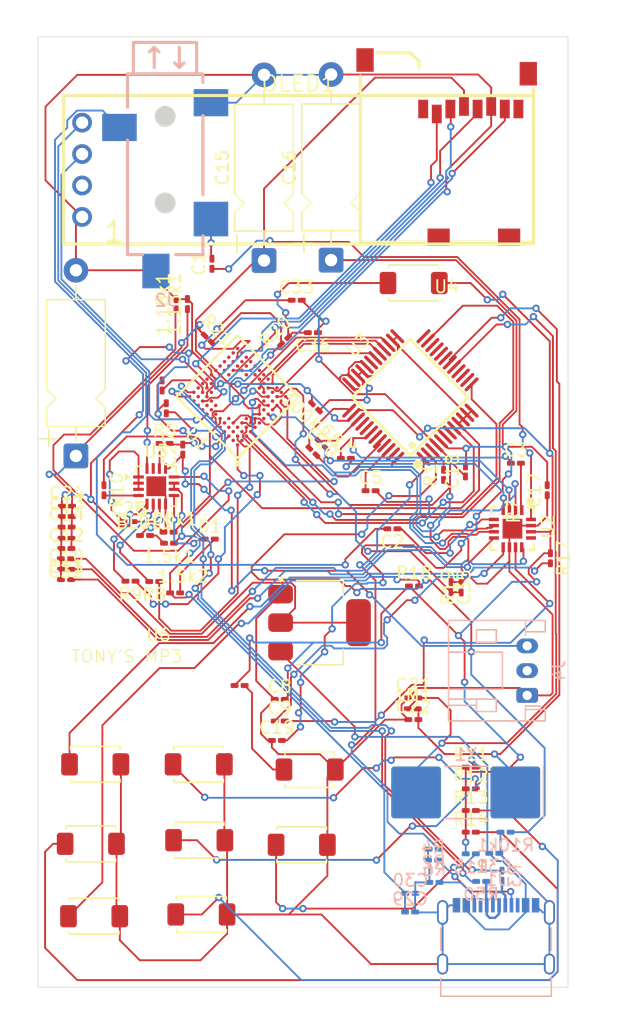
<source format=kicad_pcb>
(kicad_pcb (version 20241229) (generator "pcbnew") (generator_version "9.0")
  (layers (0 "F.Cu" signal) (2 "B.Cu" signal) (13 "F.Paste" user) (15 "B.Paste" user) (5 "F.SilkS" user "F.Silkscreen") (7 "B.SilkS" user "B.Silkscreen") (1 "F.Mask" user) (3 "B.Mask" user) (25 "Edge.Cuts" user))
  (net 0 "")
  (net 1 "Net-(U1-VDDA)")
  (net 2 "Net-(BLUE1-A)")
  (net 3 "Net-(D1-A)")
  (net 4 "Net-(U5-ISET)")
  (net 5 "+BATT")
  (net 6 "Net-(U5-ILIM)")
  (net 7 "Net-(U3-XTALI)")
  (net 8 "Net-(U3-XTALO)")
  (net 9 "UART-RX")
  (net 10 "+3.3V")
  (net 11 "Net-(BLUE1-K)")
  (net 12 "Net-(C1-Pad2)")
  (net 13 "Net-(U2-OUTL)")
  (net 14 "Net-(C2-Pad2)")
  (net 15 "Net-(U2-OUTR)")
  (net 16 "Net-(U3-GBUF)")
  (net 17 "Net-(U2-INL-)")
  (net 18 "Net-(U2-INR-)")
  (net 19 "Net-(U2-INL+)")
  (net 20 "Net-(U3-LEFT)")
  (net 21 "Net-(U3-RIGHT)")
  (net 22 "Net-(U2-INR+)")
  (net 23 "Net-(U2-CPN)")
  (net 24 "Net-(U2-CPP)")
  (net 25 "Net-(U2-HPVDD)")
  (net 26 "Net-(U2-HPVSS)")
  (net 27 "+2V5")
  (net 28 "Net-(U3-RCAP)")
  (net 29 "GNDA")
  (net 30 "Net-(J4-Pin_3)")
  (net 31 "Net-(U5-TS)")
  (net 32 "VBUS")
  (net 33 "+3V3")
  (net 34 "Net-(U1-VCAP1)")
  (net 35 "Net-(U1-VCAP2)")
  (net 36 "Switches")
  (net 37 "Net-(S9-A)")
  (net 38 "Net-(D1-K)")
  (net 39 "USB_D-")
  (net 40 "USB_D+")
  (net 42 "Net-(J1-CC2)")
  (net 43 "Net-(J1-CC1)")
  (net 47 "SDA")
  (net 48 "SCL")
  (net 49 "VCC")
  (net 50 "/XRESET")
  (net 51 "Net-(U3-MICP{slash}LINE1)")
  (net 52 "Net-(U1-PA11)")
  (net 53 "Net-(U5-TMR)")
  (net 54 "Net-(U1-BOOT0)")
  (net 55 "GPIO0")
  (net 56 "Net-(U5-EN1)")
  (net 57 "GPIO1")
  (net 58 "Net-(U5-EN2)")
  (net 59 "Net-(U5-~{CE})")
  (net 60 "CE")
  (net 61 "Net-(U3-MICN)")
  (net 62 "Net-(S5-A)")
  (net 63 "Net-(S6-A)")
  (net 64 "Net-(S7-A)")
  (net 65 "Net-(S8-A)")
  (net 66 "Net-(S2-A)")
  (net 67 "Net-(S1-A)")
  (net 68 "Net-(S3-A)")
  (net 69 "Net-(S4-A)")
  (net 70 "Net-(U1-PA2)")
  (net 71 "Net-(U1-PA12)")
  (net 76 "SDIO")
  (net 77 "UART-TX")
  (net 81 "GAIN0")
  (net 83 "GPIO5")
  (net 85 "GPIO4")
  (net 87 "GAIN1")
  (net 95 "CLK")
  (net 99 "SPI1_SCK")
  (net 102 "DAT3")
  (net 107 "SPI1_MOSI")
  (net 122 "GPIO6")
  (net 138 "DAT0")
  (net 141 "SPI1_MISO")
  (net 145 "ENABLE")
  (net 168 "GPIO3")
  (footprint "Capacitor_SMD:C_0201_0603Metric_Pad0.64x0.40mm_HandSolder" (layer "F.Cu") (at 160.43 83.1425 90)
    (property "Reference" "C18")
    (property "Value" "100nf")
  )
  (footprint "Resistor_SMD:R_0201_0603Metric_Pad0.64x0.40mm_HandSolder" (layer "F.Cu") (at 137.95 69.6175 90)
    (property "Reference" "1.13k1")
    (property "Value" "R")
  )
  (footprint "Capacitor_SMD:C_0201_0603Metric_Pad0.64x0.40mm_HandSolder" (layer "F.Cu") (at 128.19 86.79)
    (property "Reference" "C13")
    (property "Value" "100nf")
  )
  (footprint "Resistor_SMD:R_0201_0603Metric_Pad0.64x0.40mm_HandSolder" (layer "F.Cu") (at 160.08 92.52 90)
    (property "Reference" "R19")
    (property "Value" "10k" (hide yes))
  )
  (footprint "Capacitor_SMD:C_0201_0603Metric_Pad0.64x0.40mm_HandSolder" (layer "F.Cu") (at 128.1775 87.64)
    (property "Reference" "C14")
    (property "Value" "100nf")
  )
  (footprint "Capacitor_THT:CP_Axial_L10.0mm_D4.5mm_P15.00mm_Horizontal" (layer "F.Cu") (at 128.9325 81.89 90)
    (property "Reference" "C7" (hide yes))
    (property "Value" "10uf")
  )
  (footprint "Resistor_SMD:R_0201_0603Metric_Pad0.64x0.40mm_HandSolder" (layer "F.Cu") (at 167.3 90.16 -90)
    (property "Reference" "R17")
    (property "Value" "1k")
  )
  (footprint "Capacitor_THT:CP_Axial_L10.0mm_D4.5mm_P15.00mm_Horizontal" (layer "F.Cu") (at 144.1425 66.1 90)
    (property "Reference" "C15")
    (property "Value" "10uf")
  )
  (footprint "Capacitor_SMD:C_0201_0603Metric_Pad0.64x0.40mm_HandSolder" (layer "F.Cu") (at 146.7825 69.31)
    (property "Reference" "C33")
    (property "Value" "2.2uf")
  )
  (footprint "Resistor_SMD:R_0201_0603Metric_Pad0.64x0.40mm_HandSolder" (layer "F.Cu") (at 137.03 69.6325 90)
    (property "Reference" "1.18k1")
    (property "Value" "R")
  )
  (footprint "Capacitor_SMD:C_0201_0603Metric_Pad0.64x0.40mm_HandSolder" (layer "F.Cu") (at 159.27 92.49 -90)
    (property "Reference" "C35")
    (property "Value" "100n")
  )
  (footprint "Capacitor_SMD:C_0201_0603Metric_Pad0.64x0.40mm_HandSolder" (layer "F.Cu") (at 128.1425 91.05)
    (property "Reference" "C10")
    (property "Value" "2.2uf" (hide yes))
  )
  (footprint "Capacitor_SMD:C_0201_0603Metric_Pad0.64x0.40mm_HandSolder" (layer "F.Cu") (at 152.7575 84.7)
    (property "Reference" "C5")
    (property "Value" "1uf")
  )
  (footprint "Capacitor_SMD:C_0201_0603Metric_Pad0.64x0.40mm_HandSolder" (layer "F.Cu") (at 167.04 84.66 90)
    (property "Reference" "C17")
    (property "Value" "100nf" (hide yes))
  )
  (footprint "LED_SMD:LED_0201_0603Metric_Pad0.64x0.40mm_HandSolder" (layer "F.Cu") (at 134.52 88.32)
    (property "Reference" "BLUE1")
    (property "Value" "LED")
  )
  (footprint "Package_TO_SOT_SMD:SOT-223-3_TabPin2" (layer "F.Cu") (at 148.63 95.36)
    (property "Reference" "U6")
    (property "Value" "NCP1117-3.3_SOT223")
  )
  (footprint "PCM_JLCPCB:SW_TS-1088-AR02016" (layer "F.Cu") (at 139.08 118.94)
    (property "Reference" "S7" (hide yes))
    (property "Value" "Down")
  )
  (footprint "Resistor_SMD:R_0201_0603Metric_Pad0.64x0.40mm_HandSolder" (layer "F.Cu") (at 131.2 84.66 -90)
    (property "Reference" "R10")
    (property "Value" "100k" (hide yes))
  )
  (footprint "Resistor_SMD:R_0201_0603Metric_Pad0.64x0.40mm_HandSolder" (layer "F.Cu") (at 133.3425 92.01 180)
    (property "Reference" "R9")
    (property "Value" "100k")
  )
  (footprint "Capacitor_SMD:C_0201_0603Metric_Pad0.64x0.40mm_HandSolder" (layer "F.Cu") (at 156.215383 103.195)
    (property "Reference" "C22")
    (property "Value" "22pf")
  )
  (footprint "Resistor_SMD:R_0201_0603Metric_Pad0.64x0.40mm_HandSolder" (layer "F.Cu") (at 160.86 108.79)
    (property "Reference" "R12")
    (property "Value" "1k")
  )
  (footprint "Capacitor_SMD:C_0201_0603Metric_Pad0.64x0.40mm_HandSolder" (layer "F.Cu") (at 150.7575 82.09)
    (property "Reference" "C4")
    (property "Value" "1uf")
  )
  (footprint "Resistor_SMD:R_0201_0603Metric_Pad0.64x0.40mm_HandSolder" (layer "F.Cu") (at 136.9525 92.96)
    (property "Reference" "1.5k2")
    (property "Value" "R")
  )
  (footprint "Resistor_SMD:R_0201_0603Metric_Pad0.64x0.40mm_HandSolder" (layer "F.Cu") (at 160.86 107.04)
    (property "Reference" "R11")
    (property "Value" "1k")
  )
  (footprint "Capacitor_SMD:C_0201_0603Metric_Pad0.64x0.40mm_HandSolder" (layer "F.Cu") (at 128.1675 88.55)
    (property "Reference" "C23" (hide yes))
    (property "Value" "100nf")
  )
  (footprint "Capacitor_SMD:C_0201_0603Metric_Pad0.64x0.40mm_HandSolder" (layer "F.Cu") (at 148.091854 81.541854 -45)
    (property "Reference" "C20")
    (property "Value" "1uf")
  )
  (footprint "Capacitor_SMD:C_0201_0603Metric_Pad0.64x0.40mm_HandSolder" (layer "F.Cu") (at 128.13 91.88)
    (property "Reference" "C11")
    (property "Value" "1uf")
  )
  (footprint "Resistor_SMD:R_0201_0603Metric_Pad0.64x0.40mm_HandSolder" (layer "F.Cu") (at 148.301854 77.941854 135)
    (property "Reference" "100K2")
    (property "Value" "R")
  )
  (footprint "Capacitor_SMD:C_0201_0603Metric_Pad0.64x0.40mm_HandSolder" (layer "F.Cu") (at 145.4125 103.31)
    (property "Reference" "C9")
    (property "Value" "1uf")
  )
  (footprint "Resistor_SMD:R_0201_0603Metric_Pad0.64x0.40mm_HandSolder" (layer "F.Cu") (at 135.26 92.04 180)
    (property "Reference" "R8")
    (property "Value" "100k")
  )
  (footprint "Resistor_SMD:R_0201_0603Metric_Pad0.64x0.40mm_HandSolder" (layer "F.Cu") (at 158.66 83.42 90)
    (property "Reference" "R1")
    (property "Value" "10k" (hide yes))
  )
  (footprint "Capacitor_SMD:C_0201_0603Metric_Pad0.64x0.40mm_HandSolder" (layer "F.Cu") (at 154.5175 87.78 180)
    (property "Reference" "C2")
    (property "Value" "1uf")
  )
  (footprint "Capacitor_SMD:C_0201_0603Metric_Pad0.64x0.40mm_HandSolder" (layer "F.Cu") (at 164.5075 82.48)
    (property "Reference" "C3")
    (property "Value" "1uf")
  )
  (footprint "EasyEDA_Lib:LQFP-48_L7.0-W7.0-P0.50-LS9.0-BL" (layer "F.Cu") (at 155.98 77.17 45)
    (property "Reference" "U3")
    (property "Value" "VLSI VS1063A-L")
  )
  (footprint "Resistor_SMD:R_0201_0603Metric_Pad0.64x0.40mm_HandSolder" (layer "F.Cu") (at 160.86 112.29)
    (property "Reference" "R14")
    (property "Value" "1k")
  )
  (footprint "Resistor_SMD:R_0201_0603Metric_Pad0.64x0.40mm_HandSolder" (layer "F.Cu") (at 136.42 88.05)
    (property "Reference" "100k1")
    (property "Value" "R")
  )
  (footprint "PCM_JLCPCB:SW_TS-1088-AR02016" (layer "F.Cu") (at 130.135 113.23)
    (property "Reference" "S8" (hide yes))
    (property "Value" "Left")
  )
  (footprint "Capacitor_SMD:C_0201_0603Metric_Pad0.64x0.40mm_HandSolder" (layer "F.Cu") (at 128.1175 90.2 180)
    (property "Reference" "C32")
    (property "Value" "10uf")
  )
  (footprint "Resistor_SMD:R_0201_0603Metric_Pad0.64x0.40mm_HandSolder" (layer "F.Cu") (at 156.161 102.320117)
    (property "Reference" "1M1")
    (property "Value" "R")
  )
  (footprint "PCM_JLCPCB:SW_TS-1088-AR02016" (layer "F.Cu") (at 147.19 113.31)
    (property "Reference" "S2" (hide yes))
    (property "Value" "Right")
  )
  (footprint "EasyEDA_Lib:WQFN-16_L3.0-W3.0-P0.50-TL-EP1.6" (layer "F.Cu") (at 164.23 87.77 -90)
    (property "Reference" "U2")
    (property "Value" "TI TPA6132A2RTER")
  )
  (footprint "Capacitor_SMD:C_0201_0603Metric_Pad0.64x0.40mm_HandSolder" (layer "F.Cu") (at 139.93 66.3625 90)
    (property "Reference" "C1")
    (property "Value" "1uf")
  )
  (footprint "PCBLIB_OLED-TH_L38.0-W12.0_HS91L02W2C01_2025-11-28 (1):OLED-TH_L38.0-W12.0_HS91L02W2C01" (layer "F.Cu") (at 129.43005 58.77)
    (property "Reference" "OLED1")
    (property "Value" "HS91L02W2C01")
  )
  (footprint "Resistor_SMD:R_0201_0603Metric_Pad0.64x0.40mm_HandSolder" (layer "F.Cu") (at 142.1625 100.44)
    (property "Reference" "R16" (hide yes))
    (property "Value" "1k")
  )
  (footprint "Resistor_SMD:R_0201_0603Metric_Pad0.64x0.40mm_HandSolder" (layer "F.Cu") (at 136.24 78.0425 90)
    (property "Reference" "R7")
    (property "Value" "10k")
  )
  (footprint "EasyEDA:MICRO-SD-SMD_HYCW19-TF09-205B" (layer "F.Cu") (at 158.91 57.06 180)
    (property "Reference" "U4")
    (property "Value" "HYCW19-TF09-205B")
  )
  (footprint "PCM_JLCPCB:SW_TS-1088-AR02016" (layer "F.Cu") (at 138.86 106.81)
    (property "Reference" "S6" (hide yes))
    (property "Value" "Up")
  )
  (footprint "EasyEDA_Lib:UFBGA-100_L7.0-W7.0-P0.50-TL_ST_STM32" (layer "F.Cu") (at 142.002893 77.102233 135)
    (property "Reference" "U1")
    (property "Value" "STM32F401VEH6")
  )
  (footprint "Resistor_SMD:R_0201_0603Metric_Pad0.64x0.40mm_HandSolder" (layer "F.Cu") (at 145.805824 72.584176 45)
    (property "Reference" "R20")
    (property "Value" "10k")
  )
  (footprint "PCM_JLCPCB:SW_TS-1088-AR02016" (layer "F.Cu") (at 156.24 67.92)
    (property "Reference" "S9" (hide yes))
    (property "Value" "Power On/Off")
  )
  (footprint "Capacitor_SMD:C_0201_0603Metric_Pad0.64x0.40mm_HandSolder" (layer "F.Cu") (at 148.838146 80.948146 -45)
    (property "Reference" "C6")
    (property "Value" "1uf")
  )
  (footprint "Capacitor_SMD:C_0201_0603Metric_Pad0.64x0.40mm_HandSolder" (layer "F.Cu") (at 137.57 81.38 90)
    (property "Reference" "C27")
    (property "Value" "1uf")
  )
  (footprint "Package_DFN_QFN:VQFN-16-1EP_3x3mm_P0.5mm_EP1.6x1.6mm" (layer "F.Cu") (at 135.43 84.34)
    (property "Reference" "U5")
    (property "Value" "BQ24075RGT")
  )
  (footprint "PCM_JLCPCB:SW_TS-1088-AR02016" (layer "F.Cu") (at 130.49 106.81)
    (property "Reference" "S3" (hide yes))
    (property "Value" "Vol-")
  )
  (footprint "Capacitor_SMD:C_0201_0603Metric_Pad0.64x0.40mm_HandSolder" (layer "F.Cu") (at 128.1575 89.37)
    (property "Reference" "C12")
    (property "Value" "100nf")
  )
  (footprint "Capacitor_SMD:C_0201_0603Metric_Pad0.64x0.40mm_HandSolder" (layer "F.Cu") (at 135.9 76.1975 -90)
    (property "Reference" "C34" (hide yes))
    (property "Value" "2.2uf")
  )
  (footprint "Capacitor_SMD:C_0201_0603Metric_Pad0.64x0.40mm_HandSolder" (layer "F.Cu") (at 133.18 87.2)
    (property "Reference" "C28")
    (property "Value" "4.7uf")
  )
  (footprint "PCM_JLCPCB:SW_TS-1088-AR02016" (layer "F.Cu") (at 147.83 107.23)
    (property "Reference" "S1" (hide yes))
    (property "Value" "Vol+")
  )
  (footprint "Capacitor_SMD:C_0201_0603Metric_Pad0.64x0.40mm_HandSolder" (layer "F.Cu") (at 156.215383 101.445)
    (property "Reference" "C21")
    (property "Value" "22pf")
  )
  (footprint "Resistor_SMD:R_0201_0603Metric_Pad0.64x0.40mm_HandSolder" (layer "F.Cu") (at 160.86 110.54)
    (property "Reference" "R13")
    (property "Value" "1k")
  )
  (footprint "Capacitor_SMD:C_0201_0603Metric_Pad0.64x0.40mm_HandSolder" (layer "F.Cu") (at 148.09 71.93 180)
    (property "Reference" "C36")
    (property "Value" "100nf")
  )
  (footprint "Resistor_SMD:R_0201_0603Metric_Pad0.64x0.40mm_HandSolder" (layer "F.Cu") (at 136.46 88.94 180)
    (property "Reference" "1.5k1")
    (property "Value" "R")
  )
  (footprint "Resistor_SMD:R_0201_0603Metric_Pad0.64x0.40mm_HandSolder" (layer "F.Cu") (at 156.2675 92.4)
    (property "Reference" "R18")
    (property "Value" "1k")
  )
  (footprint "LED_SMD:LED_0201_0603Metric_Pad0.64x0.40mm_HandSolder" (layer "F.Cu") (at 139.75 88.61)
    (property "Reference" "D1")
    (property "Value" "RED")
  )
  (footprint "Capacitor_SMD:C_0201_0603Metric_Pad0.64x0.40mm_HandSolder" (layer "F.Cu") (at 145.4125 101.56)
    (property "Reference" "C8")
    (property "Value" "100nf" (hide yes))
  )
  (footprint "PCM_JLCPCB:SW_TS-1088-AR02016" (layer "F.Cu") (at 138.9 112.94)
    (property "Reference" "S5" (hide yes))
    (property "Value" "Select")
  )
  (footprint "PCM_JLCPCB:SW_TS-1088-AR02016" (layer "F.Cu") (at 130.405 119.08)
    (property "Reference" "S4" (hide yes))
    (property "Value" "Back")
  )
  (footprint "Resistor_SMD:R_0201_0603Metric_Pad0.64x0.40mm_HandSolder" (layer "F.Cu") (at 136.1025 80.88)
    (property "Reference" "R5")
    (property "Value" "46.4k")
  )
  (footprint "Resistor_SMD:R_0201_0603Metric_Pad0.64x0.40mm_HandSolder" (layer "F.Cu") (at 139.62 72.44 -45)
    (property "Reference" "R21")
    (property "Value" "10k")
  )
  (footprint "Capacitor_SMD:C_0201_0603Metric_Pad0.64x0.40mm_HandSolder" (layer "F.Cu") (at 145.1825 104.88)
    (property "Reference" "C19")
    (property "Value" "100nf")
  )
  (footprint "Capacitor_THT:CP_Axial_L10.0mm_D4.5mm_P15.00mm_Horizontal" (layer "F.Cu") (at 149.565 66.07 90)
    (property "Reference" "C16")
    (property "Value" "10uf")
  )
  (footprint "Capacitor_SMD:C_0201_0603Metric_Pad0.64x0.40mm_HandSolder" (layer "F.Cu") (at 128.2075 85.96)
    (property "Reference" "C24")
    (property "Value" "100nf")
  )
  (footprint "Connector_JST:JST_PH_S3B-PH-K_1x03_P2.00mm_Horizontal" (layer "B.Cu") (at 165.42 101.24 90)
    (property "Reference" "J4")
    (property "Value" "Conn_01x03")
  )
  (footprint "Resistor_SMD:R_0201_0603Metric_Pad0.64x0.40mm_HandSolder" (layer "B.Cu") (at 157.92 116.35 180)
    (property "Reference" "R6")
    (property "Value" "5.1k")
  )
  (footprint "EasyEDA_Lib:AUDIO-SMD_SJ-3524-SMT-TR-BE" (layer "B.Cu") (at 136.15 60.149717)
    (property "Reference" "J2")
    (property "Value" "AudioJack")
    (fp_poly (pts (xy 0.845907 -5.616685) (xy 0.813399 -5.453258) (xy 0.749633 -5.299313) (xy 0.657059 -5.160766) (xy 0.539234 -5.042941) (xy 0.400687 -4.950367) (xy 0.246742 -4.886601) (xy 0.083315 -4.854093) (xy -0.083315 -4.854093) (xy -0.246742 -4.886601) (xy -0.400687 -4.950367) (xy -0.539234 -5.042941) (xy -0.657059 -5.160766) (xy -0.749633 -5.299313) (xy -0.813399 -5.453258) (xy -0.845907 -5.616685) (xy -0.845907 -5.783315) (xy -0.813399 -5.946742) (xy -0.749633 -6.100687) (xy -0.657059 -6.239234) (xy -0.539234 -6.357059) (xy -0.400687 -6.449633) (xy -0.246742 -6.513399) (xy -0.083315 -6.545907) (xy 0.083315 -6.545907) (xy 0.246742 -6.513399) (xy 0.400687 -6.449633) (xy 0.539234 -6.357059) (xy 0.657059 -6.239234) (xy 0.749633 -6.100687) (xy 0.813399 -5.946742) (xy 0.845907 -5.783315)) (fill yes) (layer "Edge.Cuts"))
    (fp_poly (pts (xy 0.845907 1.383315) (xy 0.813399 1.546742) (xy 0.749633 1.700687) (xy 0.657059 1.839234) (xy 0.539234 1.957059) (xy 0.400687 2.049633) (xy 0.246742 2.113399) (xy 0.083315 2.145907) (xy -0.083315 2.145907) (xy -0.246742 2.113399) (xy -0.400687 2.049633) (xy -0.539234 1.957059) (xy -0.657059 1.839234) (xy -0.749633 1.700687) (xy -0.813399 1.546742) (xy -0.845907 1.383315) (xy -0.845907 1.216685) (xy -0.813399 1.053258) (xy -0.749633 0.899313) (xy -0.657059 0.760766) (xy -0.539234 0.642941) (xy -0.400687 0.550367) (xy -0.246742 0.486601) (xy -0.083315 0.454093) (xy 0.083315 0.454093) (xy 0.246742 0.486601) (xy 0.400687 0.550367) (xy 0.539234 0.642941) (xy 0.657059 0.760766) (xy 0.749633 0.899313) (xy 0.813399 1.053258) (xy 0.845907 1.216685)) (fill yes) (layer "Edge.Cuts"))
  )
  (footprint "Capacitor_SMD:C_0201_0603Metric_Pad0.64x0.40mm_HandSolder" (layer "B.Cu") (at 162.7575 114)
    (property "Reference" "C31")
    (property "Value" "10uf")
  )
  (footprint "Resistor_SMD:R_0201_0603Metric_Pad0.64x0.40mm_HandSolder" (layer "B.Cu") (at 160.86 114.04)
    (property "Reference" "R15")
    (property "Value" "1k")
  )
  (footprint "Resistor_SMD:R_0201_0603Metric_Pad0.64x0.40mm_HandSolder" (layer "B.Cu") (at 163.38 115.8075 90)
    (property "Reference" "R3")
    (property "Value" "1.8k")
  )
  (footprint "Capacitor_SMD:C_0201_0603Metric_Pad0.64x0.40mm_HandSolder" (layer "B.Cu") (at 155.98 117.23 180)
    (property "Reference" "C30")
    (property "Value" "1uf")
  )
  (footprint "Resistor_SMD:R_0201_0603Metric_Pad0.64x0.40mm_HandSolder" (layer "B.Cu") (at 157.8125 114.55 180)
    (property "Reference" "R4")
    (property "Value" "5.1k")
  )
  (footprint "Crystal:Crystal_SMD_MicroCrystal_CC1V-T1A-2Pin_8.0x3.7mm_HandSoldering" (layer "B.Cu") (at 160.45 109.08 180)
    (property "Reference" "Y1")
    (property "Value" "Crystal")
  )
  (footprint "Capacitor_SMD:C_0201_0603Metric_Pad0.64x0.40mm_HandSolder" (layer "B.Cu") (at 155.95 118.74 180)
    (property "Reference" "C29")
    (property "Value" "4.7uf")
  )
  (footprint "Resistor_SMD:R_0201_0603Metric_Pad0.64x0.40mm_HandSolder" (layer "B.Cu") (at 157.86 113.66)
    (property "Reference" "R2")
    (property "Value" "10k")
  )
  (footprint "Resistor_SMD:R_0201_0603Metric_Pad0.64x0.40mm_HandSolder" (layer "B.Cu") (at 163.67 112.29)
    (property "Reference" "R10k1")
    (property "Value" "R")
  )
  (footprint "Connector_USB:USB_C_Receptacle_Palconn_UTC16-G" (layer "B.Cu") (at 162.9 120.705 180)
    (property "Reference" "J1")
    (property "Value" "USB_C_Receptacle_USB2.0_16P")
  )
  (footprint "Resistor_SMD:R_0201_0603Metric_Pad0.64x0.40mm_HandSolder" (layer "B.Cu") (at 161.6975 116.27)
    (property "Reference" "R50")
    (property "Value" "1.8k")
  )
  (gr_rect (start 125.86 48.03) (end 168.72 124.82) (stroke (width 0.05)) (fill no) (layer "Edge.Cuts"))
  (gr_text "TONY'S MP3" (at 128.49 98.68 0) (layer "F.SilkS") (effects (font (size 1 1) (thickness 0.1)) (justify left bottom)))
  (segment (start 141.211592 84.020876) (end 141.229124 84.020876) (width 0.15) (layer "F.Cu") (net 1))
  (segment (start 137.822249 93.336) (end 138.077348 93.080901) (width 0.15) (layer "F.Cu") (net 1))
  (segment (start 146.17 77.74) (end 146.03 77.88) (width 0.15) (layer "F.Cu") (net 1))
  (segment (start 138.576234 86.656234) (end 141.211592 84.020876) (width 0.15) (layer "F.Cu") (net 1))
  (segment (start 145.89198 77.102233) (end 146.17 77.380253) (width 0.15) (layer "F.Cu") (net 1))
  (segment (start 149.488591 83.953623) (end 146.03 80.495032) (width 0.15) (layer "F.Cu") (net 1))
  (segment (start 136.545 92.96) (end 136.545 91.355) (width 0.15) (layer "F.Cu") (net 1))
  (segment (start 136.545 92.96) (end 136.921 93.336) (width 0.15) (layer "F.Cu") (net 1))
  (segment (start 137.430579 88.376921) (end 136.8675 88.94) (width 0.15) (layer "F.Cu") (net 1))
  (segment (start 145.47 77.524213) (end 145.538427 77.455786) (width 0.15) (layer "F.Cu") (net 1))
  (segment (start 136.8675 84.59) (end 136.8675 84.09) (width 0.15) (layer "F.Cu") (net 1))
  (segment (start 149.805374 83.953623) (end 149.488591 83.953623) (width 0.15) (layer "F.Cu") (net 1))
  (segment (start 137.492317 87.740151) (end 138.576234 86.656234) (width 0.15) (layer "F.Cu") (net 1))
  (segment (start 137.492317 88.376921) (end 137.492317 87.740151) (width 0.15) (layer "F.Cu") (net 1))
  (segment (start 137.49326 84.939238) (end 137.49326 86.712487) (width 0.15) (layer "F.Cu") (net 1))
  (segment (start 145.99 77.92) (end 145.78 77.92) (width 0.15) (layer "F.Cu") (net 1))
  (segment (start 145.78 77.92) (end 145.47 77.61) (width 0.15) (layer "F.Cu") (net 1))
  (segment (start 136.545 91.355) (end 138.16 89.74) (width 0.15) (layer "F.Cu") (net 1))
  (segment (start 137.144022 84.59) (end 137.49326 84.939238) (width 0.15) (layer "F.Cu") (net 1))
  (segment (start 137.492317 88.376921) (end 137.430579 88.376921) (width 0.15) (layer "F.Cu") (net 1))
  (segment (start 136.8675 84.59) (end 137.144022 84.59) (width 0.15) (layer "F.Cu") (net 1))
  (segment (start 146.03 80.495032) (end 146.03 77.88) (width 0.15) (layer "F.Cu") (net 1))
  (segment (start 146.03 77.88) (end 145.99 77.92) (width 0.15) (layer "F.Cu") (net 1))
  (segment (start 136.921 93.336) (end 137.822249 93.336) (width 0.15) (layer "F.Cu") (net 1))
  (segment (start 145.47 77.61) (end 145.47 77.524213) (width 0.15) (layer "F.Cu") (net 1))
  (segment (start 146.17 77.380253) (end 146.17 77.74) (width 0.15) (layer "F.Cu") (net 1))
  (via (at 137.49326 86.712487) (size 0.6) (drill 0.3) (layers "F.Cu" "B.Cu") (net 1))
  (via (at 141.229124 84.020876) (size 0.6) (drill 0.3) (layers "F.Cu" "B.Cu") (net 1))
  (via (at 149.805374 83.953623) (size 0.6) (drill 0.3) (layers "F.Cu" "B.Cu") (net 1))
  (via (at 138.16 89.74) (size 0.6) (drill 0.3) (layers "F.Cu" "B.Cu") (net 1))
  (via (at 137.492317 88.376921) (size 0.6) (drill 0.3) (layers "F.Cu" "B.Cu") (net 1))
  (via (at 138.077348 93.080901) (size 0.6) (drill 0.3) (layers "F.Cu" "B.Cu") (net 1))
  (segment (start 153.87 115.5275) (end 155.5725 117.23) (width 0.15) (layer "B.Cu") (net 1))
  (segment (start 138.16 89.74) (end 138.354918 89.74) (width 0.15) (layer "B.Cu") (net 1))
  (segment (start 138.936876 88.76371) (end 138.550087 88.376921) (width 0.15) (layer "B.Cu") (net 1))
  (segment (start 153.87 108.873553) (end 153.87 115.5275) (width 0.15) (layer "B.Cu") (net 1))
  (segment (start 155.5425 118.74) (end 155.5425 117.26) (width 0.15) (layer "B.Cu") (net 1))
  (segment (start 141.296377 83.953623) (end 149.805374 83.953623) (width 0.15) (layer "B.Cu") (net 1))
  (segment (start 137.49326 86.712487) (end 137.49326 88.375978) (width 0.15) (layer "B.Cu") (net 1))
  (segment (start 141.229124 84.020876) (end 141.296377 83.953623) (width 0.15) (layer "B.Cu") (net 1))
  (segment (start 155.5425 117.26) (end 155.5725 117.23) (width 0.15) (layer "B.Cu") (net 1))
  (segment (start 138.354918 89.74) (end 138.936876 89.158042) (width 0.15) (layer "B.Cu") (net 1))
  (segment (start 138.550087 88.376921) (end 137.492317 88.376921) (width 0.15) (layer "B.Cu") (net 1))
  (segment (start 138.077348 93.080901) (end 153.87 108.873553) (width 0.15) (layer "B.Cu") (net 1))
  (segment (start 137.49326 88.375978) (end 137.492317 88.376921) (width 0.15) (layer "B.Cu") (net 1))
  (segment (start 138.936876 89.158042) (end 138.936876 88.76371) (width 0.15) (layer "B.Cu") (net 1))
  (segment (start 134.9275 88.32) (end 135.4325 88.32) (width 0.15) (layer "F.Cu") (net 2))
  (segment (start 135.4325 88.32) (end 136.0525 88.94) (width 0.15) (layer "F.Cu") (net 2))
  (segment (start 135.8425 88.94) (end 136.0525 88.94) (width 0.15) (layer "F.Cu") (net 2))
  (segment (start 140.1575 88.61) (end 137.36 91.4075) (width 0.15) (layer "F.Cu") (net 3))
  (segment (start 137.36 91.4075) (end 137.36 92.96) (width 0.15) (layer "F.Cu") (net 3))
  (segment (start 134.68 80.805) (end 134.69 80.795) (width 0.15) (layer "F.Cu") (net 4))
  (segment (start 134.71 79.845) (end 134.71 76.25) (width 0.15) (layer "F.Cu") (net 4))
  (segment (start 134.68 82.9025) (end 134.68 80.805) (width 0.15) (layer "F.Cu") (net 4))
  (segment (start 137.95 73.01) (end 137.95 70.025) (width 0.15) (layer "F.Cu") (net 4))
  (segment (start 134.71 76.25) (end 137.95 73.01) (width 0.15) (layer "F.Cu") (net 4))
  (via (at 134.69 80.795) (size 0.6) (drill 0.3) (layers "F.Cu" "B.Cu") (net 4))
  (via (at 134.71 79.845) (size 0.6) (drill 0.3) (layers "F.Cu" "B.Cu") (net 4))
  (segment (start 134.69 79.865) (end 134.71 79.845) (width 0.15) (layer "B.Cu") (net 4))
  (segment (start 134.69 80.795) (end 134.69 79.865) (width 0.15) (layer "B.Cu") (net 4))
  (segment (start 143.9 102.665) (end 143.9 104.35) (width 0.15) (layer "F.Cu") (net 5))
  (segment (start 135.58 78.74) (end 135.58 78.49) (width 0.15) (layer "F.Cu") (net 5))
  (segment (start 136.685 79.845) (end 135.58 78.74) (width 0.15) (layer "F.Cu") (net 5))
  (segment (start 145.53 78.154466) (end 145.184874 77.80934) (width 0.15) (layer "F.Cu") (net 5))
  (segment (start 136.18 85.7775) (end 136.18 87.8825) (width 0.15) (layer "F.Cu") (net 5))
  (segment (start 143.417107 79.224967) (end 143.417107 78.87) (width 0.15) (layer "F.Cu") (net 5))
  (segment (start 138.045852 73.5859) (end 138.485145 73.5859) (width 0.15) (layer "F.Cu") (net 5))
  (segment (start 142.71 79.223553) (end 142.961 79.474553) (width 0.15) (layer "F.Cu") (net 5))
  (segment (start 157.75 85.85) (end 151.03 85.85) (width 0.15) (layer "F.Cu") (net 5))
  (segment (start 127.71 90.2) (end 127.71 89.41) (width 0.15) (layer "F.Cu") (net 5))
  (segment (start 158.377832 89.409246) (end 158.098998 89.130412) (width 0.15) (layer "F.Cu") (net 5))
  (segment (start 127.77 86.8025) (end 127.7825 86.79) (width 0.15) (layer "F.Cu") (net 5))
  (segment (start 145.32 105.99) (end 144.775 105.445) (width 0.15) (layer "F.Cu") (net 5))
  (segment (start 127.735 91.05) (end 127.735 90.225) (width 0.15) (layer "F.Cu") (net 5))
  (segment (start 150.466561 75.36347) (end 150.284383 75.545648) (width 0.15) (layer "F.Cu") (net 5))
  (segment (start 133.5875 87.2) (end 135.1625 87.2) (width 0.15) (layer "F.Cu") (net 5))
  (segment (start 162.51 55.232968) (end 158.877067 58.865901) (width 0.15) (layer "F.Cu") (net 5))
  (segment (start 144.775 105.445) (end 144.775 104.88) (width 0.15) (layer "F.Cu") (net 5))
  (segment (start 160.6625 88.6425) (end 160.45 88.43) (width 0.15) (layer "F.Cu") (net 5))
  (segment (start 127.75 88.56) (end 127.76 88.55) (width 0.15) (layer "F.Cu") (net 5))
  (segment (start 160.43 83.55) (end 159.19 82.31) (width 0.15) (layer "F.Cu") (net 5))
  (segment (start 161.46 51.07) (end 162.51 52.12) (width 0.15) (layer "F.Cu") (net 5))
  (segment (start 150.99149 75.36347) (end 150.466561 75.36347) (width 0.15) (layer "F.Cu") (net 5))
  (segment (start 150.991489 75.363469) (end 150.991489 74.838541) (width 0.15) (layer "F.Cu") (net 5))
  (segment (start 151.03 85.85) (end 144.53 79.35) (width 0.15) (layer "F.Cu") (net 5))
  (segment (start 143.78 78.87) (end 144.26 79.35) (width 0.15) (layer "F.Cu") (net 5))
  (segment (start 163.981 89.99) (end 163.981 90.409) (width 0.15) (layer "F.Cu") (net 5))
  (segment (start 137.03 69.225) (end 134.695 66.89) (width 0.15) (layer "F.Cu") (net 5))
  (segment (start 136.6025 80.9725) (end 136.51 80.88) (width 0.15) (layer "F.Cu") (net 5))
  (segment (start 160.392834 90.399) (end 160.495532 90.399) (width 0.15) (layer "F.Cu") (net 5))
  (segment (start 136.18 85.09) (end 136.18 85.7775) (width 0.15) (layer "F.Cu") (net 5))
  (segment (start 148.4975 71.6425) (end 149.14 71) (width 0.15) (layer "F.Cu") (net 5))
  (segment (start 159.050998 89.130412) (end 158.772164 89.409246) (width 0.15) (layer "F.Cu") (net 5))
  (segment (start 130.145001 85.403249) (end 130.145001 82.473247) (width 0.15) (layer "F.Cu") (net 5))
  (segment (start 129.04 51.1) (end 144.1425 51.1) (width 0.15) (layer "F.Cu") (net 5))
  (segment (start 160.392834 91.351) (end 160.114 91.072166) (width 0.15) (layer "F.Cu") (net 5))
  (segment (start 160.495532 90.399) (end 160.6625 90.232032) (width 0.15) (layer "F.Cu") (net 5))
  (segment (start 148.573142 74.070703) (end 148.573142 74.092048) (width 0.15) (layer "F.Cu") (net 5))
  (segment (start 165.42 101.24) (end 167.28 101.24) (width 0.15) (layer "F.Cu") (net 5))
  (segment (start 136.22 77.545) (end 135.58 78.185) (width 0.15) (layer "F.Cu") (net 5))
  (segment (start 160.05 92.0825) (end 160.08 92.1125) (width 0.15) (layer "F.Cu") (net 5))
  (segment (start 135.58 78.185) (end 135.58 78.49) (width 0.15) (layer "F.Cu") (net 5))
  (segment (start 149.905 107.23) (end 153.94 103.195) (width 0.15) (layer "F.Cu") (net 5))
  (segment (start 160.6625 91.53) (end 160.6625 91.351) (width 0.15) (layer "F.Cu") (net 5))
  (segment (start 138.485145 73.5859) (end 138.774623 73.875377) (width 0.15) (layer "F.Cu") (net 5))
  (segment (start 157.891265 88.906) (end 157.612431 88.627166) (width 0.15) (layer "F.Cu") (net 5))
  (segment (start 158.10132 81.059087) (end 159.18 82.137767) (width 0.15) (layer "F.Cu") (net 5))
  (segment (start 144.43 104.88) (end 144.775 104.88) (width 0.15) (layer "F.Cu") (net 5))
  (segment (start 163.981 90.409) (end 162.18 92.21) (width 0.15) (layer "F.Cu") (net 5))
  (segment (start 127.7225 91.0625) (end 127.735 91.05) (width 0.15) (layer "F.Cu") (net 5))
  (segment (start 143.417107 78.87) (end 143.78 78.87) (width 0.15) (layer "F.Cu") (net 5))
  (segment (start 135.524 78.434) (end 135.58 78.49) (width 0.15) (layer "F.Cu") (net 5))
  (segment (start 139.881573 75.334466) (end 139.881573 74.982328) (width 0.15) (layer "F.Cu") (net 5))
  (segment (start 161.3425 92.21) (end 160.6625 91.53) (width 0.15) (layer "F.Cu") (net 5))
  (segment (start 148.88 71) (end 149.14 71) (width 0.15) (layer "F.Cu") (net 5))
  (segment (start 127.71 89.41) (end 127.75 89.37) (width 0.15) (layer "F.Cu") (net 5))
  (segment (start 159.050998 88.812214) (end 159.050998 89.130412) (width 0.15) (layer "F.Cu") (net 5))
  (segment (start 146.14 118.94) (end 141.155 118.94) (width 0.15) (layer "F.Cu") (net 5))
  (segment (start 153.94 103.195) (end 155.807883 103.195) (width 0.15) (layer "F.Cu") (net 5))
  (segment (start 132.317752 87.576) (end 133.2115 87.576) (width 0.15) (layer "F.Cu") (net 5))
  (segment (start 140.935 112.365) (end 140.935 106.81) (width 0.15) (layer "F.Cu") (net 5))
  (segment (start 157.896 88.906) (end 157.891265 88.906) (width 0.15) (layer "F.Cu") (net 5))
  (segment (start 140.235126 75.688019) (end 139.881573 75.334466) (width 0.15) (layer "F.Cu") (net 5))
  (segment (start 143.167521 79.474553) (end 143.417107 79.224967) (width 0.15) (layer "F.Cu") (net 5))
  (segment (start 127.8 85.29) (end 128.06664 85.02336) (width 0.15) (layer "F.Cu") (net 5))
  (segment (start 159.18 82.31) (end 159.18 84.42) (width 0.15) (layer "F.Cu") (net 5))
  (segment (start 137.03 69.225) (end 137.935 69.225) (width 0.15) (layer "F.Cu") (net 5))
  (segment (start 132.48 119.08) (end 132.48 121.02) (width 0.15) (layer "F.Cu") (net 5))
  (segment (start 134.095844 73.094156) (end 136.484156 73.094156) (width 0.15) (layer "F.Cu") (net 5))
  (segment (start 164.23 87.77) (end 163.981 88.019) (width 0.15) (layer "F.Cu") (net 5))
  (segment (start 141.155 120.495) (end 141.155 118.94) (width 0.15) (layer "F.Cu") (net 5))
  (segment (start 150.284383 75.80329) (end 150.410547 75.929453) (width 0.15) (layer "F.Cu") (net 5))
  (segment (start 137.935 69.225) (end 137.95 69.21) (width 0.15) (layer "F.Cu") (net 5))
  (segment (start 151.383806 75.755786) (end 150.991489 75.363469) (width 0.15) (layer "F.Cu") (net 5))
  (segment (start 151.527221 74.30281) (end 152.05215 74.30281) (width 0.15) (layer "F.Cu") (net 5))
  (segment (start 145.53 78.81) (end 145.53 78.154466) (width 0.15) (layer "F.Cu") (net 5))
  (segment (start 127.75 89.37) (end 127.75 88.56) (width 0.15) (layer "F.Cu") (net 5))
  (segment (start 145.005 101.56) (end 143.51 100.065) (width 0.15) (layer "F.Cu") (net 5))
  (segment (start 139.01 122.64) (end 141.155 120.495) (width 0.15) (layer "F.Cu") (net 5))
  (segment (start 143.9 104.35) (end 144.43 104.88) (width 0.15) (layer "F.Cu") (net 5))
  (segment (start 158.877067 60.467067) (end 158.950876 60.540876) (width 0.15) (layer "F.Cu") (net 5))
  (segment (start 127.76 87.65) (end 127.77 87.64) (width 0.15) (layer "F.Cu") (net 5))
  (segment (start 126.47 53.67) (end 129.04 51.1) (width 0.15) (layer "F.Cu") (net 5))
  (segment (start 127.7825 85.9775) (end 127.8 85.96) (width 0.15) (layer "F.Cu") (net 5))
  (segment (start 160.114 90.677834) (end 160.392834 90.399) (width 0.15) (layer "F.Cu") (net 5))
  (segment (start 137.6925 80.85) (end 137.57 80.9725) (width 0.15) (layer "F.Cu") (net 5))
  (segment (start 143.167521 79.474553) (end 142.961 79.474553) (width 0.15) (layer "F.Cu") (net 5))
  (segment (start 137.95 69.21) (end 138.326 69.586) (width 0.15) (layer "F.Cu") (net 5))
  (segment (start 127.8 85.96) (end 127.8 85.29) (width 0.15) (layer "F.Cu") (net 5))
  (segment (start 158.098998 89.108998) (end 157.896 88.906) (width 0.15) (layer "F.Cu") (net 5))
  (segment (start 151.381093 76.9) (end 153.942233 76.9) (width 0.15) (layer "F.Cu") (net 5))
  (segment (start 145.005 101.56) (end 143.9 102.665) (width 0.15) (layer "F.Cu") (net 5))
  (segment (start 138.48 80.85) (end 137.6925 80.85) (width 0.15) (layer "F.Cu") (net 5))
  (segment (start 136.18 87.8825) (end 136.0125 88.05) (width 0.15) (layer "F.Cu") (net 5))
  (segment (start 164.23 87.77) (end 164.479 87.521) (width 0.15) (layer "F.Cu") (net 5))
  (segment (start 128.9325 66.89) (end 128.9325 63.07755) (width 0.15) (layer "F.Cu") (net 5))
  (segment (start 149.265 107.87) (end 149.905 107.23) (width 0.15) (layer "F.Cu") (net 5))
  (segment (start 130.145001 85.403249) (end 132.317752 87.576) (width 0.15) (layer "F.Cu") (net 5))
  (segment (start 135.9 75.79) (end 135.524 76.166) (width 0.15) (layer "F.Cu") (net 5))
  (segment (start 159.18 85.140001) (end 159.16 85.160001) (width 0.15) (layer "F.Cu") (net 5))
  (segment (start 166.28 87.521) (end 165.73 87.521) (width 0.15) (layer "F.Cu") (net 5))
  (segment (start 132.565 112.875) (end 132.21 113.23) (width 0.15) (layer "F.Cu") (net 5))
  (segment (start 144.26 79.35) (end 144.53 79.35) (width 0.15) (layer "F.Cu") (net 5))
  (segment (start 127.7825 86.79) (end 127.7825 85.9775) (width 0.15) (layer "F.Cu") (net 5))
  (segment (start 138.326 69.586) (end 138.326 73.426754) (width 0.15) (layer "F.Cu") (net 5))
  (segment (start 158.877067 58.865901) (end 158.877067 60.467067) (width 0.15) (layer "F.Cu") (net 5))
  (segment (start 144.99 79.35) (end 145.53 78.81) (width 0.15) (layer "F.Cu") (net 5))
  (segment (start 160.6625 91.351) (end 160.392834 91.351) (width 0.15) (layer "F.Cu") (net 5))
  (segment (start 157.612431 88.232834) (end 157.613431 88.231834) (width 0.15) (layer "F.Cu") (net 5))
  (segment (start 147.19 69.31) (end 148.88 71) (width 0.15) (layer "F.Cu") (net 5))
  (segment (start 158.098998 89.130412) (end 158.098998 89.108998) (width 0.15) (layer "F.Cu") (net 5))
  (segment (start 151.383806 75.755786) (end 150.99149 75.36347) (width 0.15) (layer "F.Cu") (net 5))
  (segment (start 164.82 100.64) (end 156.612883 100.64) (width 0.15) (layer "F.Cu") (net 5))
  (segment (start 152.785 122.945) (end 158.58 122.945) (width 0.15) (layer "F.Cu") (net 5))
  (segment (start 140.975 112.405) (end 140.935 112.365) (width 0.15) (layer "F.Cu") (net 5))
  (segment (start 137.59 79.845) (end 136.685 79.845) (width 0.15) (layer "F.Cu") (net 5))
  (segment (start 149.265 113.31) (end 149.265 107.87) (width 0.15) (layer "F.Cu") (net 5))
  (segment (start 159.433212 88.43) (end 159.050998 88.812214) (width 0.15) (layer "F.Cu") (net 5))
  (segment (start 155.26 101.992883) (end 155.26 102.647117) (width 0.15) (layer "F.Cu") (net 5))
  (segment (start 127.77 87.64) (end 127.77 86.8025) (width 0.15) (layer "F.Cu") (net 5))
  (segment (start 163.981 88.019) (end 163.981 89.27) (width 0.15) (layer "F.Cu") (net 5))
  (segment (start 149.265 115.815) (end 146.14 118.94) (width 0.15) (layer "F.Cu") (net 5))
  (segment (start 142.356446 79.223553) (end 142.71 79.223553) (width 0.15) (layer "F.Cu") (net 5))
  (segment (start 129.43005 62.58) (end 126.47 59.61995) (width 0.15) (layer "F.Cu") (net 5))
  (segment (start 167.474 101.046) (end 167.474 94.714) (width 0.15) (layer "F.Cu") (net 5))
  (segment (start 128.9325 63.07755) (end 129.43005 62.58) (width 0.15) (layer "F.Cu") (net 5))
  (segment (start 160.08 92.1125) (end 160.6625 91.53) (width 0.15) (layer "F.Cu") (net 5))
  (segment (start 132.565 106.81) (end 132.565 112.875) (width 0.15) (layer "F.Cu") (net 5))
  (segment (start 163.981 89.27) (end 163.981 89.99) (width 0.15) (layer "F.Cu") (net 5))
  (segment (start 135.43 84.34) (end 136.18 85.09) (width 0.15) (layer "F.Cu") (net 5))
  (segment (start 150.991489 74.838541) (end 151.527221 74.30281) (width 0.15) (layer "F.Cu") (net 5))
  (segment (start 148.4975 71.93) (end 148.4975 71.6425) (width 0.15) (layer "F.Cu") (net 5))
  (segment (start 158.66 83.8275) (end 159.18 84.3475) (width 0.15) (layer "F.Cu") (net 5))
  (segment (start 167.28 101.24) (end 167.474 101.046) (width 0.15) (layer "F.Cu") (net 5))
  (segment (start 162.18 92.21) (end 161.3425 92.21) (width 0.15) (layer "F.Cu") (net 5))
  (segment (start 134.1 122.64) (end 139.01 122.64) (width 0.15) (layer "F.Cu") (net 5))
  (segment (start 132.21 118.81) (end 132.48 119.08) (width 0.15) (layer "F.Cu") (net 5))
  (segment (start 155.807883 101.445) (end 155.26 101.992883) (width 0.15) (layer "F.Cu") (net 5))
  (segment (start 148.665 105.99) (end 145.32 105.99) (width 0.15) (layer "F.Cu") (net 5))
  (segment (start 162.51 52.12) (end 162.51 53.66) (width 0.15) (layer "F.Cu") (net 5))
  (segment (start 150.284383 75.545648) (end 150.284383 75.80329) (width 0.15) (layer "F.Cu") (net 5))
  (segment (start 148.78 118.94) (end 152.785 122.945) (width 0.15) (layer "F.Cu") (net 5))
  (segment (start 127.76 88.55) (end 127.76 87.65) (width 0.15) (layer "F.Cu") (net 5))
  (segment (start 149.565 51.07) (end 161.46 51.07) (width 0.15) (layer "F.Cu") (net 5))
  (segment (start 138.326 73.426754) (end 138.774623 73.875377) (width 0.15) (layer "F.Cu") (net 5))
  (segment (start 167.04 86.761) (end 166.28 87.521) (width 0.15) (layer "F.Cu") (net 5))
  (segment (start 137.57 80.9725) (end 136.6025 80.9725) (width 0.15) (layer "F.Cu") (net 5))
  (segment (start 167.04 85.0675) (end 167.04 86.761) (width 0.15) (layer "F.Cu") (net 5))
  (segment (start 153.942233 76.9) (end 158.10132 81.059087) (width 0.15) (layer "F.Cu") (net 5))
  (segment (start 140.975 112.94) (end 140.975 112.405) (width 0.15) (layer "F.Cu") (net 5))
  (segment (start 152.05215 74.30281) (end 152.444466 74.695126) (width 0.15) (layer "F.Cu") (net 5))
  (segment (start 127.735 90.225) (end 127.71 90.2) (width 0.15) (layer "F.Cu") (net 5))
  (segment (start 135.1625 87.2) (end 136.0125 88.05) (width 0.15) (layer "F.Cu") (net 5))
  (segment (start 149.265 113.31) (end 149.265 115.815) (width 0.15) (layer "F.Cu") (net 5))
  (segment (start 145.184874 77.80934) (end 144.83132 78.162893) (width 0.15) (layer "F.Cu") (net 5))
  (segment (start 165.42 101.24) (end 164.82 100.64) (width 0.15) (layer "F.Cu") (net 5))
  (segment (start 141.155 118.94) (end 148.78 118.94) (width 0.15) (layer "F.Cu") (net 5))
  (segment (start 155.26 102.647117) (end 155.807883 103.195) (width 0.15) (layer "F.Cu") (net 5))
  (segment (start 160.45 88.43) (end 159.433212 88.43) (width 0.15) (layer "F.Cu") (net 5))
  (segment (start 143.51 100.065) (end 143.51 95.03) (width 0.15) (layer "F.Cu") (net 5))
  (segment (start 127.7225 91.88) (end 127.7225 91.0625) (width 0.15) (layer "F.Cu") (net 5))
  (segment (start 132.979156 74.210844) (end 134.095844 73.094156) (width 0.15) (layer "F.Cu") (net 5))
  (segment (start 135.524 76.166) (end 135.524 78.434) (width 0.15) (layer "F.Cu") (net 5))
  (segment (start 159.27 92.0825) (end 160.05 92.0825) (width 0.15) (layer "F.Cu") (net 5))
  (segment (start 160.114 91.072166) (end 160.114 90.677834) (width 0.15) (layer "F.Cu") (net 5))
  (segment (start 144.53 79.35) (end 144.99 79.35) (width 0.15) (layer "F.Cu") (net 5))
  (segment (start 160.6625 90.232032) (end 160.6625 88.6425) (width 0.15) (layer "F.Cu") (net 5))
  (segment (start 167.474 94.714) (end 163.981 91.221) (width 0.15) (layer "F.Cu") (net 5))
  (segment (start 159.18 84.42) (end 157.75 85.85) (width 0.15) (layer "F.Cu") (net 5))
  (segment (start 159.19 82.31) (end 159.18 82.31) (width 0.15) (layer "F.Cu") (net 5))
  (segment (start 150.410547 75.929453) (end 151.381093 76.9) (width 0.15) (layer "F.Cu") (net 5))
  (segment (start 139.881573 74.982328) (end 138.774623 73.875377) (width 0.15) (layer "F.Cu") (net 5))
  (segment (start 132.21 113.23) (end 132.21 118.81) (width 0.15) (layer "F.Cu") (net 5))
  (segment (start 133.2115 87.576) (end 133.5875 87.2) (width 0.15) (layer "F.Cu") (net 5))
  (segment (start 130.145001 82.473247) (end 134.054124 78.564124) (width 0.15) (layer "F.Cu") (net 5))
  (segment (start 141.155 113.12) (end 140.975 112.94) (width 0.15) (layer "F.Cu") (net 5))
  (segment (start 163.981 91.221) (end 163.981 89.99) (width 0.15) (layer "F.Cu") (net 5))
  (segment (start 132.48 121.02) (end 134.1 122.64) (width 0.15) (layer "F.Cu") (net 5))
  (segment (start 134.695 66.89) (end 128.9325 66.89) (width 0.15) (layer "F.Cu") (net 5))
  (segment (start 143.51 95.03) (end 145.48 93.06) (width 0.15) (layer "F.Cu") (net 5))
  (segment (start 158.772164 89.409246) (end 158.377832 89.409246) (width 0.15) (layer "F.Cu") (net 5))
  (segment (start 149.905 107.23) (end 148.665 105.99) (width 0.15) (layer "F.Cu") (net 5))
  (segment (start 157.613431 88.231834) (end 157.613431 87.502035) (width 0.15) (layer "F.Cu") (net 5))
  (segment (start 164.479 87.521) (end 165.73 87.521) (width 0.15) (layer "F.Cu") (net 5))
  (segment (start 141.155 118.94) (end 141.155 113.12) (width 0.15) (layer "F.Cu") (net 5))
  (segment (start 159.18 84.42) (end 159.18 85.140001) (width 0.15) (layer "F.Cu") (net 5))
  (segment (start 126.47 59.61995) (end 126.47 53.67) (width 0.15) (layer "F.Cu") (net 5))
  (segment (start 159.18 82.137767) (end 159.18 82.31) (width 0.15) (layer "F.Cu") (net 5))
  (segment (start 156.612883 100.64) (end 155.807883 101.445) (width 0.15) (layer "F.Cu") (net 5))
  (segment (start 159.18 84.3475) (end 159.18 84.42) (width 0.15) (layer "F.Cu") (net 5))
  (segment (start 148.573142 74.092048) (end 150.410547 75.929453) (width 0.15) (layer "F.Cu") (net 5))
  (segment (start 157.612431 88.627166) (end 157.612431 88.232834) (width 0.15) (layer "F.Cu") (net 5))
  (segment (start 162.51 53.66) (end 162.51 55.232968) (width 0.15) (layer "F.Cu") (net 5))
  (via (at 134.054124 78.564124) (size 0.6) (drill 0.3) (layers "F.Cu" "B.Cu") (net 5))
  (via (at 159.16 85.160001) (size 0.6) (drill 0.3) (layers "F.Cu" "B.Cu") (net 5))
  (via (at 149.14 71) (size 0.6) (drill 0.3) (layers "F.Cu" "B.Cu") (net 5))
  (via (at 128.06664 85.02336) (size 0.6) (drill 0.3) (layers "F.Cu" "B.Cu") (net 5))
  (via (at 148.573142 74.070703) (size 0.6) (drill 0.3) (layers "F.Cu" "B.Cu") (net 5))
  (via (at 158.950876 60.540876) (size 0.6) (drill 0.3) (layers "F.Cu" "B.Cu") (net 5))
  (via (at 157.613431 87.502035) (size 0.6) (drill 0.3) (layers "F.Cu" "B.Cu") (net 5))
  (via (at 136.484156 73.094156) (size 0.6) (drill 0.3) (layers "F.Cu" "B.Cu") (net 5))
  (via (at 130.145001 85.403249) (size 0.6) (drill 0.3) (layers "F.Cu" "B.Cu") (net 5))
  (via (at 138.045852 73.5859) (size 0.6) (drill 0.3) (layers "F.Cu" "B.Cu") (net 5))
  (via (at 132.979156 74.210844) (size 0.6) (drill 0.3) (layers "F.Cu" "B.Cu") (net 5))
  (via (at 138.48 80.85) (size 0.6) (drill 0.3) (layers "F.Cu" "B.Cu") (net 5))
  (via (at 135.58 78.49) (size 0.6) (drill 0.3) (layers "F.Cu" "B.Cu") (net 5))
  (via (at 137.59 79.845) (size 0.6) (drill 0.3) (layers "F.Cu" "B.Cu") (net 5))
  (segment (start 141.892783 53.349717) (end 139.85 53.349717) (width 0.15) (layer "B.Cu") (net 5))
  (segment (start 159.16 85.955466) (end 157.613431 87.502035) (width 0.15) (layer "B.Cu") (net 5))
  (segment (start 157.5125 116.35) (end 156.405 116.35) (width 0.15) (layer "B.Cu") (net 5))
  (segment (start 159.7 118.195) (end 159.16 118.195) (width 0.15) (layer "B.Cu") (net 5))
  (segment (start 167.22 118.775) (end 166.68 118.775) (width 0.15) (layer "B.Cu") (net 5))
  (segment (start 148.971316 71) (end 148.573142 70.601826) (width 0.15) (layer "B.Cu") (net 5))
  (segment (start 156.3575 117.2675) (end 156.3575 118.74) (width 0.15) (layer "B.Cu") (net 5))
  (segment (start 167.22 118.055) (end 167.22 118.775) (width 0.15) (layer "B.Cu") (net 5))
  (segment (start 136.93 74.72) (end 137.881704 74.72) (width 0.15) (layer "B.Cu") (net 5))
  (segment (start 167.22 122.945) (end 158.58 122.945) (width 0.15) (layer "B.Cu") (net 5))
  (segment (start 158.634092 60.540876) (end 149.052484 70.122484) (width 0.15) (layer "B.Cu") (net 5))
  (segment (start 134.358 78.260248) (end 134.358 75.272904) (width 0.15) (layer "B.Cu") (net 5))
  (segment (start 134.054124 78.564124) (end 134.358 78.260248) (width 0.15) (layer "B.Cu") (net 5))
  (segment (start 149.535 51.1) (end 149.565 51.07) (width 0.15) (layer "B.Cu") (net 5))
  (segment (start 137.881704 74.72) (end 138.045852 74.555852) (width 0.15) (layer "B.Cu") (net 5))
  (segment (start 163.2625 113.9025) (end 163.165 114) (width 0.15) (layer "B.Cu") (net 5))
  (segment (start 136.484156 73.094156) (end 136.9759 73.5859) (width 0.15) (layer "B.Cu") (net 5))
  (segment (start 159.16 85.160001) (end 159.16 85.955466) (width 0.15) (layer "B.Cu") (net 5))
  (segment (start 157.5125 116.35) (end 157.5125 114.6575) (width 0.15) (layer "B.Cu") (net 5))
  (segment (start 138.045852 74.555852) (end 138.045852 73.5859) (width 0.15) (layer "B.Cu") (net 5))
  (segment (start 158.950876 60.540876) (end 158.634092 60.540876) (width 0.15) (layer "B.Cu") (net 5))
  (segment (start 133.29594 74.210844) (end 132.979156 74.210844) (width 0.15) (layer "B.Cu") (net 5))
  (segment (start 133.572548 74.487452) (end 133.29594 74.210844) (width 0.15) (layer "B.Cu") (net 5))
  (segment (start 157.405 114.55) (end 157.405 113.7075) (width 0.15) (layer "B.Cu") (net 5))
  (segment (start 138.49 80.745) (end 138.49 80.84) (width 0.15) (layer "B.Cu") (net 5))
  (segment (start 157.405 113.7075) (end 157.4525 113.66) (width 0.15) (layer "B.Cu") (net 5))
  (segment (start 166.68 118.775) (end 166.1 118.195) (width 0.15) (layer "B.Cu") (net 5))
  (segment (start 158.58 118.775) (end 156.3925 118.775) (width 0.15) (layer "B.Cu") (net 5))
  (segment (start 156.375 117.2175) (end 156.3875 117.23) (width 0.15) (layer "B.Cu") (net 5))
  (segment (start 156.3875 117.2375) (end 156.3575 117.2675) (width 0.15) (layer "B.Cu") (net 5))
  (segment (start 156.375 116.32) (end 156.375 117.2175) (width 0.15) (layer "B.Cu") (net 5))
  (segment (start 128.06664 85.02336) (end 129.765112 85.02336) (width 0.15) (layer "B.Cu") (net 5))
  (segment (start 149.14 71) (end 148.971316 71) (width 0.15) (layer "B.Cu") (net 5))
  (segment (start 144.1425 51.1) (end 141.892783 53.349717) (width 0.15) (layer "B.Cu") (net 5))
  (segment (start 135.58 78.49) (end 135.58 76.07) (width 0.15) (layer "B.Cu") (net 5))
  (segment (start 159.16 118.195) (end 158.58 118.775) (width 0.15) (layer "B.Cu") (net 5))
  (segment (start 163.165 114) (end 167.22 118.055) (width 0.15) (layer "B.Cu") (net 5))
  (segment (start 144.1425 51.1) (end 149.535 51.1) (width 0.15) (layer "B.Cu") (net 5))
  (segment (start 134.358 75.272904) (end 133.572548 74.487452) (width 0.15) (layer "B.Cu") (net 5))
  (segment (start 156.3925 118.775) (end 156.3575 118.74) (width 0.15) (layer "B.Cu") (net 5))
  (segment (start 149.052484 70.122484) (end 148.573142 70.601826) (width 0.15) (layer "B.Cu") (net 5))
  (segment (start 163.2625 112.29) (end 163.2625 113.9025) (width 0.15) (layer "B.Cu") (net 5))
  (segment (start 148.573142 70.601826) (end 148.573142 74.070703) (width 0.15) (layer "B.Cu") (net 5))
  (segment (start 156.3875 117.23) (end 156.3875 117.2375) (width 0.15) (layer "B.Cu") (net 5))
  (segment (start 138.49 80.84) (end 138.48 80.85) (width 0.15) (layer "B.Cu") (net 5))
  (segment (start 167.22 118.775) (end 167.22 122.945) (width 0.15) (layer "B.Cu") (net 5))
  (segment (start 129.765112 85.02336) (end 130.145001 85.403249) (width 0.15) (layer "B.Cu") (net 5))
  (segment (start 137.59 79.845) (end 138.49 80.745) (width 0.15) (layer "B.Cu") (net 5))
  (segment (start 135.58 76.07) (end 136.93 74.72) (width 0.15) (layer "B.Cu") (net 5))
  (segment (start 158.58 118.775) (end 158.58 122.945) (width 0.15) (layer "B.Cu") (net 5))
  (segment (start 157.5125 114.6575) (end 157.405 114.55) (width 0.15) (layer "B.Cu") (net 5))
  (segment (start 136.9759 73.5859) (end 138.045852 73.5859) (width 0.15) (layer "B.Cu") (net 5))
  (segment (start 156.405 116.35) (end 156.375 116.32) (width 0.15) (layer "B.Cu") (net 5))
  (segment (start 134.795032 75.455032) (end 130.090064 80.16) (width 0.15) (layer "F.Cu") (net 6))
  (segment (start 128.75 80.16) (end 127.98 80.16) (width 0.15) (layer "F.Cu") (net 6))
  (segment (start 133.62 89.55) (end 137.2 89.55) (width 0.15) (layer "F.Cu") (net 6))
  (segment (start 127.36 83.29) (end 133.62 89.55) (width 0.15) (layer "F.Cu") (net 6))
  (segment (start 141.284359 85.465641) (end 141.284359 84.718696) (width 0.15) (layer "F.Cu") (net 6))
  (segment (start 137.03 70.04) (end 136.98 70.09) (width 0.15) (layer "F.Cu") (net 6))
  (segment (start 127.98 80.16) (end 127.11 81.03) (width 0.15) (layer "F.Cu") (net 6))
  (segment (start 127.11 83.04) (end 127.36 83.29) (width 0.15) (layer "F.Cu") (net 6))
  (segment (start 130.090064 80.16) (end 128.75 80.16) (width 0.15) (layer "F.Cu") (net 6))
  (segment (start 139.285 83.53) (end 139.225 83.59) (width 0.15) (layer "F.Cu") (net 6))
  (segment (start 127.11 81.03) (end 127.11 83.04) (width 0.15) (layer "F.Cu") (net 6))
  (segment (start 136.98 70.09) (end 136.98 73.21) (width 0.15) (layer "F.Cu") (net 6))
  (segment (start 137.2 89.55) (end 141.284359 85.465641) (width 0.15) (layer "F.Cu") (net 6))
  (segment (start 139.225 83.59) (end 136.8675 83.59) (width 0.15) (layer "F.Cu") (net 6))
  (segment (start 136.98 73.270064) (end 134.795032 75.455032) (width 0.15) (layer "F.Cu") (net 6))
  (segment (start 136.98 73.21) (end 136.98 73.270064) (width 0.15) (layer "F.Cu") (net 6))
  (via (at 139.285 83.53) (size 0.6) (drill 0.3) (layers "F.Cu" "B.Cu") (net 6))
  (via (at 141.284359 84.718696) (size 0.6) (drill 0.3) (layers "F.Cu" "B.Cu") (net 6))
  (segment (start 141.284359 84.718696) (end 140.473696 84.718696) (width 0.15) (layer "B.Cu") (net 6))
  (segment (start 140.473696 84.718696) (end 139.285 83.53) (width 0.15) (layer "B.Cu") (net 6))
  (segment (start 167.82 75.864) (end 168.021 76.065) (width 0.15) (layer "F.Cu") (net 7))
  (segment (start 156.622883 103.195) (end 156.622883 102.3745) (width 0.15) (layer "F.Cu") (net 7))
  (segment (start 163.249936 105.98) (end 162.78 105.98) (width 0.15) (layer "F.Cu") (net 7))
  (segment (start 166.137644 69.965811) (end 167.82 71.648167) (width 0.15) (layer "F.Cu") (net 7))
  (segment (start 156.622883 103.866049) (end 158.736834 105.98) (width 0.15) (layer "F.Cu") (net 7))
  (segment (start 159.161981 74.108019) (end 160.58 72.69) (width 0.15) (layer "F.Cu") (net 7))
  (segment (start 156.622883 102.3745) (end 156.5685 102.320117) (width 0.15) (layer "F.Cu") (net 7))
  (segment (start 168.021 76.065) (end 168.021 101.208936) (width 0.15) (layer "F.Cu") (net 7))
  (segment (start 158.736834 105.98) (end 162.78 105.98) (width 0.15) (layer "F.Cu") (net 7))
  (segment (start 156.622883 103.195) (end 156.622883 103.866049) (width 0.15) (layer "F.Cu") (net 7))
  (segment (start 167.82 71.648167) (end 167.82 75.864) (width 0.15) (layer "F.Cu") (net 7))
  (segment (start 168.021 101.208936) (end 163.249936 105.98) (width 0.15) (layer "F.Cu") (net 7))
  (segment (start 159.161981 74.341573) (end 159.161981 74.108019) (width 0.15) (layer "F.Cu") (net 7))
  (segment (start 162.549124 70.720876) (end 163.289124 70.720876) (width 0.15) (layer "F.Cu") (net 7))
  (segment (start 160.58 72.69) (end 162.549124 70.720876) (width 0.15) (layer "F.Cu") (net 7))
  (via (at 163.289124 70.720876) (size 0.6) (drill 0.3) (layers "F.Cu" "B.Cu") (net 7))
  (via (at 162.78 105.98) (size 0.6) (drill 0.3) (layers "F.Cu" "B.Cu") (net 7))
  (via (at 166.137644 69.965811) (size 0.6) (drill 0.3) (layers "F.Cu" "B.Cu") (net 7))
  (segment (start 162.78 105.98) (end 164.4625 107.6625) (width 0.15) (layer "B.Cu") (net 7))
  (segment (start 164.4625 107.6625) (end 164.4625 109.08) (width 0.15) (layer "B.Cu") (net 7))
  (segment (start 163.289124 70.720876) (end 164.044189 69.965811) (width 0.15) (layer "B.Cu") (net 7))
  (segment (start 164.044189 69.965811) (end 166.137644 69.965811) (width 0.15) (layer "B.Cu") (net 7))
  (segment (start 155.7535 102.320117) (end 155.7535 102.314383) (width 0.15) (layer "F.Cu") (net 8))
  (segment (start 163.774968 105.1) (end 167.77 101.104968) (width 0.15) (layer "F.Cu") (net 8))
  (segment (start 162.944784 71.265876) (end 159.515534 74.695126) (width 0.15) (layer "F.Cu") (net 8))
  (segment (start 155.7535 102.314383) (end 156.622883 101.445) (width 0.15) (layer "F.Cu") (net 8))
  (segment (start 167.501 72.524344) (end 167.5 72.523344) (width 0.15) (layer "F.Cu") (net 8))
  (segment (start 167.726 81.482834) (end 167.501 81.257834) (width 0.15) (layer "F.Cu") (net 8))
  (segment (start 167.501 81.257834) (end 167.501 72.524344) (width 0.15) (layer "F.Cu") (net 8))
  (segment (start 167.5 72.20656) (end 165.92672 70.63328) (width 0.15) (layer "F.Cu") (net 8))
  (segment (start 167.726 81.877166) (end 167.726 81.482834) (width 0.15) (layer "F.Cu") (net 8))
  (segment (start 163.825 71.265876) (end 162.944784 71.265876) (width 0.15) (layer "F.Cu") (net 8))
  (segment (start 158.225 101.445) (end 159.23 102.45) (width 0.15) (layer "F.Cu") (net 8))
  (segment (start 167.77 101.104968) (end 167.77 96.3) (width 0.15) (layer "F.Cu") (net 8))
  (segment (start 167.725 81.878166) (end 167.726 81.877166) (width 0.15) (layer "F.Cu") (net 8))
  (segment (start 158.53 105.1) (end 163.774968 105.1) (width 0.15) (layer "F.Cu") (net 8))
  (segment (start 167.725 96.255) (end 167.725 81.878166) (width 0.15) (layer "F.Cu") (net 8))
  (segment (start 167.77 96.3) (end 167.725 96.255) (width 0.15) (layer "F.Cu") (net 8))
  (segment (start 159.23 102.45) (end 159.23 104.4) (width 0.15) (layer "F.Cu") (net 8))
  (segment (start 156.622883 101.445) (end 158.225 101.445) (width 0.15) (layer "F.Cu") (net 8))
  (segment (start 167.5 72.523344) (end 167.5 72.20656) (width 0.15) (layer "F.Cu") (net 8))
  (segment (start 159.23 104.4) (end 158.53 105.1) (width 0.15) (layer "F.Cu") (net 8))
  (via (at 158.53 105.1) (size 0.6) (drill 0.3) (layers "F.Cu" "B.Cu") (net 8))
  (via (at 165.92672 70.63328) (size 0.6) (drill 0.3) (layers "F.Cu" "B.Cu") (net 8))
  (via (at 163.825 71.265876) (size 0.6) (drill 0.3) (layers "F.Cu" "B.Cu") (net 8))
  (segment (start 165.92672 70.63328) (end 165.294124 71.265876) (width 0.15) (layer "B.Cu") (net 8))
  (segment (start 158.53 105.1) (end 156.4375 107.1925) (width 0.15) (layer "B.Cu") (net 8))
  (segment (start 165.294124 71.265876) (end 163.825 71.265876) (width 0.15) (layer "B.Cu") (net 8))
  (segment (start 156.4375 107.1925) (end 156.4375 109.08) (width 0.15) (layer "B.Cu") (net 8))
  (segment (start 154.91934 72.220253) (end 154.565786 72.573806) (width 0.15) (layer "F.Cu") (net 9))
  (segment (start 148.59 78.23) (end 149.445 77.375) (width 0.15) (layer "F.Cu") (net 9))
  (segment (start 151.737359 75.402233) (end 152.090913 75.04868) (width 0.15) (layer "F.Cu") (net 9))
  (segment (start 139.76 80.064394) (end 140.588679 79.235715) (width 0.15) (layer "F.Cu") (net 9))
  (segment (start 154.96 73.489154) (end 154.96 72.96802) (width 0.15) (layer "F.Cu") (net 9))
  (segment (start 152.65 76.425) (end 152.65 76.314874) (width 0.15) (layer "F.Cu") (net 9))
  (segment (start 151.947498 76.501656) (end 152.129676 76.319478) (width 0.15) (layer "F.Cu") (net 9))
  (segment (start 161.53 84.66) (end 160.08 86.11) (width 0.15) (layer "F.Cu") (net 9))
  (segment (start 152.090913 75.04868) (end 152.483229 75.440996) (width 0.15) (layer "F.Cu") (net 9))
  (segment (start 160.929747 78.23066) (end 160.576194 78.584214) (width 0.15) (layer "F.Cu") (net 9))
  (segment (start 151.030253 76.10934) (end 151.422569 76.501656) (width 0.15) (layer "F.Cu") (net 9))
  (segment (start 140.588679 79.235715) (end 140.588679 78.87) (width 0.15) (layer "F.Cu") (net 9))
  (segment (start 143.99 86.11) (end 139.76 81.88) (width 0.15) (layer "F.Cu") (net 9))
  (segment (start 149.445 77.375) (end 152.46 77.375) (width 0.15) (layer "F.Cu") (net 9))
  (segment (start 161.53 80.952233) (end 161.53 84.66) (width 0.15) (layer "F.Cu") (net 9))
  (segment (start 152.129676 76.319478) (end 152.129676 75.79455) (width 0.15) (layer "F.Cu") (net 9))
  (segment (start 152.65 76.314874) (end 151.737359 75.402233) (width 0.15) (layer "F.Cu") (net 9))
  (segment (start 152.483229 75.440996) (end 153.008158 75.440996) (width 0.15) (layer "F.Cu") (net 9))
  (segment (start 160.576194 78.584214) (end 154.565786 72.573806) (width 0.15) (layer "F.Cu") (net 9))
  (segment (start 139.76 81.88) (end 139.76 80.064394) (width 0.15) (layer "F.Cu") (net 9))
  (segment (start 160.222641 78.937767) (end 160.576194 78.584214) (width 0.15) (layer "F.Cu") (net 9))
  (segment (start 160.222641 78.937767) (end 159.869087 79.29132) (width 0.15) (layer "F.Cu") (net 9))
  (segment (start 152.129676 75.79455) (end 151.737359 75.402233) (width 0.15) (layer "F.Cu") (net 9))
  (segment (start 160.08 86.11) (end 143.99 86.11) (width 0.15) (layer "F.Cu") (net 9))
  (segment (start 159.869087 79.29132) (end 161.53 80.952233) (width 0.15) (layer "F.Cu") (net 9))
  (segment (start 151.422569 76.501656) (end 151.947498 76.501656) (width 0.15) (layer "F.Cu") (net 9))
  (segment (start 154.96 72.96802) (end 154.565786 72.573806) (width 0.15) (layer "F.Cu") (net 9))
  (segment (start 139.76 85.1175) (end 139.76 81.88) (width 0.15) (layer "F.Cu") (net 9))
  (segment (start 136.8275 88.05) (end 139.76 85.1175) (width 0.15) (layer "F.Cu") (net 9))
  (segment (start 153.008158 75.440996) (end 154.96 73.489154) (width 0.15) (layer "F.Cu") (net 9))
  (via (at 152.46 77.375) (size 0.6) (drill 0.3) (layers "F.Cu" "B.Cu") (net 9))
  (via (at 152.65 76.425) (size 0.6) (drill 0.3) (layers "F.Cu" "B.Cu") (net 9))
  (segment (start 152.46 77.375) (end 152.46 76.615) (width 0.15) (layer "B.Cu") (net 9))
  (segment (start 152.46 76.615) (end 152.65 76.425) (width 0.15) (layer "B.Cu") (net 9))
  (segment (start 127.090908 83.375876) (end 126.774124 83.375876) (width 0.15) (layer "F.Cu") (net 10))
  (segment (start 128.565 88.56) (end 128.575 88.55) (width 0.15) (layer "F.Cu") (net 10))
  (segment (start 160.31 52.351) (end 160.31 53.66) (width 0.15) (layer "F.Cu") (net 10))
  (segment (start 142.981654 96.603518) (end 142.981654 99.213346) (width 0.15) (layer "F.Cu") (net 10))
  (segment (start 165.73 88.019) (end 167.265 88.019) (width 0.15) (layer "F.Cu") (net 10))
  (segment (start 160.4525 112.29) (end 160.4525 110.54) (width 0.15) (layer "F.Cu") (net 10))
  (segment (start 144.1425 60.2975) (end 153.119 51.321) (width 0.15) (layer "F.Cu") (net 10))
  (segment (start 143.063553 79.223553) (end 143.063553 78.776662) (width 0.15) (layer "F.Cu") (net 10))
  (segment (start 153.119 51.321) (end 159.28 51.321) (width 0.15) (layer "F.Cu") (net 10))
  (segment (start 148.013708 76.983708) (end 147.64 76.61) (width 0.15) (layer "F.Cu") (net 10))
  (segment (start 167.474 87.81) (end 167.474 83.18) (width 0.15) (layer "F.Cu") (net 10))
  (segment (start 153.625 94.635) (end 153.625 96.97) (width 0.15) (layer "F.Cu") (net 10))
  (segment (start 155.86 92.4) (end 159.865 96.405) (width 0.15) (layer "F.Cu") (net 10))
  (segment (start 151.776123 78.191897) (end 154.562378 78.191897) (width 0.15) (layer "F.Cu") (net 10))
  (segment (start 158.315 67.92) (end 160.843217 67.92) (width 0.15) (layer "F.Cu") (net 10))
  (segment (start 146.064124 101.315876) (end 146.064124 99.035876) (width 0.15) (layer "F.Cu") (net 10))
  (segment (start 160.45 112.2925) (end 160.4525 112.29) (width 0.15) (layer "F.Cu") (net 10))
  (segment (start 145.82 101.56) (end 146.064124 101.315876) (width 0.15) (layer "F.Cu") (net 10))
  (segment (start 154.562378 78.191897) (end 156.72524 80.354759) (width 0.15) (layer "F.Cu") (net 10))
  (segment (start 143.77066 78.516447) (end 143.77066 77.80934) (width 0.15) (layer "F.Cu") (net 10))
  (segment (start 137.392516 73.212516) (end 137.475 73.130032) (width 0.15) (layer "F.Cu") (net 10))
  (segment (start 128.585 88.54) (end 128.575 88.55) (width 0.15) (layer "F.Cu") (net 10))
  (segment (start 140.962106 75.707894) (end 142.5 77.245788) (width 0.15) (layer "F.Cu") (net 10))
  (segment (start 151.383806 78.584214) (end 151.776123 78.191897) (width 0.15) (layer "F.Cu") (net 10))
  (segment (start 158.10704 79.650594) (end 158.808427 80.351981) (width 0.15) (layer "F.Cu") (net 10))
  (segment (start 143.323768 78.516447) (end 143.77066 78.516447) (width 0.15) (layer "F.Cu") (net 10))
  (segment (start 157.364579 79.650594) (end 158.10704 79.650594) (width 0.15) (layer "F.Cu") (net 10))
  (segment (start 143.063553 78.843553) (end 142.84 78.62) (width 0.15) (layer "F.Cu") (net 10))
  (segment (start 142.981654 99.213346) (end 141.755 100.44) (width 0.15) (layer "F.Cu") (net 10))
  (segment (start 143.54 78.04) (end 143.77066 77.80934) (width 0.15) (layer "F.Cu") (net 10))
  (segment (start 138.95 71.77) (end 139.331854 72.151854) (width 0.15) (layer "F.Cu") (net 10))
  (segment (start 128.5975 87.6275) (end 128.585 87.64) (width 0.15) (layer "F.Cu") (net 10))
  (segment (start 163.450844 68.829156) (end 167.25 72.628312) (width 0.15) (layer "F.Cu") (net 10))
  (segment (start 128.565 89.37) (end 128.565 88.56) (width 0.15) (layer "F.Cu") (net 10))
  (segment (start 142.5 77.65) (end 142.89 78.04) (width 0.15) (layer "F.Cu") (net 10))
  (segment (start 148.013708 77.653708) (end 148.013708 76.983708) (width 0.15) (layer "F.Cu") (net 10))
  (segment (start 167.3 89.7525) (end 166.784334 89.7525) (width 0.15) (layer "F.Cu") (net 10))
  (segment (start 143.46 66.1) (end 144.1425 66.1) (width 0.15) (layer "F.Cu") (net 10))
  (segment (start 142.028832 76.081447) (end 142.028832 76.271168) (width 0.15) (layer "F.Cu") (net 10))
  (segment (start 160.45 113.1) (end 160.45 112.2925) (width 0.15) (layer "F.Cu") (net 10))
  (segment (start 150.08 79.05) (end 150.91802 79.05) (width 0.15) (layer "F.Cu") (net 10))
  (segment (start 128.615 85.96) (end 128.615 84.899968) (width 0.15) (layer "F.Cu") (net 10))
  (segment (start 140.588679 75.334466) (end 140.962106 75.707894) (width 0.15) (layer "F.Cu") (net 10))
  (segment (start 128.615 86.7725) (end 128.5975 86.79) (width 0.15) (layer "F.Cu") (net 10))
  (segment (start 142.84 78.62) (end 142.252893 78.62) (width 0.15) (layer "F.Cu") (net 10))
  (segment (start 165.544 91.424) (end 166.18 92.06) (width 0.15) (layer "F.Cu") (net 10))
  (segment (start 138.95 71.28) (end 138.95 71.77) (width 0.15) (layer "F.Cu") (net 10))
  (segment (start 167.3 87.984) (end 167.474 87.81) (width 0.15) (layer "F.Cu") (net 10))
  (segment (start 140.588679 75.334466) (end 140.235126 74.980913) (width 0.15) (layer "F.Cu") (net 10))
  (segment (start 160.4525 110.54) (end 160.4525 108.79) (width 0.15) (layer "F.Cu") (net 10))
  (segment (start 160.36 96.9) (end 160.36 100.165) (width 0.15) (layer "F.Cu") (net 10))
  (segment (start 128.5975 86.79) (end 128.5975 87.6275) (width 0.15) (layer "F.Cu") (net 10))
  (segment (start 128.615 84.899968) (end 128.522516 84.807484) (width 0.15) (layer "F.Cu") (net 10))
  (segment (start 159.865 96.405) (end 160.36 96.9) (width 0.15) (layer "F.Cu") (net 10))
  (segment (start 160.4525 108.79) (end 160.4525 107.04) (width 0.15) (layer "F.Cu") (net 10))
  (segment (start 167.474 81.904) (end 167.25 81.68) (width 0.15) (layer "F.Cu") (net 10))
  (segment (start 138.63 70.93) (end 143.46 66.1) (width 0.15) (layer "F.Cu") (net 10))
  (segment (start 128.585 87.64) (end 128.585 88.54) (width 0.15) (layer "F.Cu") (net 10))
  (segment (start 143.063553 79.223553) (end 143.063553 78.843553) (width 0.15) (layer "F.Cu") (net 10))
  (segment (start 142.89 78.04) (end 143.54 78.04) (width 0.15) (layer "F.Cu") (net 10))
  (segment (start 137.475 73.130032) (end 137.475 72.74764) (width 0.15) (layer "F.Cu") (net 10))
  (segment (start 150.91802 79.05) (end 151.383806 78.584214) (width 0.15) (layer "F.Cu") (net 10))
  (segment (start 144.1425 66.1) (end 144.1425 60.2975) (width 0.15) (layer "F.Cu") (net 10))
  (segment (start 134.606032 75.999) (end 137.392516 73.212516) (width 0.15) (layer "F.Cu") (net 10))
  (segment (start 128.522516 84.807484) (end 127.090908 83.375876) (width 0.15) (layer "F.Cu") (net 10))
  (segment (start 167.474 83.18) (end 167.474 81.904) (width 0.15) (layer "F.Cu") (net 10))
  (segment (start 141.335659 76.081447) (end 142.028832 76.081447) (width 0.15) (layer "F.Cu") (net 10))
  (segment (start 159.28 51.321) (end 160.31 52.351) (width 0.15) (layer "F.Cu") (net 10))
  (segment (start 143.063553 78.776662) (end 143.323768 78.516447) (width 0.15) (layer "F.Cu") (net 10))
  (segment (start 140.962106 75.707894) (end 141.335659 76.081447) (width 0.15) (layer "F.Cu") (net 10))
  (segment (start 164.87 106.23) (end 163.684 107.416) (width 0.15) (layer "F.Cu") (net 10))
  (segment (start 128.615 85.96) (end 128.615 86.7725) (width 0.15) (layer "F.Cu") (net 10))
  (segment (start 163.684 107.416) (end 160.8285 107.416) (width 0.15) (layer "F.Cu") (net 10))
  (segment (start 167.265 88.019) (end 167.3 87.984) (width 0.15) (layer "F.Cu") (net 10))
  (segment (start 142.5 77.245788) (end 142.5 77.65) (width 0.15) (layer "F.Cu") (net 10))
  (segment (start 128.9325 81.89) (end 128.9325 81.672532) (width 0.15) (layer "F.Cu") (net 10))
  (segment (start 167.3 89.7525) (end 167.3 87.984) (width 0.15) (layer "F.Cu") (net 10))
  (segment (start 160.8285 107.416) (end 160.4525 107.04) (width 0.15) (layer "F.Cu") (net 10))
  (segment (start 160.843217 67.92) (end 162.198217 69.275) (width 0.15) (layer "F.Cu") (net 10))
  (segment (start 138.63 71.45) (end 138.63 70.93) (width 0.15) (layer "F.Cu") (net 10))
  (segment (start 138.63 73.375787) (end 138.63 71.45) (width 0.15) (layer "F.Cu") (net 10))
  (segment (start 140.235126 74.980913) (end 138.63 73.375787) (width 0.15) (layer "F.Cu") (net 10))
  (segment (start 128.9325 81.672532) (end 134.606032 75.999) (width 0.15) (layer "F.Cu") (net 10))
  (segment (start 155.86 92.4) (end 153.625 94.635) (width 0.15) (layer "F.Cu") (net 10))
  (segment (start 167.25 72.628312) (end 167.25 81.68) (width 0.15) (layer "F.Cu") (net 10))
  (segment (start 165.544 90.992834) (end 165.544 91.424) (width 0.15) (layer "F.Cu") (net 10))
  (segment (start 139.331854 72.151854) (end 138.63 71.45) (width 0.15) (layer "F.Cu") (net 10))
  (segment (start 142.252893 78.62) (end 141.64934 79.223553) (width 0.15) (layer "F.Cu") (net 10))
  (segment (start 166.784334 89.7525) (end 165.544 90.992834) (width 0.15) (layer "F.Cu") (net 10))
  (segment (start 149.845 78.815) (end 150.08 79.05) (width 0.15) (layer "F.Cu") (net 10))
  (via (at 142.028832 76.081447) (size 0.6) (drill 0.3) (layers "F.Cu" "B.Cu") (net 10))
  (via (at 160.36 100.165) (size 0.6) (drill 0.3) (layers "F.Cu" "B.Cu") (net 10))
  (via (at 164.87 106.23) (size 0.6) (drill 0.3) (layers "F.Cu" "B.Cu") (net 10))
  (via (at 159.865 96.405) (size 0.6) (drill 0.3) (layers "F.Cu" "B.Cu") (net 10))
  (via (at 137.475 72.74764) (size 0.6) (drill 0.3) (layers "F.Cu" "B.Cu") (net 10))
  (via (at 156.72524 80.354759) (size 0.6) (drill 0.3) (layers "F.Cu" "B.Cu") (net 10))
  (via (at 157.364579 79.650594) (size 0.6) (drill 0.3) (layers "F.Cu" "B.Cu") (net 10))
  (via (at 138.95 71.28) (size 0.6) (drill 0.3) (layers "F.Cu" "B.Cu") (net 10))
  (via (at 153.625 96.97) (size 0.6) (drill 0.3) (layers "F.Cu" "B.Cu") (net 10))
  (via (at 162.198217 69.275) (size 0.6) (drill 0.3) (layers "F.Cu" "B.Cu") (net 10))
  (via (at 160.45 113.1) (size 0.6) (drill 0.3) (layers "F.Cu" "B.Cu") (net 10))
  (via (at 126.774124 83.375876) (size 0.6) (drill 0.3) (layers "F.Cu" "B.Cu") (net 10))
  (via (at 147.64 76.61) (size 0.6) (drill 0.3) (layers "F.Cu" "B.Cu") (net 10))
  (via (at 163.450844 68.829156) (size 0.6) (drill 0.3) (layers "F.Cu" "B.Cu") (net 10))
  (via (at 166.18 92.06) (size 0.6) (drill 0.3) (layers "F.Cu" "B.Cu") (net 10))
  (via (at 142.981654 96.603518) (size 0.6) (drill 0.3) (layers "F.Cu" "B.Cu") (net 10))
  (via (at 146.064124 99.035876) (size 0.6) (drill 0.3) (layers "F.Cu" "B.Cu") (net 10))
  (via (at 149.845 78.815) (size 0.6) (drill 0.3) (layers "F.Cu" "B.Cu") (net 10))
  (via (at 167.25 81.68) (size 0.6) (drill 0.3) (layers "F.Cu" "B.Cu") (net 10))
  (segment (start 127.446624 83.375876) (end 128.9325 81.89) (width 0.15) (layer "B.Cu") (net 10))
  (segment (start 156.72524 80.289933) (end 157.364579 79.650594) (width 0.15) (layer "B.Cu") (net 10))
  (segment (start 162.198217 69.275) (end 163.005 69.275) (width 0.15) (layer "B.Cu") (net 10))
  (segment (start 147.111447 76.081447) (end 142.028832 76.081447) (width 0.15) (layer "B.Cu") (net 10))
  (segment (start 164.21 92.06) (end 159.865 96.405) (width 0.15) (layer "B.Cu") (net 10))
  (segment (start 166.18 92.06) (end 164.21 92.06) (width 0.15) (layer "B.Cu") (net 10))
  (segment (start 146.064124 99.035876) (end 148.13 96.97) (width 0.15) (layer "B.Cu") (net 10))
  (segment (start 148.13 96.97) (end 143.348136 96.97) (width 0.15) (layer "B.Cu") (net 10))
  (segment (start 149.845 78.815) (end 147.111447 76.081447) (width 0.15) (layer "B.Cu") (net 10))
  (segment (start 163.005 69.275) (end 163.450844 68.829156) (width 0.15) (layer "B.Cu") (net 10))
  (segment (start 160.36 101.72) (end 164.87 106.23) (width 0.15) (layer "B.Cu") (net 10))
  (segment (start 160.4525 113.1025) (end 160.45 113.1) (width 0.15) (layer "B.Cu") (net 10))
  (segment (start 138.94264 71.28) (end 138.95 71.28) (width 0.15) (layer "B.Cu") (net 10))
  (segment (start 156.72524 80.354759) (end 156.72524 80.289933) (width 0.15) (layer "B.Cu") (net 10))
  (segment (start 167.25 81.68) (end 165.220594 79.650594) (width 0.15) (layer "B.Cu") (net 10))
  (segment (start 165.220594 79.650594) (end 157.364579 79.650594) (width 0.15) (layer "B.Cu") (net 10))
  (segment (start 153.625 96.97) (end 148.13 96.97) (width 0.15) (layer "B.Cu") (net 10))
  (segment (start 126.774124 83.375876) (end 127.446624 83.375876) (width 0.15) (layer "B.Cu") (net 10))
  (segment (start 160.4525 114.04) (end 160.4525 113.1025) (width 0.15) (layer "B.Cu") (net 10))
  (segment (start 143.348136 96.97) (end 142.981654 96.603518) (width 0.15) (layer "B.Cu") (net 10))
  (segment (start 137.475 72.74764) (end 138.94264 71.28) (width 0.15) (layer "B.Cu") (net 10))
  (segment (start 160.36 100.165) (end 160.36 101.72) (width 0.15) (layer "B.Cu") (net 10))
  (segment (start 134.1125 88.32) (end 134.740374 87.692126) (width 0.15) (layer "F.Cu") (net 11))
  (segment (start 135.705001 87.070749) (end 135.705001 85.802501) (width 0.15) (layer "F.Cu") (net 11))
  (segment (start 134.740374 87.692126) (end 134.982874 87.692126) (width 0.15) (layer "F.Cu") (net 11))
  (segment (start 135.705001 85.802501) (end 135.68 85.7775) (width 0.15) (layer "F.Cu") (net 11))
  (via (at 135.705001 87.070749) (size 0.6) (drill 0.3) (layers "F.Cu" "B.Cu") (net 11))
  (via (at 134.982874 87.692126) (size 0.6) (drill 0.3) (layers "F.Cu" "B.Cu") (net 11))
  (segment (start 134.982874 87.692126) (end 135.083624 87.692126) (width 0.15) (layer "B.Cu") (net 11))
  (segment (start 135.083624 87.692126) (end 135.705001 87.070749) (width 0.15) (layer "B.Cu") (net 11))
  (segment (start 139.86 65.885) (end 139.93 65.955) (width 0.15) (layer "F.Cu") (net 12))
  (segment (start 139.86 64.67) (end 139.86 65.885) (width 0.15) (layer "F.Cu") (net 12))
  (via (at 139.86 64.67) (size 0.6) (drill 0.3) (layers "F.Cu" "B.Cu") (net 12))
  (segment (start 139.85 62.749717) (end 139.85 64.66) (width 0.15) (layer "B.Cu") (net 12))
  (segment (start 139.85 64.66) (end 139.86 64.67) (width 0.15) (layer "B.Cu") (net 12))
  (segment (start 165.73 81.751752) (end 165.631624 81.653376) (width 0.15) (layer "F.Cu") (net 13))
  (segment (start 160.164968 66.215032) (end 159.768936 65.819) (width 0.15) (layer "F.Cu") (net 13))
  (segment (start 165.059124 79.590876) (end 164.802 79.333752) (width 0.15) (layer "F.Cu") (net 13))
  (segment (start 144.7175 64.6) (end 144.6175 64.5) (width 0.15) (layer "F.Cu") (net 13))
  (segment (start 156.89 65.819) (end 152.229 65.819) (width 0.15) (layer "F.Cu") (net 13))
  (segment (start 141.28 66.78) (end 139.94 66.78) (width 0.15) (layer "F.Cu") (net 13))
  (segment (start 139.94 66.78) (end 139.93 66.77) (width 0.15) (layer "F.Cu") (net 13))
  (segment (start 165.059124 80.160876) (end 165.059124 79.590876) (width 0.15) (layer "F.Cu") (net 13))
  (segment (start 152.229 65.819) (end 151.01 64.6) (width 0.15) (layer "F.Cu") (net 13))
  (segment (start 151.01 64.6) (end 144.7175 64.6) (width 0.15) (layer "F.Cu") (net 13))
  (segment (start 164.802 70.852064) (end 160.164968 66.215032) (width 0.15) (layer "F.Cu") (net 13))
  (segment (start 164.802 79.333752) (end 164.802 76.11) (width 0.15) (layer "F.Cu") (net 13))
  (segment (start 159.768936 65.819) (end 156.89 65.819) (width 0.15) (layer "F.Cu") (net 13))
  (segment (start 164.802 76.11) (end 164.802 70.852064) (width 0.15) (layer "F.Cu") (net 13))
  (segment (start 165.73 87.021) (end 165.73 81.751752) (width 0.15) (layer "F.Cu") (net 13))
  (via (at 165.059124 80.160876) (size 0.6) (drill 0.3) (layers "F.Cu" "B.Cu") (net 13))
  (via (at 165.631624 81.653376) (size 0.6) (drill 0.3) (layers "F.Cu" "B.Cu") (net 13))
  (via (at 141.28 66.78) (size 0.6) (drill 0.3) (layers "F.Cu" "B.Cu") (net 13))
  (via (at 144.6175 64.5) (size 0.6) (drill 0.3) (layers "F.Cu" "B.Cu") (net 13))
  (segment (start 165.631624 81.653376) (end 165.059124 81.080876) (width 0.15) (layer "B.Cu") (net 13))
  (segment (start 144.6175 64.5) (end 143.56 64.5) (width 0.15) (layer "B.Cu") (net 13))
  (segment (start 165.059124 81.080876) (end 165.059124 80.160876) (width 0.15) (layer "B.Cu") (net 13))
  (segment (start 143.56 64.5) (end 141.28 66.78) (width 0.15) (layer "B.Cu") (net 13))
  (segment (start 153.16 87.78) (end 154.11 87.78) (width 0.15) (layer "F.Cu") (net 14))
  (segment (start 150.71 90.23) (end 153.16 87.78) (width 0.15) (layer "F.Cu") (net 14))
  (segment (start 150.71 90.69) (end 150.71 90.23) (width 0.15) (layer "F.Cu") (net 14))
  (via (at 150.71 90.69) (size 0.6) (drill 0.3) (layers "F.Cu" "B.Cu") (net 14))
  (segment (start 132.68 79.98) (end 130.62 82.04) (width 0.15) (layer "B.Cu") (net 14))
  (segment (start 127.24 56.35) (end 127.24 67.799936) (width 0.15) (layer "B.Cu") (net 14))
  (segment (start 134.609 75.168936) (end 134.609 78.681) (width 0.15) (layer "B.Cu") (net 14))
  (segment (start 130.62 82.04) (end 130.62 88.24) (width 0.15) (layer "B.Cu") (net 14))
  (segment (start 129.025777 53.984) (end 128.23 54.779777) (width 0.15) (layer "B.Cu") (net 14))
  (segment (start 132.45 55.349717) (end 131.084283 53.984) (width 0.15) (layer "B.Cu") (net 14))
  (segment (start 128.23 54.779777) (end 128.23 55.36) (width 0.15) (layer "B.Cu") (net 14))
  (segment (start 128.23 55.36) (end 127.24 56.35) (width 0.15) (layer "B.Cu") (net 14))
  (segment (start 133.07 90.69) (end 150.71 90.69) (width 0.15) (layer "B.Cu") (net 14))
  (segment (start 133.31 79.98) (end 132.68 79.98) (width 0.15) (layer "B.Cu") (net 14))
  (segment (start 134.609 78.681) (end 133.31 79.98) (width 0.15) (layer "B.Cu") (net 14))
  (segment (start 131.084283 53.984) (end 129.025777 53.984) (width 0.15) (layer "B.Cu") (net 14))
  (segment (start 130.62 88.24) (end 133.07 90.69) (width 0.15) (layer "B.Cu") (net 14))
  (segment (start 127.24 67.799936) (end 134.609 75.168936) (width 0.15) (layer "B.Cu") (net 14))
  (segment (start 161.328383 87.435) (end 160.789124 87.435) (width 0.15) (layer "F.Cu") (net 15))
  (segment (start 154.925 87.78) (end 155.249968 87.78) (width 0.15) (layer "F.Cu") (net 15))
  (segment (start 162.73 87.021) (end 161.742383 87.021) (width 0.15) (layer "F.Cu") (net 15))
  (segment (start 161.742383 87.021) (end 161.328383 87.435) (width 0.15) (layer "F.Cu") (net 15))
  (segment (start 155.249968 87.78) (end 157.211661 89.741693) (width 0.15) (layer "F.Cu") (net 15))
  (segment (start 157.211661 89.741693) (end 159.186555 89.741693) (width 0.15) (layer "F.Cu") (net 15))
  (via (at 159.186555 89.741693) (size 0.6) (drill 0.3) (layers "F.Cu" "B.Cu") (net 15))
  (via (at 160.789124 87.435) (size 0.6) (drill 0.3) (layers "F.Cu" "B.Cu") (net 15))
  (segment (start 160.789124 87.435) (end 159.186555 89.037569) (width 0.15) (layer "B.Cu") (net 15))
  (segment (start 159.186555 89.037569) (end 159.186555 89.741693) (width 0.15) (layer "B.Cu") (net 15))
  (segment (start 151.35 80.47) (end 151.37 80.45) (width 0.15) (layer "F.Cu") (net 16))
  (segment (start 151.35 81.4) (end 151.35 80.47) (width 0.15) (layer "F.Cu") (net 16))
  (segment (start 164.1 82.345) (end 163.665 81.91) (width 0.15) (layer "F.Cu") (net 16))
  (segment (start 152.346446 80.45) (end 151.37 80.45) (width 0.15) (layer "F.Cu") (net 16))
  (segment (start 150.35 81.29) (end 150.35 82.09) (width 0.15) (layer "F.Cu") (net 16))
  (segment (start 152.798019 79.998427) (end 152.346446 80.45) (width 0.15) (layer "F.Cu") (net 16))
  (segment (start 164.1 82.48) (end 164.1 82.345) (width 0.15) (layer "F.Cu") (net 16))
  (segment (start 151.37 80.45) (end 151.19 80.45) (width 0.15) (layer "F.Cu") (net 16))
  (segment (start 151.19 80.45) (end 150.35 81.29) (width 0.15) (layer "F.Cu") (net 16))
  (via (at 151.35 81.4) (size 0.6) (drill 0.3) (layers "F.Cu" "B.Cu") (net 16))
  (via (at 163.665 81.91) (size 0.6) (drill 0.3) (layers "F.Cu" "B.Cu") (net 16))
  (segment (start 159.014376 82.025624) (end 151.975624 82.025624) (width 0.15) (layer "B.Cu") (net 16))
  (segment (start 151.975624 82.025624) (end 151.35 81.4) (width 0.15) (layer "B.Cu") (net 16))
  (segment (start 163.549376 82.025624) (end 159.014376 82.025624) (width 0.15) (layer "B.Cu") (net 16))
  (segment (start 163.665 81.91) (end 163.549376 82.025624) (width 0.15) (layer "B.Cu") (net 16))
  (segment (start 164.915 82.48) (end 164.915 86.206) (width 0.15) (layer "F.Cu") (net 17))
  (segment (start 164.915 86.206) (end 164.979 86.27) (width 0.15) (layer "F.Cu") (net 17))
  (segment (start 151.165 82.09) (end 151.165 82.373908) (width 0.15) (layer "F.Cu") (net 18))
  (segment (start 163.506 86.2445) (end 163.4805 86.27) (width 0.15) (layer "F.Cu") (net 18))
  (segment (start 151.165 82.373908) (end 150.787285 82.751623) (width 0.15) (layer "F.Cu") (net 18))
  (segment (start 163.506 85.29) (end 163.506 86.2445) (width 0.15) (layer "F.Cu") (net 18))
  (via (at 163.506 85.29) (size 0.6) (drill 0.3) (layers "F.Cu" "B.Cu") (net 18))
  (via (at 150.787285 82.751623) (size 0.6) (drill 0.3) (layers "F.Cu" "B.Cu") (net 18))
  (segment (start 150.787285 82.751623) (end 151.011284 82.527624) (width 0.15) (layer "B.Cu") (net 18))
  (segment (start 151.011284 82.527624) (end 161.19 82.527624) (width 0.15) (layer "B.Cu") (net 18))
  (segment (start 161.19 82.527624) (end 163.506 84.843624) (width 0.15) (layer "B.Cu") (net 18))
  (segment (start 163.506 84.843624) (end 163.506 85.29) (width 0.15) (layer "B.Cu") (net 18))
  (segment (start 153.165 84.7) (end 154.064 85.599) (width 0.15) (layer "F.Cu") (net 19))
  (segment (start 164.479 84.1791) (end 164.479 86.27) (width 0.15) (layer "F.Cu") (net 19))
  (segment (start 164.44 84.1401) (end 164.479 84.1791) (width 0.15) (layer "F.Cu") (net 19))
  (segment (start 157.26364 85.599) (end 157.48764 85.375) (width 0.15) (layer "F.Cu") (net 19))
  (segment (start 154.064 85.599) (end 157.26364 85.599) (width 0.15) (layer "F.Cu") (net 19))
  (via (at 164.44 84.1401) (size 0.6) (drill 0.3) (layers "F.Cu" "B.Cu") (net 19))
  (via (at 157.48764 85.375) (size 0.6) (drill 0.3) (layers "F.Cu" "B.Cu") (net 19))
  (segment (start 156.889442 86.688392) (end 156.464 87.113834) (width 0.15) (layer "B.Cu") (net 19))
  (segment (start 158.305217 87.483415) (end 158.305217 87.165217) (width 0.15) (layer "B.Cu") (net 19))
  (segment (start 157.810597 87.978035) (end 158.305217 87.483415) (width 0.15) (layer "B.Cu") (net 19))
  (segment (start 156.464 87.508166) (end 156.933869 87.978035) (width 0.15) (layer "B.Cu") (net 19))
  (segment (start 157.228392 86.688392) (end 156.889442 86.688392) (width 0.15) (layer "B.Cu") (net 19))
  (segment (start 157.48764 86.429144) (end 157.228392 86.688392) (width 0.15) (layer "B.Cu") (net 19))
  (segment (start 156.464 87.113834) (end 156.464 87.508166) (width 0.15) (layer "B.Cu") (net 19))
  (segment (start 157.48764 85.375) (end 157.48764 86.429144) (width 0.15) (layer "B.Cu") (net 19))
  (segment (start 156.933869 87.978035) (end 157.810597 87.978035) (width 0.15) (layer "B.Cu") (net 19))
  (segment (start 158.305217 87.165217) (end 159.175217 86.295217) (width 0.15) (layer "B.Cu") (net 19))
  (segment (start 163.173949 86.295217) (end 164.44 85.029166) (width 0.15) (layer "B.Cu") (net 19))
  (segment (start 159.175217 86.295217) (end 163.173949 86.295217) (width 0.15) (layer "B.Cu") (net 19))
  (segment (start 164.44 85.029166) (end 164.44 84.1401) (width 0.15) (layer "B.Cu") (net 19))
  (segment (start 154.212233 81.412641) (end 152.35 83.274874) (width 0.15) (layer "F.Cu") (net 20))
  (segment (start 152.35 83.274874) (end 152.35 84.7) (width 0.15) (layer "F.Cu") (net 20))
  (segment (start 150.015126 80.66) (end 151.737359 78.937767) (width 0.15) (layer "F.Cu") (net 21))
  (segment (start 148.55 80.66) (end 150.015126 80.66) (width 0.15) (layer "F.Cu") (net 21))
  (segment (start 149.126292 81.236292) (end 149.126292 81.90454) (width 0.15) (layer "F.Cu") (net 22))
  (segment (start 149.126292 81.90454) (end 149.498376 82.276624) (width 0.15) (layer "F.Cu") (net 22))
  (segment (start 163.95 84.64) (end 163.981 84.671) (width 0.15) (layer "F.Cu") (net 22))
  (segment (start 163.981 84.671) (end 163.981 86.27) (width 0.15) (layer "F.Cu") (net 22))
  (via (at 149.498376 82.276624) (size 0.6) (drill 0.3) (layers "F.Cu" "B.Cu") (net 22))
  (via (at 163.95 84.64) (size 0.6) (drill 0.3) (layers "F.Cu" "B.Cu") (net 22))
  (segment (start 161.586624 82.276624) (end 163.95 84.64) (width 0.15) (layer "B.Cu") (net 22))
  (segment (start 149.498376 82.276624) (end 161.586624 82.276624) (width 0.15) (layer "B.Cu") (net 22))
  (segment (start 155.680874 93.550876) (end 156.339124 93.550876) (width 0.15) (layer "F.Cu") (net 23))
  (segment (start 154.099999 95.131751) (end 155.680874 93.550876) (width 0.15) (layer "F.Cu") (net 23))
  (segment (start 163.4805 89.8445) (end 163.4805 89.27) (width 0.15) (layer "F.Cu") (net 23))
  (segment (start 161.94 91.385) (end 163.4805 89.8445) (width 0.15) (layer "F.Cu") (net 23))
  (segment (start 146.315124 99.81) (end 146.315124 99.774828) (width 0.15) (layer "F.Cu") (net 23))
  (segment (start 146.315124 99.774828) (end 146.5591 99.530852) (width 0.15) (layer "F.Cu") (net 23))
  (segment (start 145.005 103.31) (end 146.315124 101.999876) (width 0.15) (layer "F.Cu") (net 23))
  (segment (start 146.315124 101.999876) (end 146.315124 99.81) (width 0.15) (layer "F.Cu") (net 23))
  (via (at 161.94 91.385) (size 0.6) (drill 0.3) (layers "F.Cu" "B.Cu") (net 23))
  (via (at 154.099999 95.131751) (size 0.6) (drill 0.3) (layers "F.Cu" "B.Cu") (net 23))
  (via (at 146.5591 99.530852) (size 0.6) (drill 0.3) (layers "F.Cu" "B.Cu") (net 23))
  (via (at 156.339124 93.550876) (size 0.6) (drill 0.3) (layers "F.Cu" "B.Cu") (net 23))
  (segment (start 161.87 91.315) (end 161.94 91.385) (width 0.15) (layer "B.Cu") (net 23))
  (segment (start 149.58 97.221) (end 149.805 97.446) (width 0.15) (layer "B.Cu") (net 23))
  (segment (start 149.805 97.446) (end 153.822166 97.446) (width 0.15) (layer "B.Cu") (net 23))
  (segment (start 153.84 96.3) (end 153.84 95.39175) (width 0.15) (layer "B.Cu") (net 23))
  (segment (start 161.431 91.661) (end 161.792 91.3) (width 0.15) (layer "B.Cu") (net 23))
  (segment (start 153.822166 97.446) (end 154.101 97.167166) (width 0.15) (layer "B.Cu") (net 23))
  (segment (start 146.5591 99.530852) (end 148.868952 97.221) (width 0.15) (layer "B.Cu") (net 23))
  (segment (start 161.792 91.3) (end 161.87 91.3) (width 0.15) (layer "B.Cu") (net 23))
  (segment (start 161.87 91.3) (end 161.87 91.315) (width 0.15) (layer "B.Cu") (net 23))
  (segment (start 148.868952 97.221) (end 149.58 97.221) (width 0.15) (layer "B.Cu") (net 23))
  (segment (start 153.84 95.39175) (end 154.099999 95.131751) (width 0.15) (layer "B.Cu") (net 23))
  (segment (start 156.339124 93.550876) (end 158.229 91.661) (width 0.15) (layer "B.Cu") (net 23))
  (segment (start 158.229 91.661) (end 161.431 91.661) (width 0.15) (layer "B.Cu") (net 23))
  (segment (start 154.101 97.167166) (end 154.101 96.561) (width 0.15) (layer "B.Cu") (net 23))
  (segment (start 154.101 96.561) (end 153.84 96.3) (width 0.15) (layer "B.Cu") (net 23))
  (segment (start 149.713853 103.386147) (end 149.637706 103.31) (width 0.15) (layer "F.Cu") (net 24))
  (segment (start 157.05 100.389) (end 156.075472 100.389) (width 0.15) (layer "F.Cu") (net 24))
  (segment (start 156.075472 100.389) (end 153.624999 102.839473) (width 0.15) (layer "F.Cu") (net 24))
  (segment (start 157.05 96.810876) (end 157.05 100.389) (width 0.15) (layer "F.Cu") (net 24))
  (segment (start 164.479 91.047248) (end 167.250001 93.818249) (width 0.15) (layer "F.Cu") (net 24))
  (segment (start 149.637706 103.31) (end 145.82 103.31) (width 0.15) (layer "F.Cu") (net 24))
  (segment (start 157.095876 96.765) (end 157.05 96.810876) (width 0.15) (layer "F.Cu") (net 24))
  (segment (start 164.479 89.27) (end 164.479 91.047248) (width 0.15) (layer "F.Cu") (net 24))
  (segment (start 149.851955 103.386147) (end 149.713853 103.386147) (width 0.15) (layer "F.Cu") (net 24))
  (via (at 167.250001 93.818249) (size 0.6) (drill 0.3) (layers "F.Cu" "B.Cu") (net 24))
  (via (at 157.095876 96.765) (size 0.6) (drill 0.3) (layers "F.Cu" "B.Cu") (net 24))
  (via (at 153.624999 102.839473) (size 0.6) (drill 0.3) (layers "F.Cu" "B.Cu") (net 24))
  (via (at 149.851955 103.386147) (size 0.6) (drill 0.3) (layers "F.Cu" "B.Cu") (net 24))
  (segment (start 153.078325 103.386147) (end 149.851955 103.386147) (width 0.15) (layer "B.Cu") (net 24))
  (segment (start 157.320876 96.99) (end 157.095876 96.765) (width 0.15) (layer "B.Cu") (net 24))
  (segment (start 167.250001 93.818249) (end 164.07825 96.99) (width 0.15) (layer "B.Cu") (net 24))
  (segment (start 164.07825 96.99) (end 161.47 96.99) (width 0.15) (layer "B.Cu") (net 24))
  (segment (start 161.47 96.99) (end 157.320876 96.99) (width 0.15) (layer "B.Cu") (net 24))
  (segment (start 153.624999 102.839473) (end 153.078325 103.386147) (width 0.15) (layer "B.Cu") (net 24))
  (segment (start 128.55 91.05) (end 130.225032 91.05) (width 0.15) (layer "F.Cu") (net 25))
  (segment (start 135.687032 96.512) (end 138.15 96.512) (width 0.15) (layer "F.Cu") (net 25))
  (segment (start 138.15 96.512) (end 139.52472 96.512) (width 0.15) (layer "F.Cu") (net 25))
  (segment (start 165.12 89.411) (end 164.979 89.27) (width 0.15) (layer "F.Cu") (net 25))
  (segment (start 165.12 90.4) (end 165.12 89.411) (width 0.15) (layer "F.Cu") (net 25))
  (segment (start 139.52472 96.512) (end 143.20336 92.83336) (width 0.15) (layer "F.Cu") (net 25))
  (segment (start 131.557516 92.382484) (end 135.687032 96.512) (width 0.15) (layer "F.Cu") (net 25))
  (segment (start 130.225032 91.05) (end 131.557516 92.382484) (width 0.15) (layer "F.Cu") (net 25))
  (via (at 143.20336 92.83336) (size 0.6) (drill 0.3) (layers "F.Cu" "B.Cu") (net 25))
  (via (at 165.12 90.4) (size 0.6) (drill 0.3) (layers "F.Cu" "B.Cu") (net 25))
  (segment (start 160.167834 90.624) (end 160.392834 90.399) (width 0.15) (layer "B.Cu") (net 25))
  (segment (start 160.392834 90.399) (end 160.787166 90.399) (width 0.15) (layer "B.Cu") (net 25))
  (segment (start 161.028166 90.64) (end 164.88 90.64) (width 0.15) (layer "B.Cu") (net 25))
  (segment (start 145.09572 90.941) (end 149.791 90.941) (width 0.15) (layer "B.Cu") (net 25))
  (segment (start 149.791 90.941) (end 150.016 91.166) (width 0.15) (layer "B.Cu") (net 25))
  (segment (start 152.094 91.166) (end 154.01 89.25) (width 0.15) (layer "B.Cu") (net 25))
  (segment (start 150.016 91.166) (end 152.094 91.166) (width 0.15) (layer "B.Cu") (net 25))
  (segment (start 164.88 90.64) (end 165.12 90.4) (width 0.15) (layer "B.Cu") (net 25))
  (segment (start 143.20336 92.83336) (end 145.09572 90.941) (width 0.15) (layer "B.Cu") (net 25))
  (segment (start 160.787166 90.399) (end 161.028166 90.64) (width 0.15) (layer "B.Cu") (net 25))
  (segment (start 159.024 90.624) (end 160.167834 90.624) (width 0.15) (layer "B.Cu") (net 25))
  (segment (start 157.65 89.25) (end 159.024 90.624) (width 0.15) (layer "B.Cu") (net 25))
  (segment (start 154.01 89.25) (end 157.65 89.25) (width 0.15) (layer "B.Cu") (net 25))
  (segment (start 130.700064 91.88) (end 131.435032 92.614968) (width 0.15) (layer "F.Cu") (net 26))
  (segment (start 128.5375 91.88) (end 130.700064 91.88) (width 0.15) (layer "F.Cu") (net 26))
  (segment (start 142.997852 93.393836) (end 143.622729 93.393836) (width 0.15) (layer "F.Cu") (net 26))
  (segment (start 131.435032 92.614968) (end 135.583064 96.763) (width 0.15) (layer "F.Cu") (net 26))
  (segment (start 160.59 90.6595) (end 162.73 88.5195) (width 0.15) (layer "F.Cu") (net 26))
  (segment (start 142.130844 94.260844) (end 142.997852 93.393836) (width 0.15) (layer "F.Cu") (net 26))
  (segment (start 139.628688 96.763) (end 142.130844 94.260844) (width 0.15) (layer "F.Cu") (net 26))
  (segment (start 160.59 90.875) (end 160.59 90.6595) (width 0.15) (layer "F.Cu") (net 26))
  (segment (start 137.09 96.763) (end 139.628688 96.763) (width 0.15) (layer "F.Cu") (net 26))
  (segment (start 135.583064 96.763) (end 137.09 96.763) (width 0.15) (layer "F.Cu") (net 26))
  (via (at 143.622729 93.393836) (size 0.6) (drill 0.3) (layers "F.Cu" "B.Cu") (net 26))
  (via (at 160.59 90.875) (size 0.6) (drill 0.3) (layers "F.Cu" "B.Cu") (net 26))
  (segment (start 153.732484 89.882484) (end 154.113968 89.501) (width 0.15) (layer "B.Cu") (net 26))
  (segment (start 146.43 91.192) (end 149.282 91.192) (width 0.15) (layer "B.Cu") (net 26))
  (segment (start 156.07 89.501) (end 157.546032 89.501) (width 0.15) (layer "B.Cu") (net 26))
  (segment (start 143.622729 93.393836) (end 145.824565 91.192) (width 0.15) (layer "B.Cu") (net 26))
  (segment (start 157.546032 89.501) (end 158.382516 90.337484) (width 0.15) (layer "B.Cu") (net 26))
  (segment (start 151.4 91.46) (end 152.154968 91.46) (width 0.15) (layer "B.Cu") (net 26))
  (segment (start 145.824565 91.192) (end 146.43 91.192) (width 0.15) (layer "B.Cu") (net 26))
  (segment (start 158.920032 90.875) (end 160.59 90.875) (width 0.15) (layer "B.Cu") (net 26))
  (segment (start 149.282 91.192) (end 149.37 91.28) (width 0.15) (layer "B.Cu") (net 26))
  (segment (start 158.382516 90.337484) (end 158.920032 90.875) (width 0.15) (layer "B.Cu") (net 26))
  (segment (start 152.154968 91.46) (end 153.732484 89.882484) (width 0.15) (layer "B.Cu") (net 26))
  (segment (start 149.55 91.46) (end 151.4 91.46) (width 0.15) (layer "B.Cu") (net 26))
  (segment (start 149.37 91.28) (end 149.55 91.46) (width 0.15) (layer "B.Cu") (net 26))
  (segment (start 154.113968 89.501) (end 156.07 89.501) (width 0.15) (layer "B.Cu") (net 26))
  (segment (start 163.441 80.926) (end 163.665 81.15) (width 0.15) (layer "F.Cu") (net 27))
  (segment (start 163.441 84.649217) (end 163.441 83.819) (width 0.15) (layer "F.Cu") (net 27))
  (segment (start 165.8 81.15) (end 163.665 81.15) (width 0.15) (layer "F.Cu") (net 27))
  (segment (start 146.94 102.65) (end 147.1 102.49) (width 0.15) (layer "F.Cu") (net 27))
  (segment (start 149.045852 97.715852) (end 149.045852 96.464148) (width 0.15) (layer "F.Cu") (net 27))
  (segment (start 164.551 70.956032) (end 164.551 78.243968) (width 0.15) (layer "F.Cu") (net 27))
  (segment (start 152.064 89.787166) (end 152.064 89.392834) (width 0.15) (layer "F.Cu") (net 27))
  (segment (start 156.229 89.114) (end 158.05 90.935) (width 0.15) (layer "F.Cu") (net 27))
  (segment (start 160.09 89.51) (end 160.09 88.96) (width 0.15) (layer "F.Cu") (net 27))
  (segment (start 159.51 90.09) (end 160.09 89.51) (width 0.15) (layer "F.Cu") (net 27))
  (segment (start 153.76 91.483166) (end 152.064 89.787166) (width 0.15) (layer "F.Cu") (net 27))
  (segment (start 160.479454 82.685546) (end 160.43 82.735) (width 0.15) (layer "F.Cu") (net 27))
  (segment (start 159.029886 81.280546) (end 158.454874 80.705534) (width 0.15) (layer "F.Cu") (net 27))
  (segment (start 164.302484 70.707516) (end 164.551 70.956032) (width 0.15) (layer "F.Cu") (net 27))
  (segment (start 152.342834 89.114) (end 156.229 89.114) (width 0.15) (layer "F.Cu") (net 27))
  (segment (start 164.551 78.243968) (end 163.441 79.353968) (width 0.15) (layer "F.Cu") (net 27))
  (segment (start 153.76 92.136) (end 153.76 91.483166) (width 0.15) (layer "F.Cu") (net 27))
  (segment (start 158.05 90.935) (end 158.665 90.935) (width 0.15) (layer "F.Cu") (net 27))
  (segment (start 160.479454 81.280546) (end 160.479454 82.685546) (width 0.15) (layer "F.Cu") (net 27))
  (segment (start 160.479454 81.280546) (end 159.029886 81.280546) (width 0.15) (layer "F.Cu") (net 27))
  (segment (start 152.064 89.392834) (end 152.342834 89.114) (width 0.15) (layer "F.Cu") (net 27))
  (segment (start 163.441 79.353968) (end 163.441 80.926) (width 0.15) (layer "F.Cu") (net 27))
  (segment (start 149.045852 96.464148) (end 149.65 95.86) (width 0.15) (layer "F.Cu") (net 27))
  (segment (start 145.995 104.88) (end 147.09 103.785) (width 0.15) (layer "F.Cu") (net 27))
  (segment (start 145.59 104.88) (end 145.995 104.88) (width 0.15) (layer "F.Cu") (net 27))
  (segment (start 149.565 66.07) (end 159.664968 66.07) (width 0.15) (layer "F.Cu") (net 27))
  (segment (start 167.04 82.39) (end 165.8 81.15) (width 0.15) (layer "F.Cu") (net 27))
  (segment (start 161.32 86.770217) (end 163.441 84.649217) (width 0.15) (layer "F.Cu") (net 27))
  (segment (start 163.441 83.819) (end 163.91 83.35) (width 0.15) (layer "F.Cu") (net 27))
  (segment (start 159.664968 66.07) (end 164.302484 70.707516) (width 0.15) (layer "F.Cu") (net 27))
  (segment (start 158.665 90.935) (end 159.51 90.09) (width 0.15) (layer "F.Cu") (net 27))
  (segment (start 147.1 102.49) (end 147.1 100.19) (width 0.15) (layer "F.Cu") (net 27))
  (segment (start 167.04 84.2525) (end 167.04 82.39) (width 0.15) (layer "F.Cu") (net 27))
  (via (at 160.09 88.96) (size 0.6) (drill 0.3) (layers "F.Cu" "B.Cu") (net 27))
  (via (at 147.1 100.19) (size 0.6) (drill 0.3) (layers "F.Cu" "B.Cu") (net 27))
  (via (at 149.045852 97.715852) (size 0.6) (drill 0.3) (layers "F.Cu" "B.Cu") (net 27))
  (via (at 146.94 102.65) (size 0.6) (drill 0.3) (layers "F.Cu" "B.Cu") (net 27))
  (via (at 149.65 95.86) (size 0.6) (drill 0.3) (layers "F.Cu" "B.Cu") (net 27))
  (via (at 163.91 83.35) (size 0.6) (drill 0.3) (layers "F.Cu" "B.Cu") (net 27))
  (via (at 160.479454 81.280546) (size 0.6) (drill 0.3) (layers "F.Cu" "B.Cu") (net 27))
  (via (at 161.32 86.770217) (size 0.6) (drill 0.3) (layers "F.Cu" "B.Cu") (net 27))
  (via (at 147.09 103.785) (size 0.6) (drill 0.3) (layers "F.Cu" "B.Cu") (net 27))
  (via (at 163.665 81.15) (size 0.6) (drill 0.3) (layers "F.Cu" "B.Cu") (net 27))
  (via (at 153.76 92.136) (size 0.6) (drill 0.3) (layers "F.Cu" "B.Cu") (net 27))
  (segment (start 151.517 92.213) (end 152.466872 92.213) (width 0.15) (layer "B.Cu") (net 27))
  (segment (start 149.65 95.86) (end 149.65 94.08) (width 0.15) (layer "B.Cu") (net 27))
  (segment (start 164.14 83.12) (end 164.14 81.625) (width 0.15) (layer "B.Cu") (net 27))
  (segment (start 163.665 81.15) (end 160.61 81.15) (width 0.15) (layer "B.Cu") (net 27))
  (segment (start 163.91 83.35) (end 164.14 83.12) (width 0.15) (layer "B.Cu") (net 27))
  (segment (start 147.09 102.8) (end 146.94 102.65) (width 0.15) (layer "B.Cu") (net 27))
  (segment (start 147.09 103.785) (end 147.09 102.8) (width 0.15) (layer "B.Cu") (net 27))
  (segment (start 147.1 100.19) (end 147.1 99.661704) (width 0.15) (layer "B.Cu") (net 27))
  (segment (start 160.61 81.15) (end 160.479454 81.280546) (width 0.15) (layer "B.Cu") (net 27))
  (segment (start 160.09 88.96) (end 161.32 87.73) (width 0.15) (layer "B.Cu") (net 27))
  (segment (start 164.14 81.625) (end 163.665 81.15) (width 0.15) (layer "B.Cu") (net 27))
  (segment (start 152.543872 92.136) (end 153.76 92.136) (width 0.15) (layer "B.Cu") (net 27))
  (segment (start 152.466872 92.213) (end 152.543872 92.136) (width 0.15) (layer "B.Cu") (net 27))
  (segment (start 147.1 99.661704) (end 149.045852 97.715852) (width 0.15) (layer "B.Cu") (net 27))
  (segment (start 161.32 87.73) (end 161.32 86.770217) (width 0.15) (layer "B.Cu") (net 27))
  (segment (start 149.65 94.08) (end 151.517 92.213) (width 0.15) (layer "B.Cu") (net 27))
  (segment (start 153.505126 80.705534) (end 153.505126 80.972821) (width 0.15) (layer "F.Cu") (net 28))
  (segment (start 150.11 83.56) (end 148.38 81.83) (width 0.15) (layer "F.Cu") (net 28))
  (segment (start 153.505126 80.972821) (end 150.917947 83.56) (width 0.15) (layer "F.Cu") (net 28))
  (segment (start 150.917947 83.56) (end 150.11 83.56) (width 0.15) (layer "F.Cu") (net 28))
  (segment (start 147.803708 81.253708) (end 147.803708 80.026292) (width 0.15) (layer "F.Cu") (net 29))
  (segment (start 149.736 78.094) (end 150.893593 78.094) (width 0.15) (layer "F.Cu") (net 29))
  (segment (start 147.803708 80.026292) (end 149.736 78.094) (width 0.15) (layer "F.Cu") (net 29))
  (segment (start 150.893593 78.094) (end 151.030253 78.23066) (width 0.15) (layer "F.Cu") (net 29))
  (segment (start 136.455 82.9025) (end 136.18 82.9025) (width 0.15) (layer "F.Cu") (net 30))
  (segment (start 150.804999 91.164999) (end 144.199969 91.164999) (width 0.15) (layer "F.Cu") (net 30))
  (segment (start 141.535 86.335) (end 141.535 92.784124) (width 0.15) (layer "F.Cu") (net 30))
  (segment (start 137.57 81.7875) (end 137.57 82.91) (width 0.15) (layer "F.Cu") (net 30))
  (segment (start 152.675 93.115) (end 152.675 93.035) (width 0.15) (layer "F.Cu") (net 30))
  (segment (start 152.675 93.035) (end 150.804999 91.164999) (width 0.15) (layer "F.Cu") (net 30))
  (segment (start 138.855 84.16) (end 139.285 84.59) (width 0.15) (layer "F.Cu") (net 30))
  (segment (start 141.48 86.28) (end 141.535 86.335) (width 0.15) (layer "F.Cu") (net 30))
  (segment (start 137.57 82.91) (end 137.775 83.115) (width 0.15) (layer "F.Cu") (net 30))
  (segment (start 137.775 84.16) (end 138.855 84.16) (width 0.15) (layer "F.Cu") (net 30))
  (segment (start 137.57 81.7875) (end 136.455 82.9025) (width 0.15) (layer "F.Cu") (net 30))
  (via (at 137.775 84.16) (size 0.6) (drill 0.3) (layers "F.Cu" "B.Cu") (net 30))
  (via (at 144.199969 91.164999) (size 0.6) (drill 0.3) (layers "F.Cu" "B.Cu") (net 30))
  (via (at 139.285 84.59) (size 0.6) (drill 0.3) (layers "F.Cu" "B.Cu") (net 30))
  (via (at 141.48 86.28) (size 0.6) (drill 0.3) (layers "F.Cu" "B.Cu") (net 30))
  (via (at 152.675 93.115) (size 0.6) (drill 0.3) (layers "F.Cu" "B.Cu") (net 30))
  (via (at 137.775 83.115) (size 0.6) (drill 0.3) (layers "F.Cu" "B.Cu") (net 30))
  (via (at 141.535 92.784124) (size 0.6) (drill 0.3) (layers "F.Cu" "B.Cu") (net 30))
  (segment (start 141.535 92.784124) (end 143.219124 91.1) (width 0.15) (layer "B.Cu") (net 30))
  (segment (start 152.755 93.115) (end 156.88 97.24) (width 0.15) (layer "B.Cu") (net 30))
  (segment (start 139.285 84.59) (end 140.975 86.28) (width 0.15) (layer "B.Cu") (net 30))
  (segment (start 140.975 86.28) (end 141.48 86.28) (width 0.15) (layer "B.Cu") (net 30))
  (segment (start 143.219124 91.1) (end 144.13497 91.1) (width 0.15) (layer "B.Cu") (net 30))
  (segment (start 137.775 83.115) (end 137.775 84.16) (width 0.15) (layer "B.Cu") (net 30))
  (segment (start 144.13497 91.1) (end 144.199969 91.164999) (width 0.15) (layer "B.Cu") (net 30))
  (segment (start 152.675 93.115) (end 152.755 93.115) (width 0.15) (layer "B.Cu") (net 30))
  (segment (start 156.88 97.24) (end 165.42 97.24) (width 0.15) (layer "B.Cu") (net 30))
  (segment (start 133.9925 84.09) (end 133.9925 83.59) (width 0.15) (layer "F.Cu") (net 31))
  (segment (start 131.665 83.37) (end 131.665 82.275) (width 0.15) (layer "F.Cu") (net 31))
  (segment (start 132.41 81.53) (end 133.64 81.53) (width 0.15) (layer "F.Cu") (net 31))
  (segment (start 131.665 82.275) (end 132.41 81.53) (width 0.15) (layer "F.Cu") (net 31))
  (segment (start 132.7725 87.2) (end 131.8 86.2275) (width 0.15) (layer "F.Cu") (net 31))
  (segment (start 133.64 81.53) (end 133.9925 81.8825) (width 0.15) (layer "F.Cu") (net 31))
  (segment (start 133.9925 81.8825) (end 133.9925 83.59) (width 0.15) (layer "F.Cu") (net 31))
  (segment (start 131.8 86.2275) (end 131.8 85.565) (width 0.15) (layer "F.Cu") (net 31))
  (segment (start 133.9925 84.59) (end 133.9925 84.09) (width 0.15) (layer "F.Cu") (net 31))
  (via (at 131.8 85.565) (size 0.6) (drill 0.3) (layers "F.Cu" "B.Cu") (net 31))
  (via (at 131.665 83.37) (size 0.6) (drill 0.3) (layers "F.Cu" "B.Cu") (net 31))
  (segment (start 131.8 85.565) (end 131.665 85.43) (width 0.15) (layer "B.Cu") (net 31))
  (segment (start 131.665 85.43) (end 131.665 83.37) (width 0.15) (layer "B.Cu") (net 31))
  (segment (start 151.487742 103.787742) (end 151.487742 104.587146) (width 0.15) (layer "F.Cu") (net 32))
  (segment (start 145.48 97.66) (end 145.48 97.78) (width 0.15) (layer "F.Cu") (net 32))
  (segment (start 145.48 97.78) (end 151.487742 103.787742) (width 0.15) (layer "F.Cu") (net 32))
  (via (at 151.487742 104.587146) (size 0.6) (drill 0.3) (layers "F.Cu" "B.Cu") (net 32))
  (segment (start 160.5 118.61) (end 162.04 120.15) (width 0.15) (layer "B.Cu") (net 32))
  (segment (start 165.3 116.489968) (end 163.435016 114.624984) (width 0.15) (layer "B.Cu") (net 32))
  (segment (start 151.487742 104.587146) (end 159.917146 104.587146) (width 0.15) (layer "B.Cu") (net 32))
  (segment (start 162.974984 114.624984) (end 162.35 114) (width 0.15) (layer "B.Cu") (net 32))
  (segment (start 159.917146 104.587146) (end 162.2 106.87) (width 0.15) (layer "B.Cu") (net 32))
  (segment (start 160.5 118.195) (end 160.5 118.61) (width 0.15) (layer "B.Cu") (net 32))
  (segment (start 162.2 113.85) (end 162.35 114) (width 0.15) (layer "B.Cu") (net 32))
  (segment (start 165.3 118.77) (end 165.3 118.195) (width 0.15) (layer "B.Cu") (net 32))
  (segment (start 162.04 120.15) (end 163.92 120.15) (width 0.15) (layer "B.Cu") (net 32))
  (segment (start 163.92 120.15) (end 165.3 118.77) (width 0.15) (layer "B.Cu") (net 32))
  (segment (start 163.435016 114.624984) (end 162.974984 114.624984) (width 0.15) (layer "B.Cu") (net 32))
  (segment (start 162.2 106.87) (end 162.2 113.85) (width 0.15) (layer "B.Cu") (net 32))
  (segment (start 165.3 118.195) (end 165.3 116.489968) (width 0.15) (layer "B.Cu") (net 32))
  (segment (start 129.73 90.2) (end 128.525 90.2) (width 0.15) (layer "F.Cu") (net 33))
  (segment (start 145.48 95.36) (end 146.656 94.184) (width 0.15) (layer "F.Cu") (net 33))
  (segment (start 146.333232 92.134) (end 143.230968 92.134) (width 0.15) (layer "F.Cu") (net 33))
  (segment (start 133.24 92.97) (end 132.5 92.97) (width 0.15) (layer "F.Cu") (net 33))
  (segment (start 146.656 92.456768) (end 146.333232 92.134) (width 0.15) (layer "F.Cu") (net 33))
  (segment (start 132.5 92.97) (end 129.73 90.2) (width 0.15) (layer "F.Cu") (net 33))
  (segment (start 139.103968 96.261) (end 136.531 96.261) (width 0.15) (layer "F.Cu") (net 33))
  (segment (start 143.230968 92.134) (end 139.103968 96.261) (width 0.15) (layer "F.Cu") (net 33))
  (segment (start 136.531 96.261) (end 133.24 92.97) (width 0.15) (layer "F.Cu") (net 33))
  (segment (start 151.78 95.36) (end 145.48 95.36) (width 0.15) (layer "F.Cu") (net 33))
  (segment (start 146.656 94.184) (end 146.656 92.456768) (width 0.15) (layer "F.Cu") (net 33))
  (segment (start 139.105 72.94) (end 139.395612 73.230612) (width 0.15) (layer "F.Cu") (net 34))
  (segment (start 139.395612 73.230612) (end 141.644035 73.230612) (width 0.15) (layer "F.Cu") (net 34))
  (segment (start 142.002893 73.57886) (end 142.981753 72.6) (width 0.15) (layer "F.Cu") (net 34))
  (segment (start 146.375 69.31) (end 142.648248 69.31) (width 0.15) (layer "F.Cu") (net 34))
  (segment (start 142.648248 69.31) (end 140.329124 71.629124) (width 0.15) (layer "F.Cu") (net 34))
  (segment (start 142.002893 73.920252) (end 142.002893 73.57886) (width 0.15) (layer "F.Cu") (net 34))
  (segment (start 142.274647 72.6) (end 142.981753 72.6) (width 0.15) (layer "F.Cu") (net 34))
  (segment (start 141.644035 73.230612) (end 142.274647 72.6) (width 0.15) (layer "F.Cu") (net 34))
  (via (at 140.329124 71.629124) (size 0.6) (drill 0.3) (layers "F.Cu" "B.Cu") (net 34))
  (via (at 139.105 72.94) (size 0.6) (drill 0.3) (layers "F.Cu" "B.Cu") (net 34))
  (segment (start 140.329124 71.629124) (end 140.329124 71.715876) (width 0.15) (layer "B.Cu") (net 34))
  (segment (start 140.329124 71.715876) (end 139.105 72.94) (width 0.15) (layer "B.Cu") (net 34))
  (segment (start 136.725 75.78) (end 138.58 75.78) (width 0.15) (layer "F.Cu") (net 35))
  (segment (start 135.9 76.605) (end 136.725 75.78) (width 0.15) (layer "F.Cu") (net 35))
  (segment (start 139.174466 76.374466) (end 139.174466 76.74868) (width 0.15) (layer "F.Cu") (net 35))
  (segment (start 138.58 75.78) (end 139.174466 76.374466) (width 0.15) (layer "F.Cu") (net 35))
  (segment (start 160.05 92.8975) (end 160.08 92.9275) (width 0.15) (layer "F.Cu") (net 36))
  (segment (start 149.47 84.961752) (end 149.47 84.97) (width 0.15) (layer "F.Cu") (net 36))
  (segment (start 146.189245 76.45) (end 146.73 76.45) (width 0.15) (layer "F.Cu") (net 36))
  (segment (start 155.9625 89.59) (end 159.27 92.8975) (width 0.15) (layer "F.Cu") (net 36))
  (segment (start 145.184874 77.102233) (end 145.537012 77.102233) (width 0.15) (layer "F.Cu") (net 36))
  (segment (start 159.27 92.8975) (end 160.05 92.8975) (width 0.15) (layer "F.Cu") (net 36))
  (segment (start 146.97 76.69) (end 147.320169 77.040169) (width 0.15) (layer "F.Cu") (net 36))
  (segment (start 147.320169 77.040169) (end 147.320169 80.099831) (width 0.15) (layer "F.Cu") (net 36))
  (segment (start 146.73 76.45) (end 146.97 76.69) (width 0.15) (layer "F.Cu") (net 36))
  (segment (start 152.54 89.59) (end 155.9625 89.59) (width 0.15) (layer "F.Cu") (net 36))
  (segment (start 146.683249 82.175001) (end 149.47 84.961752) (width 0.15) (layer "F.Cu") (net 36))
  (segment (start 145.537012 77.102233) (end 146.189245 76.45) (width 0.15) (layer "F.Cu") (net 36))
  (via (at 152.54 89.59) (size 0.6) (drill 0.3) (layers "F.Cu" "B.Cu") (net 36))
  (via (at 149.47 84.97) (size 0.6) (drill 0.3) (layers "F.Cu" "B.Cu") (net 36))
  (via (at 147.320169 80.099831) (size 0.6) (drill 0.3) (layers "F.Cu" "B.Cu") (net 36))
  (via (at 146.683249 82.175001) (size 0.6) (drill 0.3) (layers "F.Cu" "B.Cu") (net 36))
  (segment (start 151.57 86.388586) (end 151.57 88.7) (width 0.15) (layer "B.Cu") (net 36))
  (segment (start 147.320169 80.099831) (end 146.683249 80.736751) (width 0.15) (layer "B.Cu") (net 36))
  (segment (start 149.47 84.97) (end 150.151414 84.97) (width 0.15) (layer "B.Cu") (net 36))
  (segment (start 152.46 89.59) (end 152.54 89.59) (width 0.15) (layer "B.Cu") (net 36))
  (segment (start 150.151414 84.97) (end 151.57 86.388586) (width 0.15) (layer "B.Cu") (net 36))
  (segment (start 151.57 88.7) (end 152.46 89.59) (width 0.15) (layer "B.Cu") (net 36))
  (segment (start 146.683249 80.736751) (end 146.683249 82.175001) (width 0.15) (layer "B.Cu") (net 36))
  (segment (start 146.46 71.93) (end 146.09397 72.29603) (width 0.15) (layer "F.Cu") (net 37))
  (segment (start 146.145 67.92) (end 145.23 68.835) (width 0.15) (layer "F.Cu") (net 37))
  (segment (start 154.165 67.92) (end 146.145 67.92) (width 0.15) (layer "F.Cu") (net 37))
  (segment (start 146.09397 72.29603) (end 146.09397 71.449002) (width 0.15) (layer "F.Cu") (net 37))
  (segment (start 147.6825 71.93) (end 146.46 71.93) (width 0.15) (layer "F.Cu") (net 37))
  (segment (start 145.89 70.313876) (end 145.89 71.245032) (width 0.15) (layer "F.Cu") (net 37))
  (segment (start 145.89 71.245032) (end 146.09397 71.449002) (width 0.15) (layer "F.Cu") (net 37))
  (via (at 145.23 68.835) (size 0.6) (drill 0.3) (layers "F.Cu" "B.Cu") (net 37))
  (via (at 145.89 70.313876) (size 0.6) (drill 0.3) (layers "F.Cu" "B.Cu") (net 37))
  (segment (start 145.23 68.835) (end 145.23 69.653876) (width 0.15) (layer "B.Cu") (net 37))
  (segment (start 145.23 69.653876) (end 145.89 70.313876) (width 0.15) (layer "B.Cu") (net 37))
  (segment (start 138.811752 88.61) (end 138.460876 88.960876) (width 0.15) (layer "F.Cu") (net 38))
  (segment (start 139.3425 88.61) (end 138.811752 88.61) (width 0.15) (layer "F.Cu") (net 38))
  (segment (start 136.8675 85.09) (end 136.8675 87.0375) (width 0.15) (layer "F.Cu") (net 38))
  (segment (start 136.8675 87.0375) (end 136.88 87.05) (width 0.15) (layer "F.Cu") (net 38))
  (via (at 138.460876 88.960876) (size 0.6) (drill 0.3) (layers "F.Cu" "B.Cu") (net 38))
  (via (at 136.88 87.05) (size 0.6) (drill 0.3) (layers "F.Cu" "B.Cu") (net 38))
  (segment (start 136.88 88.71) (end 136.88 87.05) (width 0.15) (layer "B.Cu") (net 38))
  (segment (start 138.460876 88.960876) (end 137.130876 88.960876) (width 0.15) (layer "B.Cu") (net 38))
  (segment (start 137.130876 88.960876) (end 136.88 88.71) (width 0.15) (layer "B.Cu") (net 38))
  (segment (start 163.65 117.4) (end 163.65 118.195) (width 0.2) (layer "B.Cu") (net 39))
  (segment (start 162.86 117.13) (end 163.38 117.13) (width 0.2) (layer "B.Cu") (net 39))
  (segment (start 162.65 118.195) (end 162.65 117.34) (width 0.2) (layer "B.Cu") (net 39))
  (segment (start 163.38 117.13) (end 163.65 117.4) (width 0.2) (layer "B.Cu") (net 39))
  (segment (start 163.38 116.215) (end 163.38 117.13) (width 0.2) (layer "B.Cu") (net 39))
  (segment (start 162.65 117.34) (end 162.86 117.13) (width 0.2) (layer "B.Cu") (net 39))
  (segment (start 162.15 118.975) (end 162.15 118.195) (width 0.2) (layer "B.Cu") (net 40))
  (segment (start 162.385 119.21) (end 162.15 118.975) (width 0.2) (layer "B.Cu") (net 40))
  (segment (start 162.105 118.15) (end 162.15 118.195) (width 0.2) (layer "B.Cu") (net 40))
  (segment (start 162.82 119.21) (end 162.385 119.21) (width 0.2) (layer "B.Cu") (net 40))
  (segment (start 162.105 116.27) (end 162.105 118.15) (width 0.2) (layer "B.Cu") (net 40))
  (segment (start 163.15 118.195) (end 163.15 118.88) (width 0.2) (layer "B.Cu") (net 40))
  (segment (start 163.15 118.88) (end 162.82 119.21) (width 0.2) (layer "B.Cu") (net 40))
  (segment (start 158.3275 116.35) (end 160.035 116.35) (width 0.15) (layer "B.Cu") (net 42))
  (segment (start 160.035 116.35) (end 161.15 117.465) (width 0.15) (layer "B.Cu") (net 42))
  (segment (start 161.15 117.465) (end 161.15 118.195) (width 0.15) (layer "B.Cu") (net 42))
  (segment (start 160.795 117.09) (end 159.58 115.875) (width 0.15) (layer "F.Cu") (net 43))
  (segment (start 164.08 117.09) (end 160.795 117.09) (width 0.15) (layer "F.Cu") (net 43))
  (via (at 164.08 117.09) (size 0.6) (drill 0.3) (layers "F.Cu" "B.Cu") (net 43))
  (via (at 159.58 115.875) (size 0.6) (drill 0.3) (layers "F.Cu" "B.Cu") (net 43))
  (segment (start 164.15 118.195) (end 164.15 117.16) (width 0.15) (layer "B.Cu") (net 43))
  (segment (start 159.58 115.875) (end 159.34 115.635) (width 0.15) (layer "B.Cu") (net 43))
  (segment (start 164.15 117.16) (end 164.08 117.09) (width 0.15) (layer "B.Cu") (net 43))
  (segment (start 159.305 115.635) (end 158.22 114.55) (width 0.15) (layer "B.Cu") (net 43))
  (segment (start 159.34 115.635) (end 159.305 115.635) (width 0.15) (layer "B.Cu") (net 43))
  (segment (start 138.673263 78.986737) (end 139.057729 78.986737) (width 0.15) (layer "F.Cu") (net 47))
  (segment (start 139.057729 78.986737) (end 139.528019 78.516447) (width 0.15) (layer "F.Cu") (net 47))
  (via (at 138.673263 78.986737) (size 0.6) (drill 0.3) (layers "F.Cu" "B.Cu") (net 47))
  (segment (start 135.26 78.93) (end 134.86 78.53) (width 0.15) (layer "B.Cu") (net 47))
  (segment (start 127.5055 67.710468) (end 127.5055 56.88455) (width 0.15) (layer "B.Cu") (net 47))
  (segment (start 134.86 78.53) (end 134.86 75.064968) (width 0.15) (layer "B.Cu") (net 47))
  (segment (start 127.5055 56.88455) (end 129.43005 54.96) (width 0.15) (layer "B.Cu") (net 47))
  (segment (start 135.813166 78.93) (end 135.777166 78.966) (width 0.15) (layer "B.Cu") (net 47))
  (segment (start 135.346834 78.93) (end 135.26 78.93) (width 0.15) (layer "B.Cu") (net 47))
  (segment (start 134.86 75.064968) (end 127.5055 67.710468) (width 0.15) (layer "B.Cu") (net 47))
  (segment (start 138.673263 78.986737) (end 138.616525 78.93) (width 0.15) (layer "B.Cu") (net 47))
  (segment (start 135.777166 78.966) (end 135.382834 78.966) (width 0.15) (layer "B.Cu") (net 47))
  (segment (start 138.616525 78.93) (end 135.813166 78.93) (width 0.15) (layer "B.Cu") (net 47))
  (segment (start 135.382834 78.966) (end 135.346834 78.93) (width 0.15) (layer "B.Cu") (net 47))
  (segment (start 137.550876 74.090876) (end 137.550876 74.080876) (width 0.15) (layer "F.Cu") (net 48))
  (segment (start 138.98 75.52) (end 137.550876 74.090876) (width 0.15) (layer "F.Cu") (net 48))
  (segment (start 139.528019 76.068019) (end 138.98 75.52) (width 0.15) (layer "F.Cu") (net 48))
  (segment (start 139.528019 76.395126) (end 139.528019 76.068019) (width 0.15) (layer "F.Cu") (net 48))
  (via (at 137.550876 74.080876) (size 0.6) (drill 0.3) (layers "F.Cu" "B.Cu") (net 48))
  (segment (start 137.550876 74.080876) (end 134.230876 74.080876) (width 0.15) (layer "B.Cu") (net 48))
  (segment (start 127.7565 59.17355) (end 129.43005 57.5) (width 0.15) (layer "B.Cu") (net 48))
  (segment (start 134.230876 74.080876) (end 127.7565 67.6065) (width 0.15) (layer "B.Cu") (net 48))
  (segment (start 127.7565 67.6065) (end 127.7565 59.17355) (width 0.15) (layer "B.Cu") (net 48))
  (segment (start 158.66 83.0125) (end 158.66 82.324874) (width 0.15) (layer "F.Cu") (net 50))
  (segment (start 158.66 82.324874) (end 157.747767 81.412641) (width 0.15) (layer "F.Cu") (net 50))
  (segment (start 153.15 103.630032) (end 152.750016 104.030016) (width 0.15) (layer "F.Cu") (net 51))
  (segment (start 157.04066 82.119747) (end 157.04066 83.09434) (width 0.15) (layer "F.Cu") (net 51))
  (segment (start 151.89 90.691) (end 153.15 91.951) (width 0.15) (layer "F.Cu") (net 51))
  (segment (start 153.15 97.35) (end 153.15 103.630032) (width 0.15) (layer "F.Cu") (net 51))
  (segment (start 157.04066 83.09434) (end 155.91 84.225) (width 0.15) (layer "F.Cu") (net 51))
  (segment (start 152.750016 104.030016) (end 151.543408 105.236624) (width 0.15) (layer "F.Cu") (net 51))
  (segment (start 153.15 91.951) (end 153.15 97.35) (width 0.15) (layer "F.Cu") (net 51))
  (segment (start 151.543408 105.236624) (end 151.226624 105.236624) (width 0.15) (layer "F.Cu") (net 51))
  (via (at 155.91 84.225) (size 0.6) (drill 0.3) (layers "F.Cu" "B.Cu") (net 51))
  (via (at 151.89 90.691) (size 0.6) (drill 0.3) (layers "F.Cu" "B.Cu") (net 51))
  (via (at 151.226624 105.236624) (size 0.6) (drill 0.3) (layers "F.Cu" "B.Cu") (net 51))
  (segment (start 153.29 87.95) (end 153.29 89.615032) (width 0.15) (layer "B.Cu") (net 51))
  (segment (start 152.597516 90.307516) (end 152.214032 90.691) (width 0.15) (layer "B.Cu") (net 51))
  (segment (start 157.0175 112.41) (end 158.2675 113.66) (width 0.15) (layer "B.Cu") (net 51))
  (segment (start 151.226624 105.875209) (end 154.121 108.769585) (width 0.15) (layer "B.Cu") (net 51))
  (segment (start 152.214032 90.691) (end 151.89 90.691) (width 0.15) (layer "B.Cu") (net 51))
  (segment (start 154.121 111.449) (end 155.082 112.41) (width 0.15) (layer "B.Cu") (net 51))
  (segment (start 153.34 87.9) (end 153.29 87.95) (width 0.15) (layer "B.Cu") (net 51))
  (segment (start 155.91 85.33) (end 153.34 87.9) (width 0.15) (layer "B.Cu") (net 51))
  (segment (start 155.082 112.41) (end 157.0175 112.41) (width 0.15) (layer "B.Cu") (net 51))
  (segment (start 154.121 108.769585) (end 154.121 111.449) (width 0.15) (layer "B.Cu") (net 51))
  (segment (start 151.226624 105.236624) (end 151.226624 105.875209) (width 0.15) (layer "B.Cu") (net 51))
  (segment (start 155.91 84.225) (end 155.91 85.33) (width 0.15) (layer "B.Cu") (net 51))
  (segment (start 153.29 89.615032) (end 152.597516 90.307516) (width 0.15) (layer "B.Cu") (net 51))
  (segment (start 153.945605 108.530637) (end 159.877484 114.462516) (width 0.15) (layer "F.Cu") (net 52))
  (segment (start 153.945605 108.1) (end 153.945605 108.530637) (width 0.15) (layer "F.Cu") (net 52))
  (segment (start 139.840001 91.234999) (end 139.705 91.37) (width 0.15) (layer "F.Cu") (net 52))
  (segment (start 159.877484 114.462516) (end 160.744968 115.33) (width 0.15) (layer "F.Cu") (net 52))
  (segment (start 138.467359 76.74868) (end 137.96368 76.74868) (width 0.15) (layer "F.Cu") (net 52))
  (segment (start 139.840001 89.871632) (end 139.840001 91.234999) (width 0.15) (layer "F.Cu") (net 52))
  (segment (start 153.945605 104.606541) (end 153.945605 108.1) (width 0.15) (layer "F.Cu") (net 52))
  (segment (start 154.44 104.112146) (end 153.945605 104.606541) (width 0.15) (layer "F.Cu") (net 52))
  (segment (start 137.96368 76.74868) (end 137.47 76.255) (width 0.15) (layer "F.Cu") (net 52))
  (segment (start 160.744968 115.33) (end 160.97 115.33) (width 0.15) (layer "F.Cu") (net 52))
  (via (at 154.44 104.112146) (size 0.6) (drill 0.3) (layers "F.Cu" "B.Cu") (net 52))
  (via (at 137.47 76.255) (size 0.6) (drill 0.3) (layers "F.Cu" "B.Cu") (net 52))
  (via (at 139.840001 89.871632) (size 0.6) (drill 0.3) (layers "F.Cu" "B.Cu") (net 52))
  (via (at 139.705 91.37) (size 0.6) (drill 0.3) (layers "F.Cu" "B.Cu") (net 52))
  (via (at 160.97 115.33) (size 0.6) (drill 0.3) (layers "F.Cu" "B.Cu") (net 52))
  (segment (start 139.333968 82.571) (end 139.013968 82.571) (width 0.15) (layer "B.Cu") (net 52))
  (segment (start 162.07 115.33) (end 162.14 115.4) (width 0.15) (layer "B.Cu") (net 52))
  (segment (start 138.501 87.617898) (end 139.126551 88.243449) (width 0.15) (layer "B.Cu") (net 52))
  (segment (start 137.64 76.425) (end 137.64 76.721866) (width 0.15) (layer "B.Cu") (net 52))
  (segment (start 139.812134 82.571) (end 139.333968 82.571) (width 0.15) (layer "B.Cu") (net 52))
  (segment (start 138.501 84.36) (end 138.501 87.617898) (width 0.15) (layer "B.Cu") (net 52))
  (segment (start 152.63 103.861147) (end 152.855 103.636147) (width 0.15) (layer "B.Cu") (net 52))
  (segment (start 160.97 115.33) (end 162.07 115.33) (width 0.15) (layer "B.Cu") (net 52))
  (segment (start 139.081708 91.993292) (end 139.081708 93.09) (width 0.15) (layer "B.Cu") (net 52))
  (segment (start 139.081708 93.375324) (end 142.728192 97.021808) (width 0.15) (layer "B.Cu") (net 52))
  (segment (start 140.981 81.402134) (end 139.812134 82.571) (width 0.15) (layer "B.Cu") (net 52))
  (segment (start 137.47 76.255) (end 137.64 76.425) (width 0.15) (layer "B.Cu") (net 52))
  (segment (start 152.855 103.636147) (end 153.964001 103.636147) (width 0.15) (layer "B.Cu") (net 52))
  (segment (start 139.705 91.37) (end 139.081708 91.993292) (width 0.15) (layer "B.Cu") (net 52))
  (segment (start 139.126551 88.243449) (end 139.840001 88.956899) (width 0.15) (layer "B.Cu") (net 52))
  (segment (start 139.081708 93.09) (end 139.081708 93.375324) (width 0.15) (layer "B.Cu") (net 52))
  (segment (start 138.269067 77.350933) (end 140.981 80.062866) (width 0.15) (layer "B.Cu") (net 52))
  (segment (start 149.493192 103.786809) (end 149.56753 103.861147) (width 0.15) (layer "B.Cu") (net 52))
  (segment (start 139.840001 88.956899) (end 139.840001 89.871632) (width 0.15) (layer "B.Cu") (net 52))
  (segment (start 149.56753 103.861147) (end 152.63 103.861147) (width 0.15) (layer "B.Cu") (net 52))
  (segment (start 153.964001 103.636147) (end 154.44 104.112146) (width 0.15) (layer "B.Cu") (net 52))
  (segment (start 142.728192 97.021808) (end 149.493192 103.786809) (width 0.15) (layer "B.Cu") (net 52))
  (segment (start 137.64 76.721866) (end 138.269067 77.350933) (width 0.15) (layer "B.Cu") (net 52))
  (segment (start 140.981 80.062866) (end 140.981 81.402134) (width 0.15) (layer "B.Cu") (net 52))
  (segment (start 162.14 115.4) (end 163.38 115.4) (width 0.15) (layer "B.Cu") (net 52))
  (segment (start 139.013968 82.571) (end 138.501 83.083968) (width 0.15) (layer "B.Cu") (net 52))
  (segment (start 138.501 83.083968) (end 138.501 84.36) (width 0.15) (layer "B.Cu") (net 52))
  (segment (start 135.695 80.88) (end 135.695 82.8875) (width 0.15) (layer "F.Cu") (net 53))
  (segment (start 135.695 82.8875) (end 135.68 82.9025) (width 0.15) (layer "F.Cu") (net 53))
  (segment (start 140.522893 80.35) (end 140.942233 79.93066) (width 0.15) (layer "F.Cu") (net 54))
  (segment (start 136.942832 78.36) (end 138.436757 79.853925) (width 0.15) (layer "F.Cu") (net 54))
  (segment (start 140.24 80.35) (end 140.522893 80.35) (width 0.15) (layer "F.Cu") (net 54))
  (segment (start 136.22 78.36) (end 136.942832 78.36) (width 0.15) (layer "F.Cu") (net 54))
  (via (at 138.436757 79.853925) (size 0.6) (drill 0.3) (layers "F.Cu" "B.Cu") (net 54))
  (via (at 140.24 80.35) (size 0.6) (drill 0.3) (layers "F.Cu" "B.Cu") (net 54))
  (segment (start 138.436757 79.853925) (end 139.743925 79.853925) (width 0.15) (layer "B.Cu") (net 54))
  (segment (start 139.743925 79.853925) (end 140.24 80.35) (width 0.15) (layer "B.Cu") (net 54))
  (segment (start 142.980374 81.265342) (end 142.980374 84.428622) (width 0.15) (layer "F.Cu") (net 55))
  (segment (start 136.65 96.01) (end 139 96.01) (width 0.15) (layer "F.Cu") (net 55))
  (segment (start 142.842516 81.127484) (end 142.980374 81.265342) (width 0.15) (layer "F.Cu") (net 55))
  (segment (start 142.002893 80.284214) (end 142.002893 80.593277) (width 0.15) (layer "F.Cu") (net 55))
  (segment (start 135.6675 95.0275) (end 136.65 96.01) (width 0.15) (layer "F.Cu") (net 55))
  (segment (start 139.56 95.45) (end 142.01 93) (width 0.15) (layer "F.Cu") (net 55))
  (segment (start 142.01 93) (end 142.01 85.07) (width 0.15) (layer "F.Cu") (net 55))
  (segment (start 139 96.01) (end 139.56 95.45) (width 0.15) (layer "F.Cu") (net 55))
  (segment (start 142.002893 80.593277) (end 142.5371 81.127484) (width 0.15) (layer "F.Cu") (net 55))
  (segment (start 135.6675 92.04) (end 135.6675 95.0275) (width 0.15) (layer "F.Cu") (net 55))
  (segment (start 142.5371 81.127484) (end 142.842516 81.127484) (width 0.15) (layer "F.Cu") (net 55))
  (via (at 142.980374 84.428622) (size 0.6) (drill 0.3) (layers "F.Cu" "B.Cu") (net 55))
  (via (at 142.01 85.07) (size 0.6) (drill 0.3) (layers "F.Cu" "B.Cu") (net 55))
  (segment (start 142.980374 84.428622) (end 142.651378 84.428622) (width 0.15) (layer "B.Cu") (net 55))
  (segment (start 142.651378 84.428622) (end 142.01 85.07) (width 0.15) (layer "B.Cu") (net 55))
  (segment (start 135.23 86.2275) (end 135.23 85.54) (width 0.15) (layer "F.Cu") (net 56))
  (segment (start 134.8 86.725) (end 135.18 86.345) (width 0.15) (layer "F.Cu") (net 56))
  (segment (start 134.8525 92.04) (end 132.504124 89.691624) (width 0.15) (layer "F.Cu") (net 56))
  (segment (start 132.504124 89.691624) (end 132.504124 89.105876) (width 0.15) (layer "F.Cu") (net 56))
  (segment (start 135.18 86.345) (end 135.18 85.7775) (width 0.15) (layer "F.Cu") (net 56))
  (via (at 134.8 86.725) (size 0.6) (drill 0.3) (layers "F.Cu" "B.Cu") (net 56))
  (via (at 132.504124 89.105876) (size 0.6) (drill 0.3) (layers "F.Cu" "B.Cu") (net 56))
  (segment (start 134.8 86.81) (end 134.8 86.725) (width 0.15) (layer "B.Cu") (net 56))
  (segment (start 132.504124 89.105876) (end 134.8 86.81) (width 0.15) (layer "B.Cu") (net 56))
  (segment (start 142.002893 82.976142) (end 142.505374 83.478623) (width 0.15) (layer "F.Cu") (net 57))
  (segment (start 135 93.6775) (end 135 93.26) (width 0.15) (layer "F.Cu") (net 57))
  (segment (start 142.002893 80.99132) (end 142.002893 82.976142) (width 0.15) (layer "F.Cu") (net 57))
  (segment (start 140.45 90.215) (end 140.45 91.38) (width 0.15) (layer "F.Cu") (net 57))
  (segment (start 143.81 84.81) (end 143.6 85.02) (width 0.15) (layer "F.Cu") (net 57))
  (segment (start 135 93.26) (end 133.75 92.01) (width 0.15) (layer "F.Cu") (net 57))
  (segment (start 143.81 83.478623) (end 143.81 84.81) (width 0.15) (layer "F.Cu") (net 57))
  (segment (start 137.97 93.86) (end 136.18 93.86) (width 0.15) (layer "F.Cu") (net 57))
  (segment (start 135.1925 93.87) (end 135 93.6775) (width 0.15) (layer "F.Cu") (net 57))
  (segment (start 140.45 91.38) (end 137.97 93.86) (width 0.15) (layer "F.Cu") (net 57))
  (via (at 140.45 90.215) (size 0.6) (drill 0.3) (layers "F.Cu" "B.Cu") (net 57))
  (via (at 135.1925 93.87) (size 0.6) (drill 0.3) (layers "F.Cu" "B.Cu") (net 57))
  (via (at 136.18 93.86) (size 0.6) (drill 0.3) (layers "F.Cu" "B.Cu") (net 57))
  (via (at 142.505374 83.478623) (size 0.6) (drill 0.3) (layers "F.Cu" "B.Cu") (net 57))
  (via (at 143.6 85.02) (size 0.6) (drill 0.3) (layers "F.Cu" "B.Cu") (net 57))
  (via (at 143.81 83.478623) (size 0.6) (drill 0.3) (layers "F.Cu" "B.Cu") (net 57))
  (segment (start 142.505374 83.478623) (end 143.81 83.478623) (width 0.15) (layer "B.Cu") (net 57))
  (segment (start 135.2025 93.86) (end 135.1925 93.87) (width 0.15) (layer "B.Cu") (net 57))
  (segment (start 140.97 89.695) (end 140.45 90.215) (width 0.15) (layer "B.Cu") (net 57))
  (segment (start 140.97 87.65) (end 140.97 89.07) (width 0.15) (layer "B.Cu") (net 57))
  (segment (start 140.97 89.07) (end 140.97 89.695) (width 0.15) (layer "B.Cu") (net 57))
  (segment (start 136.18 93.86) (end 135.2025 93.86) (width 0.15) (layer "B.Cu") (net 57))
  (segment (start 143.6 85.02) (end 140.97 87.65) (width 0.15) (layer "B.Cu") (net 57))
  (segment (start 132.935 92.01) (end 132.009124 91.084124) (width 0.15) (layer "F.Cu") (net 58))
  (segment (start 133.288445 86.60648) (end 133.85102 86.60648) (width 0.15) (layer "F.Cu") (net 58))
  (segment (start 133.85102 86.60648) (end 134.68 85.7775) (width 0.15) (layer "F.Cu") (net 58))
  (segment (start 132.009124 91.084124) (end 132.009124 88.610876) (width 0.15) (layer "F.Cu") (net 58))
  (via (at 132.009124 88.610876) (size 0.6) (drill 0.3) (layers "F.Cu" "B.Cu") (net 58))
  (via (at 133.288445 86.60648) (size 0.6) (drill 0.3) (layers "F.Cu" "B.Cu") (net 58))
  (segment (start 132.009124 88.610876) (end 133.288445 87.331555) (width 0.15) (layer "B.Cu") (net 58))
  (segment (start 133.288445 87.331555) (end 133.288445 86.60648) (width 0.15) (layer "B.Cu") (net 58))
  (segment (start 133.9925 85.09) (end 131.2225 85.09) (width 0.15) (layer "F.Cu") (net 59))
  (segment (start 131.2225 85.09) (end 131.2 85.0675) (width 0.15) (layer "F.Cu") (net 59))
  (segment (start 138.39911 80.374) (end 138.34511 80.32) (width 0.15) (layer "F.Cu") (net 60))
  (segment (start 140.86 80.72) (end 141.295786 80.284214) (width 0.15) (layer "F.Cu") (net 60))
  (segment (start 140.235 81.04) (end 140.555 80.72) (width 0.15) (layer "F.Cu") (net 60))
  (segment (start 133.03 80.33) (end 131.19 82.17) (width 0.15) (layer "F.Cu") (net 60))
  (segment (start 140.555 80.72) (end 140.86 80.72) (width 0.15) (layer "F.Cu") (net 60))
  (segment (start 138.956 80.652834) (end 138.677166 80.374) (width 0.15) (layer "F.Cu") (net 60))
  (segment (start 131.19 84.2425) (end 131.2 84.2525) (width 0.15) (layer "F.Cu") (net 60))
  (segment (start 131.19 82.17) (end 131.19 84.2425) (width 0.15) (layer "F.Cu") (net 60))
  (segment (start 138.34511 80.32) (end 133.03 80.32) (width 0.15) (layer "F.Cu") (net 60))
  (segment (start 138.677166 80.374) (end 138.39911 80.374) (width 0.15) (layer "F.Cu") (net 60))
  (segment (start 138.956 80.93089) (end 138.956 80.652834) (width 0.15) (layer "F.Cu") (net 60))
  (segment (start 139.131398 81.106288) (end 138.956 80.93089) (width 0.15) (layer "F.Cu") (net 60))
  (segment (start 140.235 81.12) (end 140.235 81.04) (width 0.15) (layer "F.Cu") (net 60))
  (segment (start 133.03 80.32) (end 133.03 80.33) (width 0.15) (layer "F.Cu") (net 60))
  (via (at 140.235 81.12) (size 0.6) (drill 0.3) (layers "F.Cu" "B.Cu") (net 60))
  (via (at 139.131398 81.106288) (size 0.6) (drill 0.3) (layers "F.Cu" "B.Cu") (net 60))
  (segment (start 139.131398 81.106288) (end 140.106288 81.106288) (width 0.15) (layer "B.Cu") (net 60))
  (segment (start 140.106288 81.106288) (end 140.12 81.12) (width 0.15) (layer "B.Cu") (net 60))
  (segment (start 140.12 81.12) (end 140.235 81.12) (width 0.15) (layer "B.Cu") (net 60))
  (segment (start 145.786751 88.223249) (end 143.14 90.87) (width 0.15) (layer "F.Cu") (net 61))
  (segment (start 150.223 91.883) (end 150.74 92.4) (width 0.15) (layer "F.Cu") (net 61))
  (segment (start 160.9 97.715) (end 160.9 95.28) (width 0.15) (layer "F.Cu") (net 61))
  (segment (start 160.9 95.28) (end 157.57 91.95) (width 0.15) (layer "F.Cu") (net 61))
  (segment (start 156.73 85.13) (end 154.23 85.13) (width 0.15) (layer "F.Cu") (net 61))
  (segment (start 150.74 92.4) (end 151.12 92.4) (width 0.15) (layer "F.Cu") (net 61))
  (segment (start 152.045 88.223249) (end 145.786751 88.223249) (width 0.15) (layer "F.Cu") (net 61))
  (segment (start 154.23 85.13) (end 154.248376 85.111624) (width 0.15) (layer "F.Cu") (net 61))
  (segment (start 143.14 91.28) (end 143.15 91.29) (width 0.15) (layer "F.Cu") (net 61))
  (segment (start 158.04 82.41198) (end 158.04 83.82) (width 0.15) (layer "F.Cu") (net 61))
  (segment (start 158.04 83.82) (end 156.73 85.13) (width 0.15) (layer "F.Cu") (net 61))
  (segment (start 143.743 91.883) (end 150.223 91.883) (width 0.15) (layer "F.Cu") (net 61))
  (segment (start 143.15 91.29) (end 143.743 91.883) (width 0.15) (layer "F.Cu") (net 61))
  (segment (start 157.229493 91.928188) (end 157.251305 91.95) (width 0.15) (layer "F.Cu") (net 61))
  (segment (start 157.394214 81.766194) (end 158.04 82.41198) (width 0.15) (layer "F.Cu") (net 61))
  (segment (start 157.251305 91.95) (end 157.57 91.95) (width 0.15) (layer "F.Cu") (net 61))
  (segment (start 143.14 90.87) (end 143.14 91.28) (width 0.15) (layer "F.Cu") (net 61))
  (segment (start 151.12 92.4) (end 151.65 92.93) (width 0.15) (layer "F.Cu") (net 61))
  (via (at 152.045 88.223249) (size 0.6) (drill 0.3) (layers "F.Cu" "B.Cu") (net 61))
  (via (at 151.65 92.93) (size 0.6) (drill 0.3) (layers "F.Cu" "B.Cu") (net 61))
  (via (at 160.9 97.715) (size 0.6) (drill 0.3) (layers "F.Cu" "B.Cu") (net 61))
  (via (at 157.229493 91.928188) (size 0.6) (drill 0.3) (layers "F.Cu" "B.Cu") (net 61))
  (via (at 154.248376 85.111624) (size 0.6) (drill 0.3) (layers "F.Cu" "B.Cu") (net 61))
  (segment (start 166.83 109.49) (end 166.83 105.49) (width 0.15) (layer "B.Cu") (net 61))
  (segment (start 152.045 88.195) (end 152.045 88.223249) (width 0.15) (layer "B.Cu") (net 61))
  (segment (start 166.83 110.934382) (end 166.83 109.49) (width 0.15) (layer "B.Cu") (net 61))
  (segment (start 151.941 92.639) (end 156.518681 92.639) (width 0.15) (layer "B.Cu") (net 61))
  (segment (start 152.5 86.86) (end 152.5 87.74) (width 0.15) (layer "B.Cu") (net 61))
  (segment (start 164.0775 112.29) (end 165.474382 112.29) (width 0.15) (layer "B.Cu") (net 61))
  (segment (start 165.474382 112.29) (end 166.83 110.934382) (width 0.15) (layer "B.Cu") (net 61))
  (segment (start 156.518681 92.639) (end 157.229493 91.928188) (width 0.15) (layer "B.Cu") (net 61))
  (segment (start 160.9 99.56) (end 160.9 97.715) (width 0.15) (layer "B.Cu") (net 61))
  (segment (start 154.248376 85.111624) (end 152.5 86.86) (width 0.15) (layer "B.Cu") (net 61))
  (segment (start 166.83 105.49) (end 163.66 102.32) (width 0.15) (layer "B.Cu") (net 61))
  (segment (start 163.66 102.32) (end 160.9 99.56) (width 0.15) (layer "B.Cu") (net 61))
  (segment (start 152.5 87.74) (end 152.045 88.195) (width 0.15) (layer "B.Cu") (net 61))
  (segment (start 151.65 92.93) (end 151.941 92.639) (width 0.15) (layer "B.Cu") (net 61))
  (segment (start 136.825 112.94) (end 138.72 112.94) (width 0.15) (layer "F.Cu") (net 62))
  (segment (start 138.72 112.94) (end 140.31 114.53) (width 0.15) (layer "F.Cu") (net 62))
  (segment (start 160.94 106.7125) (end 161.2675 107.04) (width 0.15) (layer "F.Cu") (net 62))
  (segment (start 155.98 111.8) (end 156.14 111.8) (width 0.15) (layer "F.Cu") (net 62))
  (segment (start 160.94 106.455) (end 160.94 106.7125) (width 0.15) (layer "F.Cu") (net 62))
  (segment (start 153.23 114.55) (end 155.98 111.8) (width 0.15) (layer "F.Cu") (net 62))
  (via (at 153.23 114.55) (size 0.6) (drill 0.3) (layers "F.Cu" "B.Cu") (net 62))
  (via (at 160.94 106.455) (size 0.6) (drill 0.3) (layers "F.Cu" "B.Cu") (net 62))
  (via (at 140.31 114.53) (size 0.6) (drill 0.3) (layers "F.Cu" "B.Cu") (net 62))
  (via (at 156.14 111.8) (size 0.6) (drill 0.3) (layers "F.Cu" "B.Cu") (net 62))
  (segment (start 158.073166 111.8) (end 161.696 108.177166) (width 0.15) (layer "B.Cu") (net 62))
  (segment (start 140.31 114.53) (end 153.21 114.53) (width 0.15) (layer "B.Cu") (net 62))
  (segment (start 156.14 111.8) (end 158.073166 111.8) (width 0.15) (layer "B.Cu") (net 62))
  (segment (start 161.696 108.177166) (end 161.696 107.211) (width 0.15) (layer "B.Cu") (net 62))
  (segment (start 161.696 107.211) (end 160.94 106.455) (width 0.15) (layer "B.Cu") (net 62))
  (segment (start 153.21 114.53) (end 153.23 114.55) (width 0.15) (layer "B.Cu") (net 62))
  (segment (start 139.35 109.47) (end 136.785 106.905) (width 0.15) (layer "F.Cu") (net 63))
  (segment (start 153.219605 107.11) (end 152.16 107.11) (width 0.15) (layer "F.Cu") (net 63))
  (segment (start 161.2675 108.0275) (end 161.22 107.98) (width 0.15) (layer "F.Cu") (net 63))
  (segment (start 152.16 107.11) (end 149.76 109.51) (width 0.15) (layer "F.Cu") (net 63))
  (segment (start 154.650605 106.25) (end 154.420605 106.48) (width 0.15) (layer "F.Cu") (net 63))
  (segment (start 136.785 106.905) (end 136.785 106.81) (width 0.15) (layer "F.Cu") (net 63))
  (segment (start 158.28 106.25) (end 154.650605 106.25) (width 0.15) (layer "F.Cu") (net 63))
  (segment (start 161.2675 108.79) (end 161.2675 108.0275) (width 0.15) (layer "F.Cu") (net 63))
  (via (at 153.219605 107.11) (size 0.6) (drill 0.3) (layers "F.Cu" "B.Cu") (net 63))
  (via (at 149.76 109.51) (size 0.6) (drill 0.3) (layers "F.Cu" "B.Cu") (net 63))
  (via (at 139.35 109.47) (size 0.6) (drill 0.3) (layers "F.Cu" "B.Cu") (net 63))
  (via (at 158.28 106.25) (size 0.6) (drill 0.3) (layers "F.Cu" "B.Cu") (net 63))
  (via (at 154.420605 106.48) (size 0.6) (drill 0.3) (layers "F.Cu" "B.Cu") (net 63))
  (via (at 161.22 107.98) (size 0.6) (drill 0.3) (layers "F.Cu" "B.Cu") (net 63))
  (segment (start 139.39 109.51) (end 139.35 109.47) (width 0.15) (layer "B.Cu") (net 63))
  (segment (start 161.22 107.98) (end 160.01 107.98) (width 0.15) (layer "B.Cu") (net 63))
  (segment (start 154.420605 106.48) (end 153.849605 106.48) (width 0.15) (layer "B.Cu") (net 63))
  (segment (start 153.849605 106.48) (end 153.219605 107.11) (width 0.15) (layer "B.Cu") (net 63))
  (segment (start 160.01 107.98) (end 158.28 106.25) (width 0.15) (layer "B.Cu") (net 63))
  (segment (start 149.76 109.51) (end 139.39 109.51) (width 0.15) (layer "B.Cu") (net 63))
  (segment (start 137.005 118.94) (end 139.11 118.94) (width 0.15) (layer "F.Cu") (net 64))
  (segment (start 139.11 118.94) (end 140.48 117.57) (width 0.15) (layer "F.Cu") (net 64))
  (segment (start 163.74 110.54) (end 161.2675 110.54) (width 0.15) (layer "F.Cu") (net 64))
  (segment (start 166.65 113.45) (end 163.74 110.54) (width 0.15) (layer "F.Cu") (net 64))
  (via (at 140.48 117.57) (size 0.6) (drill 0.3) (layers "F.Cu" "B.Cu") (net 64))
  (via (at 166.65 113.45) (size 0.6) (drill 0.3) (layers "F.Cu" "B.Cu") (net 64))
  (segment (start 147.154 124.244) (end 167.206298 124.244) (width 0.15) (layer "B.Cu") (net 64))
  (segment (start 167.894 114.574) (end 166.73 113.41) (width 0.15) (layer "B.Cu") (net 64))
  (segment (start 167.894 123.556298) (end 167.894 114.574) (width 0.15) (layer "B.Cu") (net 64))
  (segment (start 140.48 117.57) (end 147.154 124.244) (width 0.15) (layer "B.Cu") (net 64))
  (segment (start 167.206298 124.244) (end 167.894 123.556298) (width 0.15) (layer "B.Cu") (net 64))
  (segment (start 166.73 113.41) (end 166.69 113.45) (width 0.15) (layer "B.Cu") (net 64))
  (segment (start 166.69 113.45) (end 166.65 113.45) (width 0.15) (layer "B.Cu") (net 64))
  (segment (start 126.436 121.64) (end 129.04 124.244) (width 0.15) (layer "F.Cu") (net 65))
  (segment (start 129.04 124.244) (end 167.206298 124.244) (width 0.15) (layer "F.Cu") (net 65))
  (segment (start 167.206298 124.244) (end 167.88 123.570298) (width 0.15) (layer "F.Cu") (net 65))
  (segment (start 167.88 123.570298) (end 167.88 116.89) (width 0.15) (layer "F.Cu") (net 65))
  (segment (start 167.88 116.89) (end 163.28 112.29) (width 0.15) (layer "F.Cu") (net 65))
  (segment (start 127.086 113.23) (end 126.436 113.88) (width 0.15) (layer "F.Cu") (net 65))
  (segment (start 163.28 112.29) (end 161.2675 112.29) (width 0.15) (layer "F.Cu") (net 65))
  (segment (start 126.436 113.88) (end 126.436 121.64) (width 0.15) (layer "F.Cu") (net 65))
  (segment (start 128.06 113.23) (end 127.086 113.23) (width 0.15) (layer "F.Cu") (net 65))
  (segment (start 145.115 117.94) (end 145.115 113.31) (width 0.15) (layer "F.Cu") (net 66))
  (segment (start 145.64 118.465) (end 145.115 117.94) (width 0.15) (layer "F.Cu") (net 66))
  (segment (start 159.479077 115.137324) (end 156.1514 118.465001) (width 0.15) (layer "F.Cu") (net 66))
  (segment (start 156.1514 118.465001) (end 147.286751 118.465001) (width 0.15) (layer "F.Cu") (net 66))
  (via (at 159.479077 115.137324) (size 0.6) (drill 0.3) (layers "F.Cu" "B.Cu") (net 66))
  (via (at 147.286751 118.465001) (size 0.6) (drill 0.3) (layers "F.Cu" "B.Cu") (net 66))
  (via (at 145.64 118.465) (size 0.6) (drill 0.3) (layers "F.Cu" "B.Cu") (net 66))
  (segment (start 160.170176 115.137324) (end 159.479077 115.137324) (width 0.15) (layer "B.Cu") (net 66))
  (segment (start 161.2675 114.04) (end 160.170176 115.137324) (width 0.15) (layer "B.Cu") (net 66))
  (segment (start 147.286751 118.465001) (end 145.640001 118.465001) (width 0.15) (layer "B.Cu") (net 66))
  (segment (start 145.640001 118.465001) (end 145.64 118.465) (width 0.15) (layer "B.Cu") (net 66))
  (segment (start 145.755 107.23) (end 144.87 107.23) (width 0.15) (layer "F.Cu") (net 67))
  (segment (start 144.87 107.23) (end 143.17 105.53) (width 0.15) (layer "F.Cu") (net 67))
  (segment (start 143.17 101.04) (end 142.57 100.44) (width 0.15) (layer "F.Cu") (net 67))
  (segment (start 143.17 105.53) (end 143.17 101.04) (width 0.15) (layer "F.Cu") (net 67))
  (segment (start 166.02 91.19) (end 166.6425 90.5675) (width 0.15) (layer "F.Cu") (net 68))
  (segment (start 166.6425 90.5675) (end 167.3 90.5675) (width 0.15) (layer "F.Cu") (net 68))
  (segment (start 135.67 97.014) (end 139.59 97.014) (width 0.15) (layer "F.Cu") (net 68))
  (segment (start 139.59 97.014) (end 140.04944 97.014) (width 0.15) (layer "F.Cu") (net 68))
  (segment (start 128.415 106.81) (end 128.415 104.269) (width 0.15) (layer "F.Cu") (net 68))
  (segment (start 128.415 104.269) (end 135.67 97.014) (width 0.15) (layer "F.Cu") (net 68))
  (segment (start 140.04944 97.014) (end 143.00172 94.06172) (width 0.15) (layer "F.Cu") (net 68))
  (via (at 166.02 91.19) (size 0.6) (drill 0.3) (layers "F.Cu" "B.Cu") (net 68))
  (via (at 143.00172 94.06172) (size 0.6) (drill 0.3) (layers "F.Cu" "B.Cu") (net 68))
  (segment (start 161.066 91.072166) (end 161.066 90.91) (width 0.15) (layer "B.Cu") (net 68))
  (segment (start 145.54 92.39) (end 146.219 91.711) (width 0.15) (layer "B.Cu") (net 68))
  (segment (start 165.74 90.91) (end 166.02 91.19) (width 0.15) (layer "B.Cu") (net 68))
  (segment (start 161.066 90.91) (end 165.74 90.91) (width 0.15) (layer "B.Cu") (net 68))
  (segment (start 160.1 91.41) (end 160.275917 91.234083) (width 0.15) (layer "B.Cu") (net 68))
  (segment (start 143.88172 94.06172) (end 145.54 92.40344) (width 0.15) (layer "B.Cu") (net 68))
  (segment (start 160.275917 91.234083) (end 160.392834 91.351) (width 0.15) (layer "B.Cu") (net 68))
  (segment (start 160.392834 91.351) (end 160.787166 91.351) (width 0.15) (layer "B.Cu") (net 68))
  (segment (start 160.787166 91.351) (end 161.066 91.072166) (width 0.15) (layer "B.Cu") (net 68))
  (segment (start 145.54 92.40344) (end 145.54 92.39) (width 0.15) (layer "B.Cu") (net 68))
  (segment (start 152.258936 91.711) (end 152.559936 91.41) (width 0.15) (layer "B.Cu") (net 68))
  (segment (start 152.559936 91.41) (end 160.1 91.41) (width 0.15) (layer "B.Cu") (net 68))
  (segment (start 146.219 91.711) (end 152.258936 91.711) (width 0.15) (layer "B.Cu") (net 68))
  (segment (start 143.00172 94.06172) (end 143.88172 94.06172) (width 0.15) (layer "B.Cu") (net 68))
  (segment (start 156.525 91.885) (end 156.675 92.035) (width 0.15) (layer "F.Cu") (net 69))
  (segment (start 131.07 104.62) (end 131.07 103.66) (width 0.15) (layer "F.Cu") (net 69))
  (segment (start 128.33 119.08) (end 131.07 116.34) (width 0.15) (layer "F.Cu") (net 69))
  (segment (start 135.7 99.03) (end 138.52 99.03) (width 0.15) (layer "F.Cu") (net 69))
  (segment (start 131.07 116.34) (end 131.07 104.62) (width 0.15) (layer "F.Cu") (net 69))
  (segment (start 142.127404 95.422596) (end 142.312596 95.422596) (width 0.15) (layer "F.Cu") (net 69))
  (segment (start 131.07 103.66) (end 135.7 99.03) (width 0.15) (layer "F.Cu") (net 69))
  (segment (start 156.675 92.035) (end 156.675 92.4) (width 0.15) (layer "F.Cu") (net 69))
  (segment (start 140.7 96.85) (end 142.127404 95.422596) (width 0.15) (layer "F.Cu") (net 69))
  (segment (start 154.9 91.885) (end 156.525 91.885) (width 0.15) (layer "F.Cu") (net 69))
  (segment (start 138.52 99.03) (end 140.7 96.85) (width 0.15) (layer "F.Cu") (net 69))
  (via (at 154.9 91.885) (size 0.6) (drill 0.3) (layers "F.Cu" "B.Cu") (net 69))
  (via (at 142.312596 95.422596) (size 0.6) (drill 0.3) (layers "F.Cu" "B.Cu") (net 69))
  (segment (start 152.362904 91.962) (end 152.663904 91.661) (width 0.15) (layer "B.Cu") (net 69))
  (segment (start 154.676 91.661) (end 154.9 91.885) (width 0.15) (layer "B.Cu") (net 69))
  (segment (start 146.336408 91.962) (end 149.86 91.962) (width 0.15) (layer "B.Cu") (net 69))
  (segment (start 142.312596 95.422596) (end 142.875812 95.422596) (width 0.15) (layer "B.Cu") (net 69))
  (segment (start 149.86 91.962) (end 152.362904 91.962) (width 0.15) (layer "B.Cu") (net 69))
  (segment (start 142.875812 95.422596) (end 145.643968 92.65444) (width 0.15) (layer "B.Cu") (net 69))
  (segment (start 152.663904 91.661) (end 154.676 91.661) (width 0.15) (layer "B.Cu") (net 69))
  (segment (start 145.643968 92.65444) (end 146.336408 91.962) (width 0.15) (layer "B.Cu") (net 69))
  (segment (start 143.72 76.87) (end 143.5 76.65) (width 0.15) (layer "F.Cu") (net 70))
  (segment (start 140.22 72.41) (end 140.22 72.416292) (width 0.15) (layer "F.Cu") (net 70))
  (segment (start 140.22 72.416292) (end 139.908146 72.728146) (width 0.15) (layer "F.Cu") (net 70))
  (segment (start 143.952233 77.102233) (end 143.72 76.87) (width 0.15) (layer "F.Cu") (net 70))
  (segment (start 144.477767 77.102233) (end 143.952233 77.102233) (width 0.15) (layer "F.Cu") (net 70))
  (segment (start 145.517678 72.872322) (end 145.517678 71.227678) (width 0.15) (layer "F.Cu") (net 70))
  (segment (start 142.28 70.35) (end 140.22 72.41) (width 0.15) (layer "F.Cu") (net 70))
  (segment (start 144.674124 73.715876) (end 145.517678 72.872322) (width 0.15) (layer "F.Cu") (net 70))
  (segment (start 144.64 70.35) (end 142.28 70.35) (width 0.15) (layer "F.Cu") (net 70))
  (segment (start 144.674124 73.744124) (end 144.674124 73.715876) (width 0.15) (layer "F.Cu") (net 70))
  (segment (start 145.517678 71.227678) (end 144.64 70.35) (width 0.15) (layer "F.Cu") (net 70))
  (segment (start 143.5 76.65) (end 143.24 76.65) (width 0.15) (layer "F.Cu") (net 70))
  (via (at 144.674124 73.744124) (size 0.6) (drill 0.3) (layers "F.Cu" "B.Cu") (net 70))
  (via (at 143.24 76.65) (size 0.6) (drill 0.3) (layers "F.Cu" "B.Cu") (net 70))
  (segment (start 141.831666 75.605447) (end 142.245 75.605447) (width 0.15) (layer "B.Cu") (net 70))
  (segment (start 141.36523 76.071883) (end 141.831666 75.605447) (width 0.15) (layer "B.Cu") (net 70))
  (segment (start 141.644064 77.734769) (end 141.36523 77.455935) (width 0.15) (layer "B.Cu") (net 70))
  (segment (start 142.587801 75.830447) (end 144.674124 73.744124) (width 0.15) (layer "B.Cu") (net 70))
  (segment (start 141.36523 77.455935) (end 141.36523 76.071883) (width 0.15) (layer "B.Cu") (net 70))
  (segment (start 143.24 76.65) (end 142.155231 77.734769) (width 0.15) (layer "B.Cu") (net 70))
  (segment (start 142.47 75.830447) (end 142.587801 75.830447) (width 0.15) (layer "B.Cu") (net 70))
  (segment (start 142.155231 77.734769) (end 141.644064 77.734769) (width 0.15) (layer "B.Cu") (net 70))
  (segment (start 142.245 75.605447) (end 142.47 75.830447) (width 0.15) (layer "B.Cu") (net 70))
  (segment (start 153.694605 108.634605) (end 153.694605 104.112147) (width 0.15) (layer "F.Cu") (net 71))
  (segment (start 139.23 91.928248) (end 138.572324 92.585924) (width 0.15) (layer "F.Cu") (net 71))
  (segment (start 160.227435 115.167435) (end 153.694605 108.634605) (width 0.15) (layer "F.Cu") (net 71))
  (segment (start 136.68 76.69) (end 136.7 76.67) (width 0.15) (layer "F.Cu") (net 71))
  (segment (start 138.113806 77.102233) (end 137.082233 77.102233) (width 0.15) (layer "F.Cu") (net 71))
  (segment (start 137.082233 77.102233) (end 136.67 76.69) (width 0.15) (layer "F.Cu") (net 71))
  (segment (start 136.67 76.69) (end 136.68 76.69) (width 0.15) (layer "F.Cu") (net 71))
  (segment (start 160.227435 115.608861) (end 160.227435 115.167435) (width 0.15) (layer "F.Cu") (net 71))
  (segment (start 139.23 90.215) (end 139.23 91.928248) (width 0.15) (layer "F.Cu") (net 71))
  (via (at 153.694605 104.112147) (size 0.6) (drill 0.3) (layers "F.Cu" "B.Cu") (net 71))
  (via (at 139.23 90.215) (size 0.6) (drill 0.3) (layers "F.Cu" "B.Cu") (net 71))
  (via (at 136.7 76.67) (size 0.6) (drill 0.3) (layers "F.Cu" "B.Cu") (net 71))
  (via (at 138.572324 92.585924) (size 0.6) (drill 0.3) (layers "F.Cu" "B.Cu") (net 71))
  (via (at 160.227435 115.608861) (size 0.6) (drill 0.3) (layers "F.Cu" "B.Cu") (net 71))
  (segment (start 149.463562 104.112147) (end 144.420707 99.069292) (width 0.15) (layer "B.Cu") (net 71))
  (segment (start 161.29 116.27) (end 160.888574 116.27) (width 0.15) (layer "B.Cu") (net 71))
  (segment (start 138.91 82.32) (end 138.25 82.98) (width 0.15) (layer "B.Cu") (net 71))
  (segment (start 138.830708 92.844308) (end 138.830708 93.479292) (width 0.15) (layer "B.Cu") (net 71))
  (segment (start 160.888574 116.27) (end 160.227435 115.608861) (width 0.15) (layer "B.Cu") (net 71))
  (segment (start 138.572324 92.585924) (end 138.830708 92.844308) (width 0.15) (layer "B.Cu") (net 71))
  (segment (start 144.420707 99.069292) (end 138.830708 93.479292) (width 0.15) (layer "B.Cu") (net 71))
  (segment (start 140.73 80.166834) (end 140.73 81.298166) (width 0.15) (layer "B.Cu") (net 71))
  (segment (start 137.233166 76.67) (end 140.73 80.166834) (width 0.15) (layer "B.Cu") (net 71))
  (segment (start 140.73 81.298166) (end 139.708166 82.32) (width 0.15) (layer "B.Cu") (net 71))
  (segment (start 138.25 87.721866) (end 139.23 88.701866) (width 0.15) (layer "B.Cu") (net 71))
  (segment (start 138.830708 93.479292) (end 138.780707 93.429292) (width 0.15) (layer "B.Cu") (net 71))
  (segment (start 136.7 76.67) (end 137.233166 76.67) (width 0.15) (layer "B.Cu") (net 71))
  (segment (start 139.23 88.701866) (end 139.23 90.215) (width 0.15) (layer "B.Cu") (net 71))
  (segment (start 139.708166 82.32) (end 138.91 82.32) (width 0.15) (layer "B.Cu") (net 71))
  (segment (start 138.25 82.98) (end 138.25 87.721866) (width 0.15) (layer "B.Cu") (net 71))
  (segment (start 153.694605 104.112147) (end 149.463562 104.112147) (width 0.15) (layer "B.Cu") (net 71))
  (segment (start 145.042678 71.953289) (end 145.042678 71.515876) (width 0.15) (layer "F.Cu") (net 76))
  (segment (start 159.24 55.3) (end 159.24 53.89) (width 0.15) (layer "F.Cu") (net 76))
  (segment (start 142.015054 74.980913) (end 145.042678 71.953289) (width 0.15) (layer "F.Cu") (net 76))
  (segment (start 141.64934 74.980913) (end 142.015054 74.980913) (width 0.15) (layer "F.Cu") (net 76))
  (segment (start 159.24 53.89) (end 159.21 53.86) (width 0.15) (layer "F.Cu") (net 76))
  (via (at 145.042678 71.515876) (size 0.6) (drill 0.3) (layers "F.Cu" "B.Cu") (net 76))
  (via (at 159.24 55.3) (size 0.6) (drill 0.3) (layers "F.Cu" "B.Cu") (net 76))
  (segment (start 159.24 58.587067) (end 159.24 55.3) (width 0.15) (layer "B.Cu") (net 76))
  (segment (start 146.949156 71.515876) (end 159.040933 59.424099) (width 0.15) (layer "B.Cu") (net 76))
  (segment (start 158.877067 58.865901) (end 159.155901 58.587067) (width 0.15) (layer "B.Cu") (net 76))
  (segment (start 145.042678 71.515876) (end 146.949156 71.515876) (width 0.15) (layer "B.Cu") (net 76))
  (segment (start 159.155901 58.587067) (end 159.24 58.587067) (width 0.15) (layer "B.Cu") (net 76))
  (segment (start 159.040933 59.424099) (end 158.877067 59.260233) (width 0.15) (layer "B.Cu") (net 76))
  (segment (start 158.877067 59.260233) (end 158.877067 58.865901) (width 0.15) (layer "B.Cu") (net 76))
  (segment (start 139.993726 78.633726) (end 140.235126 78.875126) (width 0.15) (layer "F.Cu") (net 77))
  (segment (start 139.993726 78.416455) (end 139.993726 78.633726) (width 0.15) (layer "F.Cu") (net 77))
  (segment (start 143.93 75.16) (end 142.512983 76.577017) (width 0.15) (layer "F.Cu") (net 77))
  (segment (start 146.762 72.328) (end 143.93 75.16) (width 0.15) (layer "F.Cu") (net 77))
  (segment (start 153.612874 72.328) (end 146.762 72.328) (width 0.15) (layer "F.Cu") (net 77))
  (segment (start 142.512983 76.577017) (end 142.512983 76.587017) (width 0.15) (layer "F.Cu") (net 77))
  (segment (start 140.135134 78.275047) (end 139.993726 78.416455) (width 0.15) (layer "F.Cu") (net 77))
  (segment (start 154.212233 72.927359) (end 153.612874 72.328) (width 0.15) (layer "F.Cu") (net 77))
  (segment (start 140.235126 78.875126) (end 140.235126 79.223553) (width 0.15) (layer "F.Cu") (net 77))
  (segment (start 141.84123 77.258769) (end 140.809999 78.29) (width 0.15) (layer "F.Cu") (net 77))
  (segment (start 140.809999 78.29) (end 140.795046 78.275047) (width 0.15) (layer "F.Cu") (net 77))
  (segment (start 140.795046 78.275047) (end 140.135134 78.275047) (width 0.15) (layer "F.Cu") (net 77))
  (segment (start 140.809999 78.29) (end 140.72 78.29) (width 0.15) (layer "F.Cu") (net 77))
  (via (at 142.512983 76.587017) (size 0.6) (drill 0.3) (layers "F.Cu" "B.Cu") (net 77))
  (via (at 141.84123 77.258769) (size 0.6) (drill 0.3) (layers "F.Cu" "B.Cu") (net 77))
  (segment (start 142.512983 76.587017) (end 141.84123 77.258769) (width 0.15) (layer "B.Cu") (net 77))
  (segment (start 162.154 87.703) (end 162.154 87.768) (width 0.15) (layer "F.Cu") (net 81))
  (segment (start 162.548 87.703) (end 162.154 87.703) (width 0.15) (layer "F.Cu") (net 81))
  (segment (start 144.731265 78.769945) (end 144.477767 78.516447) (width 0.15) (layer "F.Cu") (net 81))
  (segment (start 144.898303 78.769945) (end 144.731265 78.769945) (width 0.15) (layer "F.Cu") (net 81))
  (segment (start 162.154 87.768) (end 161.437032 87.768) (width 0.15) (layer "F.Cu") (net 81))
  (segment (start 161.295032 87.91) (end 158.608431 87.91) (width 0.15) (layer "F.Cu") (net 81))
  (segment (start 158.608431 87.91) (end 158.088431 88.43) (width 0.15) (layer "F.Cu") (net 81))
  (segment (start 162.73 87.521) (end 162.548 87.703) (width 0.15) (layer "F.Cu") (net 81))
  (segment (start 161.437032 87.768) (end 161.295032 87.91) (width 0.15) (layer "F.Cu") (net 81))
  (via (at 144.898303 78.769945) (size 0.6) (drill 0.3) (layers "F.Cu" "B.Cu") (net 81))
  (via (at 158.088431 88.43) (size 0.6) (drill 0.3) (layers "F.Cu" "B.Cu") (net 81))
  (segment (start 149.776209 83.227623) (end 149.022376 82.47379) (width 0.15) (layer "B.Cu") (net 81))
  (segment (start 156.213 87.009866) (end 156.785474 86.437392) (width 0.15) (layer "B.Cu") (net 81))
  (segment (start 156.785474 86.437392) (end 156.785474 83.475474) (width 0.15) (layer "B.Cu") (net 81))
  (segment (start 146.679945 78.769945) (end 144.898303 78.769945) (width 0.15) (layer "B.Cu") (net 81))
  (segment (start 149.104293 81.194293) (end 146.679945 78.769945) (width 0.15) (layer "B.Cu") (net 81))
  (segment (start 149.022376 82.079458) (end 149.104293 81.997541) (width 0.15) (layer "B.Cu") (net 81))
  (segment (start 156.088624 82.778624) (end 151.86 82.778624) (width 0.15) (layer "B.Cu") (net 81))
  (segment (start 149.104293 81.997541) (end 149.104293 81.194293) (width 0.15) (layer "B.Cu") (net 81))
  (segment (start 151.411001 83.227623) (end 149.776209 83.227623) (width 0.15) (layer "B.Cu") (net 81))
  (segment (start 151.86 82.778624) (end 151.411001 83.227623) (width 0.15) (layer "B.Cu") (net 81))
  (segment (start 158.088431 88.43) (end 157.030866 88.43) (width 0.15) (layer "B.Cu") (net 81))
  (segment (start 149.022376 82.47379) (end 149.022376 82.079458) (width 0.15) (layer "B.Cu") (net 81))
  (segment (start 157.030866 88.43) (end 156.213 87.612134) (width 0.15) (layer "B.Cu") (net 81))
  (segment (start 156.785474 83.475474) (end 156.088624 82.778624) (width 0.15) (layer "B.Cu") (net 81))
  (segment (start 156.213 87.612134) (end 156.213 87.009866) (width 0.15) (layer "B.Cu") (net 81))
  (segment (start 149.945997 87.061) (end 149.469997 86.585) (width 0.15) (layer "F.Cu") (net 83))
  (segment (start 157.394214 72.573806) (end 160.21802 69.75) (width 0.15) (layer "F.Cu") (net 83))
  (segment (start 156.65 86.836) (end 156.425 87.061) (width 0.15) (layer "F.Cu") (net 83))
  (segment (start 156.425 87.061) (end 149.945997 87.061) (width 0.15) (layer "F.Cu") (net 83))
  (segment (start 148.083249 85.635) (end 148.060786 85.635) (width 0.15) (layer "F.Cu") (net 83))
  (segment (start 164.3 71.06) (end 164.3 71.12) (width 0.15) (layer "F.Cu") (net 83))
  (segment (start 164.3 71.12) (end 164.3 78.14) (width 0.15) (layer "F.Cu") (net 83))
  (segment (start 163.19 79.25) (end 163.19 83.864968) (width 0.15) (layer "F.Cu") (net 83))
  (segment (start 162.99 69.75) (end 164.3 71.06) (width 0.15) (layer "F.Cu") (net 83))
  (segment (start 148.060786 85.635) (end 142.71 80.284214) (width 0.15) (layer "F.Cu") (net 83))
  (segment (start 163.19 83.864968) (end 160.218968 86.836) (width 0.15) (layer "F.Cu") (net 83))
  (segment (start 160.21802 69.75) (end 162.99 69.75) (width 0.15) (layer "F.Cu") (net 83))
  (segment (start 160.218968 86.836) (end 156.65 86.836) (width 0.15) (layer "F.Cu") (net 83))
  (segment (start 164.3 78.14) (end 163.19 79.25) (width 0.15) (layer "F.Cu") (net 83))
  (via (at 148.083249 85.635) (size 0.6) (drill 0.3) (layers "F.Cu" "B.Cu") (net 83))
  (via (at 149.469997 86.585) (size 0.6) (drill 0.3) (layers "F.Cu" "B.Cu") (net 83))
  (segment (start 149.469997 86.585) (end 149.033249 86.585) (width 0.15) (layer "B.Cu") (net 83))
  (segment (start 149.033249 86.585) (end 148.083249 85.635) (width 0.15) (layer "B.Cu") (net 83))
  (segment (start 142.71 79.577107) (end 142.71 79.94) (width 0.15) (layer "F.Cu") (net 85))
  (segment (start 148.40325 86.626754) (end 149.087496 87.311) (width 0.15) (layer "F.Cu") (net 85))
  (segment (start 142.71 79.94) (end 142.699246 79.94) (width 0.15) (layer "F.Cu") (net 85))
  (segment (start 142.699246 79.94) (end 142.446969 80.192277) (width 0.15) (layer "F.Cu") (net 85))
  (segment (start 142.446969 80.192277) (end 142.446969 80.376969) (width 0.15) (layer "F.Cu") (net 85))
  (segment (start 161.099 81.22834) (end 159.515534 79.644874) (width 0.15) (layer "F.Cu") (net 85))
  (segment (start 161.099 84.736032) (end 161.099 81.22834) (width 0.15) (layer "F.Cu") (net 85))
  (segment (start 147.383246 85.313246) (end 147.383246 85.635) (width 0.15) (layer "F.Cu") (net 85))
  (segment (start 142.446969 80.376969) (end 147.383246 85.313246) (width 0.15) (layer "F.Cu") (net 85))
  (segment (start 160.200031 85.635001) (end 161.099 84.736032) (width 0.15) (layer "F.Cu") (net 85))
  (segment (start 158.636751 85.635001) (end 160.200031 85.635001) (width 0.15) (layer "F.Cu") (net 85))
  (segment (start 149.087496 87.311) (end 156.94 87.311) (width 0.15) (layer "F.Cu") (net 85))
  (via (at 156.94 87.311) (size 0.6) (drill 0.3) (layers "F.Cu" "B.Cu") (net 85))
  (via (at 158.636751 85.635001) (size 0.6) (drill 0.3) (layers "F.Cu" "B.Cu") (net 85))
  (via (at 148.40325 86.626754) (size 0.6) (drill 0.3) (layers "F.Cu" "B.Cu") (net 85))
  (via (at 147.383246 85.635) (size 0.6) (drill 0.3) (layers "F.Cu" "B.Cu") (net 85))
  (segment (start 147.411496 85.635) (end 148.40325 86.626754) (width 0.15) (layer "B.Cu") (net 85))
  (segment (start 147.383246 85.635) (end 147.411496 85.635) (width 0.15) (layer "B.Cu") (net 85))
  (segment (start 156.94 87.311) (end 156.960752 87.311) (width 0.15) (layer "B.Cu") (net 85))
  (segment (start 156.960752 87.311) (end 158.636751 85.635001) (width 0.15) (layer "B.Cu") (net 85))
  (segment (start 162.73 88.019) (end 161.541 88.019) (width 0.15) (layer "F.Cu") (net 87))
  (segment (start 161.3 88.26) (end 160.634968 88.26) (width 0.15) (layer "F.Cu") (net 87))
  (segment (start 143.412983 77.282017) (end 143.288925 77.406075) (width 0.15) (layer "F.Cu") (net 87))
  (segment (start 160.634968 88.26) (end 160.553968 88.179) (width 0.15) (layer "F.Cu") (net 87))
  (segment (start 144.14934 77.80934) (end 143.622017 77.282017) (width 0.15) (layer "F.Cu") (net 87))
  (segment (start 144.477767 77.80934) (end 144.14934 77.80934) (width 0.15) (layer "F.Cu") (net 87))
  (segment (start 159.329244 88.179) (end 158.574998 88.933246) (width 0.15) (layer "F.Cu") (net 87))
  (segment (start 143.288925 77.486075) (end 143.21 77.565) (width 0.15) (layer "F.Cu") (net 87))
  (segment (start 160.553968 88.179) (end 159.329244 88.179) (width 0.15) (layer "F.Cu") (net 87))
  (segment (start 143.288925 77.406075) (end 143.288925 77.486075) (width 0.15) (layer "F.Cu") (net 87))
  (segment (start 161.541 88.019) (end 161.3 88.26) (width 0.15) (layer "F.Cu") (net 87))
  (segment (start 143.622017 77.282017) (end 143.412983 77.282017) (width 0.15) (layer "F.Cu") (net 87))
  (via (at 158.574998 88.933246) (size 0.6) (drill 0.3) (layers "F.Cu" "B.Cu") (net 87))
  (via (at 143.21 77.565) (size 0.6) (drill 0.3) (layers "F.Cu" "B.Cu") (net 87))
  (segment (start 143.21 77.640966) (end 143.207983 77.642983) (width 0.15) (layer "B.Cu") (net 87))
  (segment (start 156.534474 86.333424) (end 155.962 86.905898) (width 0.15) (layer "B.Cu") (net 87))
  (segment (start 155.962 86.905898) (end 155.962 87.716102) (width 0.15) (layer "B.Cu") (net 87))
  (segment (start 157.179144 88.933246) (end 158.574998 88.933246) (width 0.15) (layer "B.Cu") (net 87))
  (segment (start 155.984656 83.029624) (end 156.534474 83.579442) (width 0.15) (layer "B.Cu") (net 87))
  (segment (start 149.672241 83.478623) (end 151.514969 83.478623) (width 0.15) (layer "B.Cu") (net 87))
  (segment (start 145.89 82.65) (end 148.843618 82.65) (width 0.15) (layer "B.Cu") (net 87))
  (segment (start 151.963968 83.029624) (end 155.984656 83.029624) (width 0.15) (layer "B.Cu") (net 87))
  (segment (start 148.843618 82.65) (end 149.672241 83.478623) (width 0.15) (layer "B.Cu") (net 87))
  (segment (start 151.514969 83.478623) (end 151.963968 83.029624) (width 0.15) (layer "B.Cu") (net 87))
  (segment (start 156.534474 83.579442) (end 156.534474 86.333424) (width 0.15) (layer "B.Cu") (net 87))
  (segment (start 143.207983 77.642983) (end 143.207983 79.967983) (width 0.15) (layer "B.Cu") (net 87))
  (segment (start 143.21 77.565) (end 143.21 77.640966) (width 0.15) (layer "B.Cu") (net 87))
  (segment (start 143.207983 79.967983) (end 145.89 82.65) (width 0.15) (layer "B.Cu") (net 87))
  (segment (start 155.962 87.716102) (end 157.179144 88.933246) (width 0.15) (layer "B.Cu") (net 87))
  (segment (start 139.544214 77.455786) (end 139.174466 77.455786) (width 0.15) (layer "F.Cu") (net 95))
  (segment (start 158.38164 57.23836) (end 158.38164 59.41164) (width 0.15) (layer "F.Cu") (net 95))
  (segment (start 161.41 53.86) (end 161.41 54.21) (width 0.15) (layer "F.Cu") (net 95))
  (segment (start 139.81 77.19) (end 139.544214 77.455786) (width 0.15) (layer "F.Cu") (net 95))
  (segment (start 161.41 54.21) (end 158.38164 57.23836) (width 0.15) (layer "F.Cu") (net 95))
  (segment (start 140.89023 76.703282) (end 140.403512 77.19) (width 0.15) (layer "F.Cu") (net 95))
  (segment (start 140.403512 77.19) (end 139.81 77.19) (width 0.15) (layer "F.Cu") (net 95))
  (via (at 158.38164 59.41164) (size 0.6) (drill 0.3) (layers "F.Cu" "B.Cu") (net 95))
  (via (at 140.89023 76.703282) (size 0.6) (drill 0.3) (layers "F.Cu" "B.Cu") (net 95))
  (segment (start 158.38164 59.728424) (end 156.655032 61.455032) (width 0.15) (layer "B.Cu") (net 95))
  (segment (start 147.070188 71.039876) (end 144.845512 71.039876) (width 0.15) (layer "B.Cu") (net 95))
  (segment (start 158.38164 59.41164) (end 158.38164 59.728424) (width 0.15) (layer "B.Cu") (net 95))
  (segment (start 142.622782 73.390057) (end 140.158232 75.854607) (width 0.15) (layer "B.Cu") (net 95))
  (segment (start 140.612575 76.703282) (end 140.89023 76.703282) (width 0.15) (layer "B.Cu") (net 95))
  (segment (start 144.000057 73.390057) (end 142.622782 73.390057) (width 0.15) (layer "B.Cu") (net 95))
  (segment (start 140.158232 76.248939) (end 140.612575 76.703282) (width 0.15) (layer "B.Cu") (net 95))
  (segment (start 140.158232 75.854607) (end 140.158232 76.248939) (width 0.15) (layer "B.Cu") (net 95))
  (segment (start 156.655032 61.455032) (end 147.070188 71.039876) (width 0.15) (layer "B.Cu") (net 95))
  (segment (start 144.000057 71.885331) (end 144.000057 73.390057) (width 0.15) (layer "B.Cu") (net 95))
  (segment (start 144.845512 71.039876) (end 144.000057 71.885331) (width 0.15) (layer "B.Cu") (net 95))
  (segment (start 143.861183 75.938817) (end 143.861183 76.176586) (width 0.15) (layer "F.Cu") (net 99))
  (segment (start 144.58032 75.264712) (end 144.535288 75.264712) (width 0.15) (layer "F.Cu") (net 99))
  (segment (start 145.887516 73.957516) (end 144.58032 75.264712) (width 0.15) (layer "F.Cu") (net 99))
  (segment (start 153.85868 73.280913) (end 153.156767 72.579) (width 0.15) (layer "F.Cu") (net 99))
  (segment (start 153.156767 72.579) (end 147.266032 72.579) (width 0.15) (layer "F.Cu") (net 99))
  (segment (start 144.124213 76.439616) (end 144.124213 76.74868) (width 0.15) (layer "F.Cu") (net 99))
  (segment (start 144.535288 75.264712) (end 143.861183 75.938817) (width 0.15) (layer "F.Cu") (net 99))
  (segment (start 143.861183 76.176586) (end 144.124213 76.439616) (width 0.15) (layer "F.Cu") (net 99))
  (segment (start 147.266032 72.579) (end 144.58032 75.264712) (width 0.15) (layer "F.Cu") (net 99))
  (segment (start 158.11 57.99) (end 158.11 54.26) (width 0.15) (layer "F.Cu") (net 102))
  (segment (start 140.100113 76.169887) (end 140.100113 75.918721) (width 0.15) (layer "F.Cu") (net 102))
  (segment (start 139.331392 75.15) (end 139.32 75.15) (width 0.15) (layer "F.Cu") (net 102))
  (segment (start 139.721886 76.556227) (end 139.723773 76.556227) (width 0.15) (layer "F.Cu") (net 102))
  (segment (start 139.984126 76.285874) (end 140.100113 76.169887) (width 0.15) (layer "F.Cu") (net 102))
  (segment (start 139.33 75.15) (end 138.62 74.44) (width 0.15) (layer "F.Cu") (net 102))
  (segment (start 140.100113 75.918721) (end 139.331392 75.15) (width 0.15) (layer "F.Cu") (net 102))
  (segment (start 139.719057 76.559056) (end 139.721886 76.556227) (width 0.15) (layer "F.Cu") (net 102))
  (segment (start 139.984126 76.295874) (end 139.984126 76.285874) (width 0.15) (layer "F.Cu") (net 102))
  (segment (start 139.723773 76.556227) (end 139.984126 76.295874) (width 0.15) (layer "F.Cu") (net 102))
  (segment (start 139.528019 77.102233) (end 139.528019 76.750094) (width 0.15) (layer "F.Cu") (net 102))
  (segment (start 139.331392 75.15) (end 139.33 75.15) (width 0.15) (layer "F.Cu") (net 102))
  (segment (start 139.528019 76.750094) (end 139.719057 76.559056) (width 0.15) (layer "F.Cu") (net 102))
  (segment (start 157.644156 59.794156) (end 157.644156 58.455844) (width 0.15) (layer "F.Cu") (net 102))
  (segment (start 157.644156 58.455844) (end 158.11 57.99) (width 0.15) (layer "F.Cu") (net 102))
  (via (at 157.644156 59.794156) (size 0.6) (drill 0.3) (layers "F.Cu" "B.Cu") (net 102))
  (via (at 138.62 74.44) (size 0.6) (drill 0.3) (layers "F.Cu" "B.Cu") (net 102))
  (segment (start 146.96622 70.788876) (end 157.644156 60.11094) (width 0.15) (layer "B.Cu") (net 102))
  (segment (start 138.62 74.44) (end 142.271124 70.788876) (width 0.15) (layer "B.Cu") (net 102))
  (segment (start 157.644156 60.11094) (end 157.644156 59.794156) (width 0.15) (layer "B.Cu") (net 102))
  (segment (start 142.271124 70.788876) (end 146.96622 70.788876) (width 0.15) (layer "B.Cu") (net 102))
  (segment (start 147.37 72.83) (end 152.70066 72.83) (width 0.15) (layer "F.Cu") (net 107))
  (segment (start 152.70066 72.83) (end 153.505126 73.634466) (width 0.15) (layer "F.Cu") (net 107))
  (segment (start 144.83132 76.041573) (end 144.83132 75.36868) (width 0.15) (layer "F.Cu") (net 107))
  (segment (start 144.83132 75.36868) (end 147.37 72.83) (width 0.15) (layer "F.Cu") (net 107))
  (segment (start 143.063553 79.943553) (end 145.91 82.79) (width 0.15) (layer "F.Cu") (net 122))
  (segment (start 143.063553 79.93066) (end 143.063553 79.943553) (width 0.15) (layer "F.Cu") (net 122))
  (segment (start 150.17 86.585) (end 160.115 86.585) (width 0.15) (layer "F.Cu") (net 122))
  (segment (start 160.929747 77.309747) (end 160.929747 76.10934) (width 0.15) (layer "F.Cu") (net 122))
  (segment (start 148.755001 85.635001) (end 150.143249 85.635001) (width 0.15) (layer "F.Cu") (net 122))
  (segment (start 162.939 83.761) (end 162.939 79.319) (width 0.15) (layer "F.Cu") (net 122))
  (segment (start 162.939 79.319) (end 160.929747 77.309747) (width 0.15) (layer "F.Cu") (net 122))
  (segment (start 160.115 86.585) (end 162.939 83.761) (width 0.15) (layer "F.Cu") (net 122))
  (segment (start 145.91 82.79) (end 148.755001 85.635001) (width 0.15) (layer "F.Cu") (net 122))
  (via (at 150.17 86.585) (size 0.6) (drill 0.3) (layers "F.Cu" "B.Cu") (net 122))
  (via (at 150.143249 85.635001) (size 0.6) (drill 0.3) (layers "F.Cu" "B.Cu") (net 122))
  (segment (start 150.143249 85.635001) (end 150.143249 86.558249) (width 0.15) (layer "B.Cu") (net 122))
  (segment (start 150.143249 86.558249) (end 150.17 86.585) (width 0.15) (layer "B.Cu") (net 122))
  (segment (start 163.61 54.806134) (end 159.353067 59.063067) (width 0.15) (layer "F.Cu") (net 138))
  (segment (start 163.61 53.86) (end 163.61 54.806134) (width 0.15) (layer "F.Cu") (net 138))
  (segment (start 140.290879 76.395126) (end 140.235126 76.395126) (width 0.15) (layer "F.Cu") (net 138))
  (segment (start 140.634232 76.051773) (end 140.290879 76.395126) (width 0.15) (layer "F.Cu") (net 138))
  (via (at 159.353067 59.063067) (size 0.6) (drill 0.3) (layers "F.Cu" "B.Cu") (net 138))
  (via (at 140.634232 76.051773) (size 0.6) (drill 0.3) (layers "F.Cu" "B.Cu") (net 138))
  (segment (start 142.080505 75.00164) (end 143.06164 75.00164) (width 0.15) (layer "B.Cu") (net 138))
  (segment (start 141.11423 75.967915) (end 142.080505 75.00164) (width 0.15) (layer "B.Cu") (net 138))
  (segment (start 144.476958 73.268124) (end 145.551876 73.268124) (width 0.15) (layer "B.Cu") (net 138))
  (segment (start 140.634232 76.051773) (end 140.71809 75.967915) (width 0.15) (layer "B.Cu") (net 138))
  (segment (start 140.71809 75.967915) (end 141.11423 75.967915) (width 0.15) (layer "B.Cu") (net 138))
  (segment (start 144.00164 74.06164) (end 144.00164 73.743442) (width 0.15) (layer "B.Cu") (net 138))
  (segment (start 145.551876 73.268124) (end 159.353067 59.466933) (width 0.15) (layer "B.Cu") (net 138))
  (segment (start 159.353067 59.466933) (end 159.353067 59.063067) (width 0.15) (layer "B.Cu") (net 138))
  (segment (start 144.00164 73.743442) (end 144.476958 73.268124) (width 0.15) (layer "B.Cu") (net 138))
  (segment (start 143.06164 75.00164) (end 144.00164 74.06164) (width 0.15) (layer "B.Cu") (net 138))
  (segment (start 145.295468 76.649063) (end 145.109063 76.649063) (width 0.15) (layer "F.Cu") (net 141))
  (segment (start 148.348828 73.595703) (end 145.295468 76.649063) (width 0.15) (layer "F.Cu") (net 141))
  (segment (start 152.759257 73.595703) (end 148.348828 73.595703) (width 0.15) (layer "F.Cu") (net 141))
  (segment (start 153.151573 73.988019) (end 152.759257 73.595703) (width 0.15) (layer "F.Cu") (net 141))
  (segment (start 144.855126 76.395126) (end 144.477767 76.395126) (width 0.15) (layer "F.Cu") (net 141))
  (segment (start 145.109063 76.649063) (end 144.855126 76.395126) (width 0.15) (layer "F.Cu") (net 141))
)
</source>
